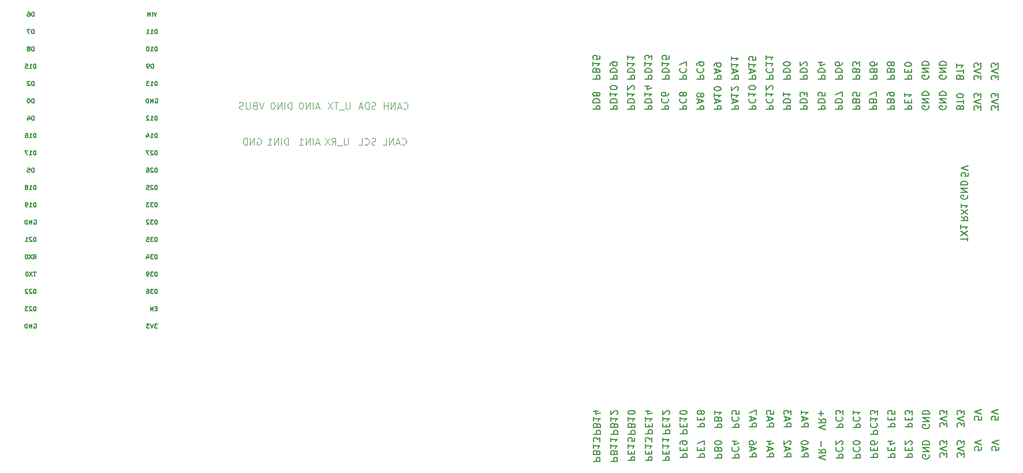
<source format=gbr>
%TF.GenerationSoftware,KiCad,Pcbnew,8.0.0-rc1*%
%TF.CreationDate,2024-05-26T19:18:52+09:00*%
%TF.ProjectId,KDL,4b444c2e-6b69-4636-9164-5f7063625858,rev?*%
%TF.SameCoordinates,PX2a88ac0PY77c8bf0*%
%TF.FileFunction,Legend,Bot*%
%TF.FilePolarity,Positive*%
%FSLAX46Y46*%
G04 Gerber Fmt 4.6, Leading zero omitted, Abs format (unit mm)*
G04 Created by KiCad (PCBNEW 8.0.0-rc1) date 2024-05-26 19:18:52*
%MOMM*%
%LPD*%
G01*
G04 APERTURE LIST*
%ADD10C,0.100000*%
%ADD11C,0.150000*%
G04 APERTURE END LIST*
D10*
X55596115Y63477581D02*
X55596115Y62668058D01*
X55596115Y62668058D02*
X55548496Y62572820D01*
X55548496Y62572820D02*
X55500877Y62525200D01*
X55500877Y62525200D02*
X55405639Y62477581D01*
X55405639Y62477581D02*
X55215163Y62477581D01*
X55215163Y62477581D02*
X55119925Y62525200D01*
X55119925Y62525200D02*
X55072306Y62572820D01*
X55072306Y62572820D02*
X55024687Y62668058D01*
X55024687Y62668058D02*
X55024687Y63477581D01*
X54786592Y62382343D02*
X54024687Y62382343D01*
X53929448Y63477581D02*
X53358020Y63477581D01*
X53643734Y62477581D02*
X53643734Y63477581D01*
X53119924Y63477581D02*
X52453258Y62477581D01*
X52453258Y63477581D02*
X53119924Y62477581D01*
X55346115Y58227581D02*
X55346115Y57418058D01*
X55346115Y57418058D02*
X55298496Y57322820D01*
X55298496Y57322820D02*
X55250877Y57275200D01*
X55250877Y57275200D02*
X55155639Y57227581D01*
X55155639Y57227581D02*
X54965163Y57227581D01*
X54965163Y57227581D02*
X54869925Y57275200D01*
X54869925Y57275200D02*
X54822306Y57322820D01*
X54822306Y57322820D02*
X54774687Y57418058D01*
X54774687Y57418058D02*
X54774687Y58227581D01*
X54536592Y57132343D02*
X53774687Y57132343D01*
X52965163Y57227581D02*
X53298496Y57703772D01*
X53536591Y57227581D02*
X53536591Y58227581D01*
X53536591Y58227581D02*
X53155639Y58227581D01*
X53155639Y58227581D02*
X53060401Y58179962D01*
X53060401Y58179962D02*
X53012782Y58132343D01*
X53012782Y58132343D02*
X52965163Y58037105D01*
X52965163Y58037105D02*
X52965163Y57894248D01*
X52965163Y57894248D02*
X53012782Y57799010D01*
X53012782Y57799010D02*
X53060401Y57751391D01*
X53060401Y57751391D02*
X53155639Y57703772D01*
X53155639Y57703772D02*
X53536591Y57703772D01*
X52631829Y58227581D02*
X51965163Y57227581D01*
X51965163Y58227581D02*
X52631829Y57227581D01*
X63524687Y62572820D02*
X63572306Y62525200D01*
X63572306Y62525200D02*
X63715163Y62477581D01*
X63715163Y62477581D02*
X63810401Y62477581D01*
X63810401Y62477581D02*
X63953258Y62525200D01*
X63953258Y62525200D02*
X64048496Y62620439D01*
X64048496Y62620439D02*
X64096115Y62715677D01*
X64096115Y62715677D02*
X64143734Y62906153D01*
X64143734Y62906153D02*
X64143734Y63049010D01*
X64143734Y63049010D02*
X64096115Y63239486D01*
X64096115Y63239486D02*
X64048496Y63334724D01*
X64048496Y63334724D02*
X63953258Y63429962D01*
X63953258Y63429962D02*
X63810401Y63477581D01*
X63810401Y63477581D02*
X63715163Y63477581D01*
X63715163Y63477581D02*
X63572306Y63429962D01*
X63572306Y63429962D02*
X63524687Y63382343D01*
X63143734Y62763296D02*
X62667544Y62763296D01*
X63238972Y62477581D02*
X62905639Y63477581D01*
X62905639Y63477581D02*
X62572306Y62477581D01*
X62238972Y62477581D02*
X62238972Y63477581D01*
X62238972Y63477581D02*
X61667544Y62477581D01*
X61667544Y62477581D02*
X61667544Y63477581D01*
X61191353Y62477581D02*
X61191353Y63477581D01*
X61191353Y63001391D02*
X60619925Y63001391D01*
X60619925Y62477581D02*
X60619925Y63477581D01*
X51143734Y62763296D02*
X50667544Y62763296D01*
X51238972Y62477581D02*
X50905639Y63477581D01*
X50905639Y63477581D02*
X50572306Y62477581D01*
X50238972Y62477581D02*
X50238972Y63477581D01*
X49762782Y62477581D02*
X49762782Y63477581D01*
X49762782Y63477581D02*
X49191354Y62477581D01*
X49191354Y62477581D02*
X49191354Y63477581D01*
X48524687Y63477581D02*
X48429449Y63477581D01*
X48429449Y63477581D02*
X48334211Y63429962D01*
X48334211Y63429962D02*
X48286592Y63382343D01*
X48286592Y63382343D02*
X48238973Y63287105D01*
X48238973Y63287105D02*
X48191354Y63096629D01*
X48191354Y63096629D02*
X48191354Y62858534D01*
X48191354Y62858534D02*
X48238973Y62668058D01*
X48238973Y62668058D02*
X48286592Y62572820D01*
X48286592Y62572820D02*
X48334211Y62525200D01*
X48334211Y62525200D02*
X48429449Y62477581D01*
X48429449Y62477581D02*
X48524687Y62477581D01*
X48524687Y62477581D02*
X48619925Y62525200D01*
X48619925Y62525200D02*
X48667544Y62572820D01*
X48667544Y62572820D02*
X48715163Y62668058D01*
X48715163Y62668058D02*
X48762782Y62858534D01*
X48762782Y62858534D02*
X48762782Y63096629D01*
X48762782Y63096629D02*
X48715163Y63287105D01*
X48715163Y63287105D02*
X48667544Y63382343D01*
X48667544Y63382343D02*
X48619925Y63429962D01*
X48619925Y63429962D02*
X48524687Y63477581D01*
X59393734Y57275200D02*
X59250877Y57227581D01*
X59250877Y57227581D02*
X59012782Y57227581D01*
X59012782Y57227581D02*
X58917544Y57275200D01*
X58917544Y57275200D02*
X58869925Y57322820D01*
X58869925Y57322820D02*
X58822306Y57418058D01*
X58822306Y57418058D02*
X58822306Y57513296D01*
X58822306Y57513296D02*
X58869925Y57608534D01*
X58869925Y57608534D02*
X58917544Y57656153D01*
X58917544Y57656153D02*
X59012782Y57703772D01*
X59012782Y57703772D02*
X59203258Y57751391D01*
X59203258Y57751391D02*
X59298496Y57799010D01*
X59298496Y57799010D02*
X59346115Y57846629D01*
X59346115Y57846629D02*
X59393734Y57941867D01*
X59393734Y57941867D02*
X59393734Y58037105D01*
X59393734Y58037105D02*
X59346115Y58132343D01*
X59346115Y58132343D02*
X59298496Y58179962D01*
X59298496Y58179962D02*
X59203258Y58227581D01*
X59203258Y58227581D02*
X58965163Y58227581D01*
X58965163Y58227581D02*
X58822306Y58179962D01*
X57822306Y57322820D02*
X57869925Y57275200D01*
X57869925Y57275200D02*
X58012782Y57227581D01*
X58012782Y57227581D02*
X58108020Y57227581D01*
X58108020Y57227581D02*
X58250877Y57275200D01*
X58250877Y57275200D02*
X58346115Y57370439D01*
X58346115Y57370439D02*
X58393734Y57465677D01*
X58393734Y57465677D02*
X58441353Y57656153D01*
X58441353Y57656153D02*
X58441353Y57799010D01*
X58441353Y57799010D02*
X58393734Y57989486D01*
X58393734Y57989486D02*
X58346115Y58084724D01*
X58346115Y58084724D02*
X58250877Y58179962D01*
X58250877Y58179962D02*
X58108020Y58227581D01*
X58108020Y58227581D02*
X58012782Y58227581D01*
X58012782Y58227581D02*
X57869925Y58179962D01*
X57869925Y58179962D02*
X57822306Y58132343D01*
X56917544Y57227581D02*
X57393734Y57227581D01*
X57393734Y57227581D02*
X57393734Y58227581D01*
X42988972Y63477581D02*
X42655639Y62477581D01*
X42655639Y62477581D02*
X42322306Y63477581D01*
X41655639Y63001391D02*
X41512782Y62953772D01*
X41512782Y62953772D02*
X41465163Y62906153D01*
X41465163Y62906153D02*
X41417544Y62810915D01*
X41417544Y62810915D02*
X41417544Y62668058D01*
X41417544Y62668058D02*
X41465163Y62572820D01*
X41465163Y62572820D02*
X41512782Y62525200D01*
X41512782Y62525200D02*
X41608020Y62477581D01*
X41608020Y62477581D02*
X41988972Y62477581D01*
X41988972Y62477581D02*
X41988972Y63477581D01*
X41988972Y63477581D02*
X41655639Y63477581D01*
X41655639Y63477581D02*
X41560401Y63429962D01*
X41560401Y63429962D02*
X41512782Y63382343D01*
X41512782Y63382343D02*
X41465163Y63287105D01*
X41465163Y63287105D02*
X41465163Y63191867D01*
X41465163Y63191867D02*
X41512782Y63096629D01*
X41512782Y63096629D02*
X41560401Y63049010D01*
X41560401Y63049010D02*
X41655639Y63001391D01*
X41655639Y63001391D02*
X41988972Y63001391D01*
X40988972Y63477581D02*
X40988972Y62668058D01*
X40988972Y62668058D02*
X40941353Y62572820D01*
X40941353Y62572820D02*
X40893734Y62525200D01*
X40893734Y62525200D02*
X40798496Y62477581D01*
X40798496Y62477581D02*
X40608020Y62477581D01*
X40608020Y62477581D02*
X40512782Y62525200D01*
X40512782Y62525200D02*
X40465163Y62572820D01*
X40465163Y62572820D02*
X40417544Y62668058D01*
X40417544Y62668058D02*
X40417544Y63477581D01*
X39988972Y62525200D02*
X39846115Y62477581D01*
X39846115Y62477581D02*
X39608020Y62477581D01*
X39608020Y62477581D02*
X39512782Y62525200D01*
X39512782Y62525200D02*
X39465163Y62572820D01*
X39465163Y62572820D02*
X39417544Y62668058D01*
X39417544Y62668058D02*
X39417544Y62763296D01*
X39417544Y62763296D02*
X39465163Y62858534D01*
X39465163Y62858534D02*
X39512782Y62906153D01*
X39512782Y62906153D02*
X39608020Y62953772D01*
X39608020Y62953772D02*
X39798496Y63001391D01*
X39798496Y63001391D02*
X39893734Y63049010D01*
X39893734Y63049010D02*
X39941353Y63096629D01*
X39941353Y63096629D02*
X39988972Y63191867D01*
X39988972Y63191867D02*
X39988972Y63287105D01*
X39988972Y63287105D02*
X39941353Y63382343D01*
X39941353Y63382343D02*
X39893734Y63429962D01*
X39893734Y63429962D02*
X39798496Y63477581D01*
X39798496Y63477581D02*
X39560401Y63477581D01*
X39560401Y63477581D02*
X39417544Y63429962D01*
X42072306Y58179962D02*
X42167544Y58227581D01*
X42167544Y58227581D02*
X42310401Y58227581D01*
X42310401Y58227581D02*
X42453258Y58179962D01*
X42453258Y58179962D02*
X42548496Y58084724D01*
X42548496Y58084724D02*
X42596115Y57989486D01*
X42596115Y57989486D02*
X42643734Y57799010D01*
X42643734Y57799010D02*
X42643734Y57656153D01*
X42643734Y57656153D02*
X42596115Y57465677D01*
X42596115Y57465677D02*
X42548496Y57370439D01*
X42548496Y57370439D02*
X42453258Y57275200D01*
X42453258Y57275200D02*
X42310401Y57227581D01*
X42310401Y57227581D02*
X42215163Y57227581D01*
X42215163Y57227581D02*
X42072306Y57275200D01*
X42072306Y57275200D02*
X42024687Y57322820D01*
X42024687Y57322820D02*
X42024687Y57656153D01*
X42024687Y57656153D02*
X42215163Y57656153D01*
X41596115Y57227581D02*
X41596115Y58227581D01*
X41596115Y58227581D02*
X41024687Y57227581D01*
X41024687Y57227581D02*
X41024687Y58227581D01*
X40548496Y57227581D02*
X40548496Y58227581D01*
X40548496Y58227581D02*
X40310401Y58227581D01*
X40310401Y58227581D02*
X40167544Y58179962D01*
X40167544Y58179962D02*
X40072306Y58084724D01*
X40072306Y58084724D02*
X40024687Y57989486D01*
X40024687Y57989486D02*
X39977068Y57799010D01*
X39977068Y57799010D02*
X39977068Y57656153D01*
X39977068Y57656153D02*
X40024687Y57465677D01*
X40024687Y57465677D02*
X40072306Y57370439D01*
X40072306Y57370439D02*
X40167544Y57275200D01*
X40167544Y57275200D02*
X40310401Y57227581D01*
X40310401Y57227581D02*
X40548496Y57227581D01*
X63274687Y57322820D02*
X63322306Y57275200D01*
X63322306Y57275200D02*
X63465163Y57227581D01*
X63465163Y57227581D02*
X63560401Y57227581D01*
X63560401Y57227581D02*
X63703258Y57275200D01*
X63703258Y57275200D02*
X63798496Y57370439D01*
X63798496Y57370439D02*
X63846115Y57465677D01*
X63846115Y57465677D02*
X63893734Y57656153D01*
X63893734Y57656153D02*
X63893734Y57799010D01*
X63893734Y57799010D02*
X63846115Y57989486D01*
X63846115Y57989486D02*
X63798496Y58084724D01*
X63798496Y58084724D02*
X63703258Y58179962D01*
X63703258Y58179962D02*
X63560401Y58227581D01*
X63560401Y58227581D02*
X63465163Y58227581D01*
X63465163Y58227581D02*
X63322306Y58179962D01*
X63322306Y58179962D02*
X63274687Y58132343D01*
X62893734Y57513296D02*
X62417544Y57513296D01*
X62988972Y57227581D02*
X62655639Y58227581D01*
X62655639Y58227581D02*
X62322306Y57227581D01*
X61988972Y57227581D02*
X61988972Y58227581D01*
X61988972Y58227581D02*
X61417544Y57227581D01*
X61417544Y57227581D02*
X61417544Y58227581D01*
X60465163Y57227581D02*
X60941353Y57227581D01*
X60941353Y57227581D02*
X60941353Y58227581D01*
X59393734Y62525200D02*
X59250877Y62477581D01*
X59250877Y62477581D02*
X59012782Y62477581D01*
X59012782Y62477581D02*
X58917544Y62525200D01*
X58917544Y62525200D02*
X58869925Y62572820D01*
X58869925Y62572820D02*
X58822306Y62668058D01*
X58822306Y62668058D02*
X58822306Y62763296D01*
X58822306Y62763296D02*
X58869925Y62858534D01*
X58869925Y62858534D02*
X58917544Y62906153D01*
X58917544Y62906153D02*
X59012782Y62953772D01*
X59012782Y62953772D02*
X59203258Y63001391D01*
X59203258Y63001391D02*
X59298496Y63049010D01*
X59298496Y63049010D02*
X59346115Y63096629D01*
X59346115Y63096629D02*
X59393734Y63191867D01*
X59393734Y63191867D02*
X59393734Y63287105D01*
X59393734Y63287105D02*
X59346115Y63382343D01*
X59346115Y63382343D02*
X59298496Y63429962D01*
X59298496Y63429962D02*
X59203258Y63477581D01*
X59203258Y63477581D02*
X58965163Y63477581D01*
X58965163Y63477581D02*
X58822306Y63429962D01*
X58393734Y62477581D02*
X58393734Y63477581D01*
X58393734Y63477581D02*
X58155639Y63477581D01*
X58155639Y63477581D02*
X58012782Y63429962D01*
X58012782Y63429962D02*
X57917544Y63334724D01*
X57917544Y63334724D02*
X57869925Y63239486D01*
X57869925Y63239486D02*
X57822306Y63049010D01*
X57822306Y63049010D02*
X57822306Y62906153D01*
X57822306Y62906153D02*
X57869925Y62715677D01*
X57869925Y62715677D02*
X57917544Y62620439D01*
X57917544Y62620439D02*
X58012782Y62525200D01*
X58012782Y62525200D02*
X58155639Y62477581D01*
X58155639Y62477581D02*
X58393734Y62477581D01*
X57441353Y62763296D02*
X56965163Y62763296D01*
X57536591Y62477581D02*
X57203258Y63477581D01*
X57203258Y63477581D02*
X56869925Y62477581D01*
X46596115Y57227581D02*
X46596115Y58227581D01*
X46596115Y58227581D02*
X46358020Y58227581D01*
X46358020Y58227581D02*
X46215163Y58179962D01*
X46215163Y58179962D02*
X46119925Y58084724D01*
X46119925Y58084724D02*
X46072306Y57989486D01*
X46072306Y57989486D02*
X46024687Y57799010D01*
X46024687Y57799010D02*
X46024687Y57656153D01*
X46024687Y57656153D02*
X46072306Y57465677D01*
X46072306Y57465677D02*
X46119925Y57370439D01*
X46119925Y57370439D02*
X46215163Y57275200D01*
X46215163Y57275200D02*
X46358020Y57227581D01*
X46358020Y57227581D02*
X46596115Y57227581D01*
X45596115Y57227581D02*
X45596115Y58227581D01*
X45119925Y57227581D02*
X45119925Y58227581D01*
X45119925Y58227581D02*
X44548497Y57227581D01*
X44548497Y57227581D02*
X44548497Y58227581D01*
X43548497Y57227581D02*
X44119925Y57227581D01*
X43834211Y57227581D02*
X43834211Y58227581D01*
X43834211Y58227581D02*
X43929449Y58084724D01*
X43929449Y58084724D02*
X44024687Y57989486D01*
X44024687Y57989486D02*
X44119925Y57941867D01*
X51143734Y57513296D02*
X50667544Y57513296D01*
X51238972Y57227581D02*
X50905639Y58227581D01*
X50905639Y58227581D02*
X50572306Y57227581D01*
X50238972Y57227581D02*
X50238972Y58227581D01*
X49762782Y57227581D02*
X49762782Y58227581D01*
X49762782Y58227581D02*
X49191354Y57227581D01*
X49191354Y57227581D02*
X49191354Y58227581D01*
X48191354Y57227581D02*
X48762782Y57227581D01*
X48477068Y57227581D02*
X48477068Y58227581D01*
X48477068Y58227581D02*
X48572306Y58084724D01*
X48572306Y58084724D02*
X48667544Y57989486D01*
X48667544Y57989486D02*
X48762782Y57941867D01*
X47096115Y62477581D02*
X47096115Y63477581D01*
X47096115Y63477581D02*
X46858020Y63477581D01*
X46858020Y63477581D02*
X46715163Y63429962D01*
X46715163Y63429962D02*
X46619925Y63334724D01*
X46619925Y63334724D02*
X46572306Y63239486D01*
X46572306Y63239486D02*
X46524687Y63049010D01*
X46524687Y63049010D02*
X46524687Y62906153D01*
X46524687Y62906153D02*
X46572306Y62715677D01*
X46572306Y62715677D02*
X46619925Y62620439D01*
X46619925Y62620439D02*
X46715163Y62525200D01*
X46715163Y62525200D02*
X46858020Y62477581D01*
X46858020Y62477581D02*
X47096115Y62477581D01*
X46096115Y62477581D02*
X46096115Y63477581D01*
X45619925Y62477581D02*
X45619925Y63477581D01*
X45619925Y63477581D02*
X45048497Y62477581D01*
X45048497Y62477581D02*
X45048497Y63477581D01*
X44381830Y63477581D02*
X44286592Y63477581D01*
X44286592Y63477581D02*
X44191354Y63429962D01*
X44191354Y63429962D02*
X44143735Y63382343D01*
X44143735Y63382343D02*
X44096116Y63287105D01*
X44096116Y63287105D02*
X44048497Y63096629D01*
X44048497Y63096629D02*
X44048497Y62858534D01*
X44048497Y62858534D02*
X44096116Y62668058D01*
X44096116Y62668058D02*
X44143735Y62572820D01*
X44143735Y62572820D02*
X44191354Y62525200D01*
X44191354Y62525200D02*
X44286592Y62477581D01*
X44286592Y62477581D02*
X44381830Y62477581D01*
X44381830Y62477581D02*
X44477068Y62525200D01*
X44477068Y62525200D02*
X44524687Y62572820D01*
X44524687Y62572820D02*
X44572306Y62668058D01*
X44572306Y62668058D02*
X44619925Y62858534D01*
X44619925Y62858534D02*
X44619925Y63096629D01*
X44619925Y63096629D02*
X44572306Y63287105D01*
X44572306Y63287105D02*
X44524687Y63382343D01*
X44524687Y63382343D02*
X44477068Y63429962D01*
X44477068Y63429962D02*
X44381830Y63477581D01*
D11*
X9607143Y55764524D02*
X9607143Y56404524D01*
X9607143Y56404524D02*
X9454762Y56404524D01*
X9454762Y56404524D02*
X9363333Y56374048D01*
X9363333Y56374048D02*
X9302381Y56313096D01*
X9302381Y56313096D02*
X9271904Y56252143D01*
X9271904Y56252143D02*
X9241428Y56130239D01*
X9241428Y56130239D02*
X9241428Y56038810D01*
X9241428Y56038810D02*
X9271904Y55916905D01*
X9271904Y55916905D02*
X9302381Y55855953D01*
X9302381Y55855953D02*
X9363333Y55795000D01*
X9363333Y55795000D02*
X9454762Y55764524D01*
X9454762Y55764524D02*
X9607143Y55764524D01*
X8631904Y55764524D02*
X8997619Y55764524D01*
X8814762Y55764524D02*
X8814762Y56404524D01*
X8814762Y56404524D02*
X8875714Y56313096D01*
X8875714Y56313096D02*
X8936666Y56252143D01*
X8936666Y56252143D02*
X8997619Y56221667D01*
X8418571Y56404524D02*
X7991904Y56404524D01*
X7991904Y56404524D02*
X8266190Y55764524D01*
X27387143Y53224524D02*
X27387143Y53864524D01*
X27387143Y53864524D02*
X27234762Y53864524D01*
X27234762Y53864524D02*
X27143333Y53834048D01*
X27143333Y53834048D02*
X27082381Y53773096D01*
X27082381Y53773096D02*
X27051904Y53712143D01*
X27051904Y53712143D02*
X27021428Y53590239D01*
X27021428Y53590239D02*
X27021428Y53498810D01*
X27021428Y53498810D02*
X27051904Y53376905D01*
X27051904Y53376905D02*
X27082381Y53315953D01*
X27082381Y53315953D02*
X27143333Y53255000D01*
X27143333Y53255000D02*
X27234762Y53224524D01*
X27234762Y53224524D02*
X27387143Y53224524D01*
X26777619Y53803572D02*
X26747143Y53834048D01*
X26747143Y53834048D02*
X26686190Y53864524D01*
X26686190Y53864524D02*
X26533809Y53864524D01*
X26533809Y53864524D02*
X26472857Y53834048D01*
X26472857Y53834048D02*
X26442381Y53803572D01*
X26442381Y53803572D02*
X26411904Y53742620D01*
X26411904Y53742620D02*
X26411904Y53681667D01*
X26411904Y53681667D02*
X26442381Y53590239D01*
X26442381Y53590239D02*
X26808095Y53224524D01*
X26808095Y53224524D02*
X26411904Y53224524D01*
X25863333Y53864524D02*
X25985238Y53864524D01*
X25985238Y53864524D02*
X26046190Y53834048D01*
X26046190Y53834048D02*
X26076666Y53803572D01*
X26076666Y53803572D02*
X26137619Y53712143D01*
X26137619Y53712143D02*
X26168095Y53590239D01*
X26168095Y53590239D02*
X26168095Y53346429D01*
X26168095Y53346429D02*
X26137619Y53285477D01*
X26137619Y53285477D02*
X26107142Y53255000D01*
X26107142Y53255000D02*
X26046190Y53224524D01*
X26046190Y53224524D02*
X25924285Y53224524D01*
X25924285Y53224524D02*
X25863333Y53255000D01*
X25863333Y53255000D02*
X25832857Y53285477D01*
X25832857Y53285477D02*
X25802380Y53346429D01*
X25802380Y53346429D02*
X25802380Y53498810D01*
X25802380Y53498810D02*
X25832857Y53559762D01*
X25832857Y53559762D02*
X25863333Y53590239D01*
X25863333Y53590239D02*
X25924285Y53620715D01*
X25924285Y53620715D02*
X26046190Y53620715D01*
X26046190Y53620715D02*
X26107142Y53590239D01*
X26107142Y53590239D02*
X26137619Y53559762D01*
X26137619Y53559762D02*
X26168095Y53498810D01*
X27387143Y45604524D02*
X27387143Y46244524D01*
X27387143Y46244524D02*
X27234762Y46244524D01*
X27234762Y46244524D02*
X27143333Y46214048D01*
X27143333Y46214048D02*
X27082381Y46153096D01*
X27082381Y46153096D02*
X27051904Y46092143D01*
X27051904Y46092143D02*
X27021428Y45970239D01*
X27021428Y45970239D02*
X27021428Y45878810D01*
X27021428Y45878810D02*
X27051904Y45756905D01*
X27051904Y45756905D02*
X27082381Y45695953D01*
X27082381Y45695953D02*
X27143333Y45635000D01*
X27143333Y45635000D02*
X27234762Y45604524D01*
X27234762Y45604524D02*
X27387143Y45604524D01*
X26808095Y46244524D02*
X26411904Y46244524D01*
X26411904Y46244524D02*
X26625238Y46000715D01*
X26625238Y46000715D02*
X26533809Y46000715D01*
X26533809Y46000715D02*
X26472857Y45970239D01*
X26472857Y45970239D02*
X26442381Y45939762D01*
X26442381Y45939762D02*
X26411904Y45878810D01*
X26411904Y45878810D02*
X26411904Y45726429D01*
X26411904Y45726429D02*
X26442381Y45665477D01*
X26442381Y45665477D02*
X26472857Y45635000D01*
X26472857Y45635000D02*
X26533809Y45604524D01*
X26533809Y45604524D02*
X26716666Y45604524D01*
X26716666Y45604524D02*
X26777619Y45635000D01*
X26777619Y45635000D02*
X26808095Y45665477D01*
X26168095Y46183572D02*
X26137619Y46214048D01*
X26137619Y46214048D02*
X26076666Y46244524D01*
X26076666Y46244524D02*
X25924285Y46244524D01*
X25924285Y46244524D02*
X25863333Y46214048D01*
X25863333Y46214048D02*
X25832857Y46183572D01*
X25832857Y46183572D02*
X25802380Y46122620D01*
X25802380Y46122620D02*
X25802380Y46061667D01*
X25802380Y46061667D02*
X25832857Y45970239D01*
X25832857Y45970239D02*
X26198571Y45604524D01*
X26198571Y45604524D02*
X25802380Y45604524D01*
X27336381Y33239762D02*
X27123047Y33239762D01*
X27031619Y32904524D02*
X27336381Y32904524D01*
X27336381Y32904524D02*
X27336381Y33544524D01*
X27336381Y33544524D02*
X27031619Y33544524D01*
X26757333Y32904524D02*
X26757333Y33544524D01*
X26757333Y33544524D02*
X26391618Y32904524D01*
X26391618Y32904524D02*
X26391618Y33544524D01*
X27387143Y73544524D02*
X27387143Y74184524D01*
X27387143Y74184524D02*
X27234762Y74184524D01*
X27234762Y74184524D02*
X27143333Y74154048D01*
X27143333Y74154048D02*
X27082381Y74093096D01*
X27082381Y74093096D02*
X27051904Y74032143D01*
X27051904Y74032143D02*
X27021428Y73910239D01*
X27021428Y73910239D02*
X27021428Y73818810D01*
X27021428Y73818810D02*
X27051904Y73696905D01*
X27051904Y73696905D02*
X27082381Y73635953D01*
X27082381Y73635953D02*
X27143333Y73575000D01*
X27143333Y73575000D02*
X27234762Y73544524D01*
X27234762Y73544524D02*
X27387143Y73544524D01*
X26411904Y73544524D02*
X26777619Y73544524D01*
X26594762Y73544524D02*
X26594762Y74184524D01*
X26594762Y74184524D02*
X26655714Y74093096D01*
X26655714Y74093096D02*
X26716666Y74032143D01*
X26716666Y74032143D02*
X26777619Y74001667D01*
X25802380Y73544524D02*
X26168095Y73544524D01*
X25985238Y73544524D02*
X25985238Y74184524D01*
X25985238Y74184524D02*
X26046190Y74093096D01*
X26046190Y74093096D02*
X26107142Y74032143D01*
X26107142Y74032143D02*
X26168095Y74001667D01*
X9607143Y43064524D02*
X9607143Y43704524D01*
X9607143Y43704524D02*
X9454762Y43704524D01*
X9454762Y43704524D02*
X9363333Y43674048D01*
X9363333Y43674048D02*
X9302381Y43613096D01*
X9302381Y43613096D02*
X9271904Y43552143D01*
X9271904Y43552143D02*
X9241428Y43430239D01*
X9241428Y43430239D02*
X9241428Y43338810D01*
X9241428Y43338810D02*
X9271904Y43216905D01*
X9271904Y43216905D02*
X9302381Y43155953D01*
X9302381Y43155953D02*
X9363333Y43095000D01*
X9363333Y43095000D02*
X9454762Y43064524D01*
X9454762Y43064524D02*
X9607143Y43064524D01*
X8997619Y43643572D02*
X8967143Y43674048D01*
X8967143Y43674048D02*
X8906190Y43704524D01*
X8906190Y43704524D02*
X8753809Y43704524D01*
X8753809Y43704524D02*
X8692857Y43674048D01*
X8692857Y43674048D02*
X8662381Y43643572D01*
X8662381Y43643572D02*
X8631904Y43582620D01*
X8631904Y43582620D02*
X8631904Y43521667D01*
X8631904Y43521667D02*
X8662381Y43430239D01*
X8662381Y43430239D02*
X9028095Y43064524D01*
X9028095Y43064524D02*
X8631904Y43064524D01*
X8022380Y43064524D02*
X8388095Y43064524D01*
X8205238Y43064524D02*
X8205238Y43704524D01*
X8205238Y43704524D02*
X8266190Y43613096D01*
X8266190Y43613096D02*
X8327142Y43552143D01*
X8327142Y43552143D02*
X8388095Y43521667D01*
X9622380Y38624524D02*
X9256666Y38624524D01*
X9439523Y37984524D02*
X9439523Y38624524D01*
X9104285Y38624524D02*
X8677618Y37984524D01*
X8677618Y38624524D02*
X9104285Y37984524D01*
X8311904Y38624524D02*
X8250951Y38624524D01*
X8250951Y38624524D02*
X8189999Y38594048D01*
X8189999Y38594048D02*
X8159523Y38563572D01*
X8159523Y38563572D02*
X8129047Y38502620D01*
X8129047Y38502620D02*
X8098570Y38380715D01*
X8098570Y38380715D02*
X8098570Y38228334D01*
X8098570Y38228334D02*
X8129047Y38106429D01*
X8129047Y38106429D02*
X8159523Y38045477D01*
X8159523Y38045477D02*
X8189999Y38015000D01*
X8189999Y38015000D02*
X8250951Y37984524D01*
X8250951Y37984524D02*
X8311904Y37984524D01*
X8311904Y37984524D02*
X8372856Y38015000D01*
X8372856Y38015000D02*
X8403332Y38045477D01*
X8403332Y38045477D02*
X8433809Y38106429D01*
X8433809Y38106429D02*
X8464285Y38228334D01*
X8464285Y38228334D02*
X8464285Y38380715D01*
X8464285Y38380715D02*
X8433809Y38502620D01*
X8433809Y38502620D02*
X8403332Y38563572D01*
X8403332Y38563572D02*
X8372856Y38594048D01*
X8372856Y38594048D02*
X8311904Y38624524D01*
X27097618Y63994048D02*
X27158571Y64024524D01*
X27158571Y64024524D02*
X27249999Y64024524D01*
X27249999Y64024524D02*
X27341428Y63994048D01*
X27341428Y63994048D02*
X27402380Y63933096D01*
X27402380Y63933096D02*
X27432857Y63872143D01*
X27432857Y63872143D02*
X27463333Y63750239D01*
X27463333Y63750239D02*
X27463333Y63658810D01*
X27463333Y63658810D02*
X27432857Y63536905D01*
X27432857Y63536905D02*
X27402380Y63475953D01*
X27402380Y63475953D02*
X27341428Y63415000D01*
X27341428Y63415000D02*
X27249999Y63384524D01*
X27249999Y63384524D02*
X27189047Y63384524D01*
X27189047Y63384524D02*
X27097618Y63415000D01*
X27097618Y63415000D02*
X27067142Y63445477D01*
X27067142Y63445477D02*
X27067142Y63658810D01*
X27067142Y63658810D02*
X27189047Y63658810D01*
X26792857Y63384524D02*
X26792857Y64024524D01*
X26792857Y64024524D02*
X26427142Y63384524D01*
X26427142Y63384524D02*
X26427142Y64024524D01*
X26122381Y63384524D02*
X26122381Y64024524D01*
X26122381Y64024524D02*
X25970000Y64024524D01*
X25970000Y64024524D02*
X25878571Y63994048D01*
X25878571Y63994048D02*
X25817619Y63933096D01*
X25817619Y63933096D02*
X25787142Y63872143D01*
X25787142Y63872143D02*
X25756666Y63750239D01*
X25756666Y63750239D02*
X25756666Y63658810D01*
X25756666Y63658810D02*
X25787142Y63536905D01*
X25787142Y63536905D02*
X25817619Y63475953D01*
X25817619Y63475953D02*
X25878571Y63415000D01*
X25878571Y63415000D02*
X25970000Y63384524D01*
X25970000Y63384524D02*
X26122381Y63384524D01*
X9317618Y46214048D02*
X9378571Y46244524D01*
X9378571Y46244524D02*
X9469999Y46244524D01*
X9469999Y46244524D02*
X9561428Y46214048D01*
X9561428Y46214048D02*
X9622380Y46153096D01*
X9622380Y46153096D02*
X9652857Y46092143D01*
X9652857Y46092143D02*
X9683333Y45970239D01*
X9683333Y45970239D02*
X9683333Y45878810D01*
X9683333Y45878810D02*
X9652857Y45756905D01*
X9652857Y45756905D02*
X9622380Y45695953D01*
X9622380Y45695953D02*
X9561428Y45635000D01*
X9561428Y45635000D02*
X9469999Y45604524D01*
X9469999Y45604524D02*
X9409047Y45604524D01*
X9409047Y45604524D02*
X9317618Y45635000D01*
X9317618Y45635000D02*
X9287142Y45665477D01*
X9287142Y45665477D02*
X9287142Y45878810D01*
X9287142Y45878810D02*
X9409047Y45878810D01*
X9012857Y45604524D02*
X9012857Y46244524D01*
X9012857Y46244524D02*
X8647142Y45604524D01*
X8647142Y45604524D02*
X8647142Y46244524D01*
X8342381Y45604524D02*
X8342381Y46244524D01*
X8342381Y46244524D02*
X8190000Y46244524D01*
X8190000Y46244524D02*
X8098571Y46214048D01*
X8098571Y46214048D02*
X8037619Y46153096D01*
X8037619Y46153096D02*
X8007142Y46092143D01*
X8007142Y46092143D02*
X7976666Y45970239D01*
X7976666Y45970239D02*
X7976666Y45878810D01*
X7976666Y45878810D02*
X8007142Y45756905D01*
X8007142Y45756905D02*
X8037619Y45695953D01*
X8037619Y45695953D02*
X8098571Y45635000D01*
X8098571Y45635000D02*
X8190000Y45604524D01*
X8190000Y45604524D02*
X8342381Y45604524D01*
X27310951Y76724524D02*
X27097618Y76084524D01*
X27097618Y76084524D02*
X26884284Y76724524D01*
X26670952Y76084524D02*
X26670952Y76724524D01*
X26366190Y76084524D02*
X26366190Y76724524D01*
X26366190Y76724524D02*
X26000475Y76084524D01*
X26000475Y76084524D02*
X26000475Y76724524D01*
X9607143Y32904524D02*
X9607143Y33544524D01*
X9607143Y33544524D02*
X9454762Y33544524D01*
X9454762Y33544524D02*
X9363333Y33514048D01*
X9363333Y33514048D02*
X9302381Y33453096D01*
X9302381Y33453096D02*
X9271904Y33392143D01*
X9271904Y33392143D02*
X9241428Y33270239D01*
X9241428Y33270239D02*
X9241428Y33178810D01*
X9241428Y33178810D02*
X9271904Y33056905D01*
X9271904Y33056905D02*
X9302381Y32995953D01*
X9302381Y32995953D02*
X9363333Y32935000D01*
X9363333Y32935000D02*
X9454762Y32904524D01*
X9454762Y32904524D02*
X9607143Y32904524D01*
X8997619Y33483572D02*
X8967143Y33514048D01*
X8967143Y33514048D02*
X8906190Y33544524D01*
X8906190Y33544524D02*
X8753809Y33544524D01*
X8753809Y33544524D02*
X8692857Y33514048D01*
X8692857Y33514048D02*
X8662381Y33483572D01*
X8662381Y33483572D02*
X8631904Y33422620D01*
X8631904Y33422620D02*
X8631904Y33361667D01*
X8631904Y33361667D02*
X8662381Y33270239D01*
X8662381Y33270239D02*
X9028095Y32904524D01*
X9028095Y32904524D02*
X8631904Y32904524D01*
X8418571Y33544524D02*
X8022380Y33544524D01*
X8022380Y33544524D02*
X8235714Y33300715D01*
X8235714Y33300715D02*
X8144285Y33300715D01*
X8144285Y33300715D02*
X8083333Y33270239D01*
X8083333Y33270239D02*
X8052857Y33239762D01*
X8052857Y33239762D02*
X8022380Y33178810D01*
X8022380Y33178810D02*
X8022380Y33026429D01*
X8022380Y33026429D02*
X8052857Y32965477D01*
X8052857Y32965477D02*
X8083333Y32935000D01*
X8083333Y32935000D02*
X8144285Y32904524D01*
X8144285Y32904524D02*
X8327142Y32904524D01*
X8327142Y32904524D02*
X8388095Y32935000D01*
X8388095Y32935000D02*
X8418571Y32965477D01*
X9302381Y65924524D02*
X9302381Y66564524D01*
X9302381Y66564524D02*
X9150000Y66564524D01*
X9150000Y66564524D02*
X9058571Y66534048D01*
X9058571Y66534048D02*
X8997619Y66473096D01*
X8997619Y66473096D02*
X8967142Y66412143D01*
X8967142Y66412143D02*
X8936666Y66290239D01*
X8936666Y66290239D02*
X8936666Y66198810D01*
X8936666Y66198810D02*
X8967142Y66076905D01*
X8967142Y66076905D02*
X8997619Y66015953D01*
X8997619Y66015953D02*
X9058571Y65955000D01*
X9058571Y65955000D02*
X9150000Y65924524D01*
X9150000Y65924524D02*
X9302381Y65924524D01*
X8692857Y66503572D02*
X8662381Y66534048D01*
X8662381Y66534048D02*
X8601428Y66564524D01*
X8601428Y66564524D02*
X8449047Y66564524D01*
X8449047Y66564524D02*
X8388095Y66534048D01*
X8388095Y66534048D02*
X8357619Y66503572D01*
X8357619Y66503572D02*
X8327142Y66442620D01*
X8327142Y66442620D02*
X8327142Y66381667D01*
X8327142Y66381667D02*
X8357619Y66290239D01*
X8357619Y66290239D02*
X8723333Y65924524D01*
X8723333Y65924524D02*
X8327142Y65924524D01*
X27387143Y37984524D02*
X27387143Y38624524D01*
X27387143Y38624524D02*
X27234762Y38624524D01*
X27234762Y38624524D02*
X27143333Y38594048D01*
X27143333Y38594048D02*
X27082381Y38533096D01*
X27082381Y38533096D02*
X27051904Y38472143D01*
X27051904Y38472143D02*
X27021428Y38350239D01*
X27021428Y38350239D02*
X27021428Y38258810D01*
X27021428Y38258810D02*
X27051904Y38136905D01*
X27051904Y38136905D02*
X27082381Y38075953D01*
X27082381Y38075953D02*
X27143333Y38015000D01*
X27143333Y38015000D02*
X27234762Y37984524D01*
X27234762Y37984524D02*
X27387143Y37984524D01*
X26808095Y38624524D02*
X26411904Y38624524D01*
X26411904Y38624524D02*
X26625238Y38380715D01*
X26625238Y38380715D02*
X26533809Y38380715D01*
X26533809Y38380715D02*
X26472857Y38350239D01*
X26472857Y38350239D02*
X26442381Y38319762D01*
X26442381Y38319762D02*
X26411904Y38258810D01*
X26411904Y38258810D02*
X26411904Y38106429D01*
X26411904Y38106429D02*
X26442381Y38045477D01*
X26442381Y38045477D02*
X26472857Y38015000D01*
X26472857Y38015000D02*
X26533809Y37984524D01*
X26533809Y37984524D02*
X26716666Y37984524D01*
X26716666Y37984524D02*
X26777619Y38015000D01*
X26777619Y38015000D02*
X26808095Y38045477D01*
X26107142Y37984524D02*
X25985238Y37984524D01*
X25985238Y37984524D02*
X25924285Y38015000D01*
X25924285Y38015000D02*
X25893809Y38045477D01*
X25893809Y38045477D02*
X25832857Y38136905D01*
X25832857Y38136905D02*
X25802380Y38258810D01*
X25802380Y38258810D02*
X25802380Y38502620D01*
X25802380Y38502620D02*
X25832857Y38563572D01*
X25832857Y38563572D02*
X25863333Y38594048D01*
X25863333Y38594048D02*
X25924285Y38624524D01*
X25924285Y38624524D02*
X26046190Y38624524D01*
X26046190Y38624524D02*
X26107142Y38594048D01*
X26107142Y38594048D02*
X26137619Y38563572D01*
X26137619Y38563572D02*
X26168095Y38502620D01*
X26168095Y38502620D02*
X26168095Y38350239D01*
X26168095Y38350239D02*
X26137619Y38289286D01*
X26137619Y38289286D02*
X26107142Y38258810D01*
X26107142Y38258810D02*
X26046190Y38228334D01*
X26046190Y38228334D02*
X25924285Y38228334D01*
X25924285Y38228334D02*
X25863333Y38258810D01*
X25863333Y38258810D02*
X25832857Y38289286D01*
X25832857Y38289286D02*
X25802380Y38350239D01*
X9302381Y73544524D02*
X9302381Y74184524D01*
X9302381Y74184524D02*
X9150000Y74184524D01*
X9150000Y74184524D02*
X9058571Y74154048D01*
X9058571Y74154048D02*
X8997619Y74093096D01*
X8997619Y74093096D02*
X8967142Y74032143D01*
X8967142Y74032143D02*
X8936666Y73910239D01*
X8936666Y73910239D02*
X8936666Y73818810D01*
X8936666Y73818810D02*
X8967142Y73696905D01*
X8967142Y73696905D02*
X8997619Y73635953D01*
X8997619Y73635953D02*
X9058571Y73575000D01*
X9058571Y73575000D02*
X9150000Y73544524D01*
X9150000Y73544524D02*
X9302381Y73544524D01*
X8723333Y74184524D02*
X8296666Y74184524D01*
X8296666Y74184524D02*
X8570952Y73544524D01*
X9302381Y53224524D02*
X9302381Y53864524D01*
X9302381Y53864524D02*
X9150000Y53864524D01*
X9150000Y53864524D02*
X9058571Y53834048D01*
X9058571Y53834048D02*
X8997619Y53773096D01*
X8997619Y53773096D02*
X8967142Y53712143D01*
X8967142Y53712143D02*
X8936666Y53590239D01*
X8936666Y53590239D02*
X8936666Y53498810D01*
X8936666Y53498810D02*
X8967142Y53376905D01*
X8967142Y53376905D02*
X8997619Y53315953D01*
X8997619Y53315953D02*
X9058571Y53255000D01*
X9058571Y53255000D02*
X9150000Y53224524D01*
X9150000Y53224524D02*
X9302381Y53224524D01*
X8357619Y53864524D02*
X8662381Y53864524D01*
X8662381Y53864524D02*
X8692857Y53559762D01*
X8692857Y53559762D02*
X8662381Y53590239D01*
X8662381Y53590239D02*
X8601428Y53620715D01*
X8601428Y53620715D02*
X8449047Y53620715D01*
X8449047Y53620715D02*
X8388095Y53590239D01*
X8388095Y53590239D02*
X8357619Y53559762D01*
X8357619Y53559762D02*
X8327142Y53498810D01*
X8327142Y53498810D02*
X8327142Y53346429D01*
X8327142Y53346429D02*
X8357619Y53285477D01*
X8357619Y53285477D02*
X8388095Y53255000D01*
X8388095Y53255000D02*
X8449047Y53224524D01*
X8449047Y53224524D02*
X8601428Y53224524D01*
X8601428Y53224524D02*
X8662381Y53255000D01*
X8662381Y53255000D02*
X8692857Y53285477D01*
X9607143Y68464524D02*
X9607143Y69104524D01*
X9607143Y69104524D02*
X9454762Y69104524D01*
X9454762Y69104524D02*
X9363333Y69074048D01*
X9363333Y69074048D02*
X9302381Y69013096D01*
X9302381Y69013096D02*
X9271904Y68952143D01*
X9271904Y68952143D02*
X9241428Y68830239D01*
X9241428Y68830239D02*
X9241428Y68738810D01*
X9241428Y68738810D02*
X9271904Y68616905D01*
X9271904Y68616905D02*
X9302381Y68555953D01*
X9302381Y68555953D02*
X9363333Y68495000D01*
X9363333Y68495000D02*
X9454762Y68464524D01*
X9454762Y68464524D02*
X9607143Y68464524D01*
X8631904Y68464524D02*
X8997619Y68464524D01*
X8814762Y68464524D02*
X8814762Y69104524D01*
X8814762Y69104524D02*
X8875714Y69013096D01*
X8875714Y69013096D02*
X8936666Y68952143D01*
X8936666Y68952143D02*
X8997619Y68921667D01*
X8052857Y69104524D02*
X8357619Y69104524D01*
X8357619Y69104524D02*
X8388095Y68799762D01*
X8388095Y68799762D02*
X8357619Y68830239D01*
X8357619Y68830239D02*
X8296666Y68860715D01*
X8296666Y68860715D02*
X8144285Y68860715D01*
X8144285Y68860715D02*
X8083333Y68830239D01*
X8083333Y68830239D02*
X8052857Y68799762D01*
X8052857Y68799762D02*
X8022380Y68738810D01*
X8022380Y68738810D02*
X8022380Y68586429D01*
X8022380Y68586429D02*
X8052857Y68525477D01*
X8052857Y68525477D02*
X8083333Y68495000D01*
X8083333Y68495000D02*
X8144285Y68464524D01*
X8144285Y68464524D02*
X8296666Y68464524D01*
X8296666Y68464524D02*
X8357619Y68495000D01*
X8357619Y68495000D02*
X8388095Y68525477D01*
X9302381Y71004524D02*
X9302381Y71644524D01*
X9302381Y71644524D02*
X9150000Y71644524D01*
X9150000Y71644524D02*
X9058571Y71614048D01*
X9058571Y71614048D02*
X8997619Y71553096D01*
X8997619Y71553096D02*
X8967142Y71492143D01*
X8967142Y71492143D02*
X8936666Y71370239D01*
X8936666Y71370239D02*
X8936666Y71278810D01*
X8936666Y71278810D02*
X8967142Y71156905D01*
X8967142Y71156905D02*
X8997619Y71095953D01*
X8997619Y71095953D02*
X9058571Y71035000D01*
X9058571Y71035000D02*
X9150000Y71004524D01*
X9150000Y71004524D02*
X9302381Y71004524D01*
X8570952Y71370239D02*
X8631904Y71400715D01*
X8631904Y71400715D02*
X8662381Y71431191D01*
X8662381Y71431191D02*
X8692857Y71492143D01*
X8692857Y71492143D02*
X8692857Y71522620D01*
X8692857Y71522620D02*
X8662381Y71583572D01*
X8662381Y71583572D02*
X8631904Y71614048D01*
X8631904Y71614048D02*
X8570952Y71644524D01*
X8570952Y71644524D02*
X8449047Y71644524D01*
X8449047Y71644524D02*
X8388095Y71614048D01*
X8388095Y71614048D02*
X8357619Y71583572D01*
X8357619Y71583572D02*
X8327142Y71522620D01*
X8327142Y71522620D02*
X8327142Y71492143D01*
X8327142Y71492143D02*
X8357619Y71431191D01*
X8357619Y71431191D02*
X8388095Y71400715D01*
X8388095Y71400715D02*
X8449047Y71370239D01*
X8449047Y71370239D02*
X8570952Y71370239D01*
X8570952Y71370239D02*
X8631904Y71339762D01*
X8631904Y71339762D02*
X8662381Y71309286D01*
X8662381Y71309286D02*
X8692857Y71248334D01*
X8692857Y71248334D02*
X8692857Y71126429D01*
X8692857Y71126429D02*
X8662381Y71065477D01*
X8662381Y71065477D02*
X8631904Y71035000D01*
X8631904Y71035000D02*
X8570952Y71004524D01*
X8570952Y71004524D02*
X8449047Y71004524D01*
X8449047Y71004524D02*
X8388095Y71035000D01*
X8388095Y71035000D02*
X8357619Y71065477D01*
X8357619Y71065477D02*
X8327142Y71126429D01*
X8327142Y71126429D02*
X8327142Y71248334D01*
X8327142Y71248334D02*
X8357619Y71309286D01*
X8357619Y71309286D02*
X8388095Y71339762D01*
X8388095Y71339762D02*
X8449047Y71370239D01*
X9302381Y63384524D02*
X9302381Y64024524D01*
X9302381Y64024524D02*
X9150000Y64024524D01*
X9150000Y64024524D02*
X9058571Y63994048D01*
X9058571Y63994048D02*
X8997619Y63933096D01*
X8997619Y63933096D02*
X8967142Y63872143D01*
X8967142Y63872143D02*
X8936666Y63750239D01*
X8936666Y63750239D02*
X8936666Y63658810D01*
X8936666Y63658810D02*
X8967142Y63536905D01*
X8967142Y63536905D02*
X8997619Y63475953D01*
X8997619Y63475953D02*
X9058571Y63415000D01*
X9058571Y63415000D02*
X9150000Y63384524D01*
X9150000Y63384524D02*
X9302381Y63384524D01*
X8540476Y64024524D02*
X8479523Y64024524D01*
X8479523Y64024524D02*
X8418571Y63994048D01*
X8418571Y63994048D02*
X8388095Y63963572D01*
X8388095Y63963572D02*
X8357619Y63902620D01*
X8357619Y63902620D02*
X8327142Y63780715D01*
X8327142Y63780715D02*
X8327142Y63628334D01*
X8327142Y63628334D02*
X8357619Y63506429D01*
X8357619Y63506429D02*
X8388095Y63445477D01*
X8388095Y63445477D02*
X8418571Y63415000D01*
X8418571Y63415000D02*
X8479523Y63384524D01*
X8479523Y63384524D02*
X8540476Y63384524D01*
X8540476Y63384524D02*
X8601428Y63415000D01*
X8601428Y63415000D02*
X8631904Y63445477D01*
X8631904Y63445477D02*
X8662381Y63506429D01*
X8662381Y63506429D02*
X8692857Y63628334D01*
X8692857Y63628334D02*
X8692857Y63780715D01*
X8692857Y63780715D02*
X8662381Y63902620D01*
X8662381Y63902620D02*
X8631904Y63963572D01*
X8631904Y63963572D02*
X8601428Y63994048D01*
X8601428Y63994048D02*
X8540476Y64024524D01*
X27387143Y58304524D02*
X27387143Y58944524D01*
X27387143Y58944524D02*
X27234762Y58944524D01*
X27234762Y58944524D02*
X27143333Y58914048D01*
X27143333Y58914048D02*
X27082381Y58853096D01*
X27082381Y58853096D02*
X27051904Y58792143D01*
X27051904Y58792143D02*
X27021428Y58670239D01*
X27021428Y58670239D02*
X27021428Y58578810D01*
X27021428Y58578810D02*
X27051904Y58456905D01*
X27051904Y58456905D02*
X27082381Y58395953D01*
X27082381Y58395953D02*
X27143333Y58335000D01*
X27143333Y58335000D02*
X27234762Y58304524D01*
X27234762Y58304524D02*
X27387143Y58304524D01*
X26411904Y58304524D02*
X26777619Y58304524D01*
X26594762Y58304524D02*
X26594762Y58944524D01*
X26594762Y58944524D02*
X26655714Y58853096D01*
X26655714Y58853096D02*
X26716666Y58792143D01*
X26716666Y58792143D02*
X26777619Y58761667D01*
X25863333Y58731191D02*
X25863333Y58304524D01*
X26015714Y58975000D02*
X26168095Y58517858D01*
X26168095Y58517858D02*
X25771904Y58517858D01*
X27402380Y31004524D02*
X27006189Y31004524D01*
X27006189Y31004524D02*
X27219523Y30760715D01*
X27219523Y30760715D02*
X27128094Y30760715D01*
X27128094Y30760715D02*
X27067142Y30730239D01*
X27067142Y30730239D02*
X27036666Y30699762D01*
X27036666Y30699762D02*
X27006189Y30638810D01*
X27006189Y30638810D02*
X27006189Y30486429D01*
X27006189Y30486429D02*
X27036666Y30425477D01*
X27036666Y30425477D02*
X27067142Y30395000D01*
X27067142Y30395000D02*
X27128094Y30364524D01*
X27128094Y30364524D02*
X27310951Y30364524D01*
X27310951Y30364524D02*
X27371904Y30395000D01*
X27371904Y30395000D02*
X27402380Y30425477D01*
X26823332Y31004524D02*
X26609999Y30364524D01*
X26609999Y30364524D02*
X26396665Y31004524D01*
X26244285Y31004524D02*
X25848094Y31004524D01*
X25848094Y31004524D02*
X26061428Y30760715D01*
X26061428Y30760715D02*
X25969999Y30760715D01*
X25969999Y30760715D02*
X25909047Y30730239D01*
X25909047Y30730239D02*
X25878571Y30699762D01*
X25878571Y30699762D02*
X25848094Y30638810D01*
X25848094Y30638810D02*
X25848094Y30486429D01*
X25848094Y30486429D02*
X25878571Y30425477D01*
X25878571Y30425477D02*
X25909047Y30395000D01*
X25909047Y30395000D02*
X25969999Y30364524D01*
X25969999Y30364524D02*
X26152856Y30364524D01*
X26152856Y30364524D02*
X26213809Y30395000D01*
X26213809Y30395000D02*
X26244285Y30425477D01*
X27387143Y35444524D02*
X27387143Y36084524D01*
X27387143Y36084524D02*
X27234762Y36084524D01*
X27234762Y36084524D02*
X27143333Y36054048D01*
X27143333Y36054048D02*
X27082381Y35993096D01*
X27082381Y35993096D02*
X27051904Y35932143D01*
X27051904Y35932143D02*
X27021428Y35810239D01*
X27021428Y35810239D02*
X27021428Y35718810D01*
X27021428Y35718810D02*
X27051904Y35596905D01*
X27051904Y35596905D02*
X27082381Y35535953D01*
X27082381Y35535953D02*
X27143333Y35475000D01*
X27143333Y35475000D02*
X27234762Y35444524D01*
X27234762Y35444524D02*
X27387143Y35444524D01*
X26808095Y36084524D02*
X26411904Y36084524D01*
X26411904Y36084524D02*
X26625238Y35840715D01*
X26625238Y35840715D02*
X26533809Y35840715D01*
X26533809Y35840715D02*
X26472857Y35810239D01*
X26472857Y35810239D02*
X26442381Y35779762D01*
X26442381Y35779762D02*
X26411904Y35718810D01*
X26411904Y35718810D02*
X26411904Y35566429D01*
X26411904Y35566429D02*
X26442381Y35505477D01*
X26442381Y35505477D02*
X26472857Y35475000D01*
X26472857Y35475000D02*
X26533809Y35444524D01*
X26533809Y35444524D02*
X26716666Y35444524D01*
X26716666Y35444524D02*
X26777619Y35475000D01*
X26777619Y35475000D02*
X26808095Y35505477D01*
X25863333Y36084524D02*
X25985238Y36084524D01*
X25985238Y36084524D02*
X26046190Y36054048D01*
X26046190Y36054048D02*
X26076666Y36023572D01*
X26076666Y36023572D02*
X26137619Y35932143D01*
X26137619Y35932143D02*
X26168095Y35810239D01*
X26168095Y35810239D02*
X26168095Y35566429D01*
X26168095Y35566429D02*
X26137619Y35505477D01*
X26137619Y35505477D02*
X26107142Y35475000D01*
X26107142Y35475000D02*
X26046190Y35444524D01*
X26046190Y35444524D02*
X25924285Y35444524D01*
X25924285Y35444524D02*
X25863333Y35475000D01*
X25863333Y35475000D02*
X25832857Y35505477D01*
X25832857Y35505477D02*
X25802380Y35566429D01*
X25802380Y35566429D02*
X25802380Y35718810D01*
X25802380Y35718810D02*
X25832857Y35779762D01*
X25832857Y35779762D02*
X25863333Y35810239D01*
X25863333Y35810239D02*
X25924285Y35840715D01*
X25924285Y35840715D02*
X26046190Y35840715D01*
X26046190Y35840715D02*
X26107142Y35810239D01*
X26107142Y35810239D02*
X26137619Y35779762D01*
X26137619Y35779762D02*
X26168095Y35718810D01*
X9241428Y40524524D02*
X9454762Y40829286D01*
X9607143Y40524524D02*
X9607143Y41164524D01*
X9607143Y41164524D02*
X9363333Y41164524D01*
X9363333Y41164524D02*
X9302381Y41134048D01*
X9302381Y41134048D02*
X9271904Y41103572D01*
X9271904Y41103572D02*
X9241428Y41042620D01*
X9241428Y41042620D02*
X9241428Y40951191D01*
X9241428Y40951191D02*
X9271904Y40890239D01*
X9271904Y40890239D02*
X9302381Y40859762D01*
X9302381Y40859762D02*
X9363333Y40829286D01*
X9363333Y40829286D02*
X9607143Y40829286D01*
X9028095Y41164524D02*
X8601428Y40524524D01*
X8601428Y41164524D02*
X9028095Y40524524D01*
X8235714Y41164524D02*
X8174761Y41164524D01*
X8174761Y41164524D02*
X8113809Y41134048D01*
X8113809Y41134048D02*
X8083333Y41103572D01*
X8083333Y41103572D02*
X8052857Y41042620D01*
X8052857Y41042620D02*
X8022380Y40920715D01*
X8022380Y40920715D02*
X8022380Y40768334D01*
X8022380Y40768334D02*
X8052857Y40646429D01*
X8052857Y40646429D02*
X8083333Y40585477D01*
X8083333Y40585477D02*
X8113809Y40555000D01*
X8113809Y40555000D02*
X8174761Y40524524D01*
X8174761Y40524524D02*
X8235714Y40524524D01*
X8235714Y40524524D02*
X8296666Y40555000D01*
X8296666Y40555000D02*
X8327142Y40585477D01*
X8327142Y40585477D02*
X8357619Y40646429D01*
X8357619Y40646429D02*
X8388095Y40768334D01*
X8388095Y40768334D02*
X8388095Y40920715D01*
X8388095Y40920715D02*
X8357619Y41042620D01*
X8357619Y41042620D02*
X8327142Y41103572D01*
X8327142Y41103572D02*
X8296666Y41134048D01*
X8296666Y41134048D02*
X8235714Y41164524D01*
X9607143Y35444524D02*
X9607143Y36084524D01*
X9607143Y36084524D02*
X9454762Y36084524D01*
X9454762Y36084524D02*
X9363333Y36054048D01*
X9363333Y36054048D02*
X9302381Y35993096D01*
X9302381Y35993096D02*
X9271904Y35932143D01*
X9271904Y35932143D02*
X9241428Y35810239D01*
X9241428Y35810239D02*
X9241428Y35718810D01*
X9241428Y35718810D02*
X9271904Y35596905D01*
X9271904Y35596905D02*
X9302381Y35535953D01*
X9302381Y35535953D02*
X9363333Y35475000D01*
X9363333Y35475000D02*
X9454762Y35444524D01*
X9454762Y35444524D02*
X9607143Y35444524D01*
X8997619Y36023572D02*
X8967143Y36054048D01*
X8967143Y36054048D02*
X8906190Y36084524D01*
X8906190Y36084524D02*
X8753809Y36084524D01*
X8753809Y36084524D02*
X8692857Y36054048D01*
X8692857Y36054048D02*
X8662381Y36023572D01*
X8662381Y36023572D02*
X8631904Y35962620D01*
X8631904Y35962620D02*
X8631904Y35901667D01*
X8631904Y35901667D02*
X8662381Y35810239D01*
X8662381Y35810239D02*
X9028095Y35444524D01*
X9028095Y35444524D02*
X8631904Y35444524D01*
X8388095Y36023572D02*
X8357619Y36054048D01*
X8357619Y36054048D02*
X8296666Y36084524D01*
X8296666Y36084524D02*
X8144285Y36084524D01*
X8144285Y36084524D02*
X8083333Y36054048D01*
X8083333Y36054048D02*
X8052857Y36023572D01*
X8052857Y36023572D02*
X8022380Y35962620D01*
X8022380Y35962620D02*
X8022380Y35901667D01*
X8022380Y35901667D02*
X8052857Y35810239D01*
X8052857Y35810239D02*
X8418571Y35444524D01*
X8418571Y35444524D02*
X8022380Y35444524D01*
X9607143Y50684524D02*
X9607143Y51324524D01*
X9607143Y51324524D02*
X9454762Y51324524D01*
X9454762Y51324524D02*
X9363333Y51294048D01*
X9363333Y51294048D02*
X9302381Y51233096D01*
X9302381Y51233096D02*
X9271904Y51172143D01*
X9271904Y51172143D02*
X9241428Y51050239D01*
X9241428Y51050239D02*
X9241428Y50958810D01*
X9241428Y50958810D02*
X9271904Y50836905D01*
X9271904Y50836905D02*
X9302381Y50775953D01*
X9302381Y50775953D02*
X9363333Y50715000D01*
X9363333Y50715000D02*
X9454762Y50684524D01*
X9454762Y50684524D02*
X9607143Y50684524D01*
X8631904Y50684524D02*
X8997619Y50684524D01*
X8814762Y50684524D02*
X8814762Y51324524D01*
X8814762Y51324524D02*
X8875714Y51233096D01*
X8875714Y51233096D02*
X8936666Y51172143D01*
X8936666Y51172143D02*
X8997619Y51141667D01*
X8266190Y51050239D02*
X8327142Y51080715D01*
X8327142Y51080715D02*
X8357619Y51111191D01*
X8357619Y51111191D02*
X8388095Y51172143D01*
X8388095Y51172143D02*
X8388095Y51202620D01*
X8388095Y51202620D02*
X8357619Y51263572D01*
X8357619Y51263572D02*
X8327142Y51294048D01*
X8327142Y51294048D02*
X8266190Y51324524D01*
X8266190Y51324524D02*
X8144285Y51324524D01*
X8144285Y51324524D02*
X8083333Y51294048D01*
X8083333Y51294048D02*
X8052857Y51263572D01*
X8052857Y51263572D02*
X8022380Y51202620D01*
X8022380Y51202620D02*
X8022380Y51172143D01*
X8022380Y51172143D02*
X8052857Y51111191D01*
X8052857Y51111191D02*
X8083333Y51080715D01*
X8083333Y51080715D02*
X8144285Y51050239D01*
X8144285Y51050239D02*
X8266190Y51050239D01*
X8266190Y51050239D02*
X8327142Y51019762D01*
X8327142Y51019762D02*
X8357619Y50989286D01*
X8357619Y50989286D02*
X8388095Y50928334D01*
X8388095Y50928334D02*
X8388095Y50806429D01*
X8388095Y50806429D02*
X8357619Y50745477D01*
X8357619Y50745477D02*
X8327142Y50715000D01*
X8327142Y50715000D02*
X8266190Y50684524D01*
X8266190Y50684524D02*
X8144285Y50684524D01*
X8144285Y50684524D02*
X8083333Y50715000D01*
X8083333Y50715000D02*
X8052857Y50745477D01*
X8052857Y50745477D02*
X8022380Y50806429D01*
X8022380Y50806429D02*
X8022380Y50928334D01*
X8022380Y50928334D02*
X8052857Y50989286D01*
X8052857Y50989286D02*
X8083333Y51019762D01*
X8083333Y51019762D02*
X8144285Y51050239D01*
X27387143Y55764524D02*
X27387143Y56404524D01*
X27387143Y56404524D02*
X27234762Y56404524D01*
X27234762Y56404524D02*
X27143333Y56374048D01*
X27143333Y56374048D02*
X27082381Y56313096D01*
X27082381Y56313096D02*
X27051904Y56252143D01*
X27051904Y56252143D02*
X27021428Y56130239D01*
X27021428Y56130239D02*
X27021428Y56038810D01*
X27021428Y56038810D02*
X27051904Y55916905D01*
X27051904Y55916905D02*
X27082381Y55855953D01*
X27082381Y55855953D02*
X27143333Y55795000D01*
X27143333Y55795000D02*
X27234762Y55764524D01*
X27234762Y55764524D02*
X27387143Y55764524D01*
X26777619Y56343572D02*
X26747143Y56374048D01*
X26747143Y56374048D02*
X26686190Y56404524D01*
X26686190Y56404524D02*
X26533809Y56404524D01*
X26533809Y56404524D02*
X26472857Y56374048D01*
X26472857Y56374048D02*
X26442381Y56343572D01*
X26442381Y56343572D02*
X26411904Y56282620D01*
X26411904Y56282620D02*
X26411904Y56221667D01*
X26411904Y56221667D02*
X26442381Y56130239D01*
X26442381Y56130239D02*
X26808095Y55764524D01*
X26808095Y55764524D02*
X26411904Y55764524D01*
X26198571Y56404524D02*
X25771904Y56404524D01*
X25771904Y56404524D02*
X26046190Y55764524D01*
X9607143Y58304524D02*
X9607143Y58944524D01*
X9607143Y58944524D02*
X9454762Y58944524D01*
X9454762Y58944524D02*
X9363333Y58914048D01*
X9363333Y58914048D02*
X9302381Y58853096D01*
X9302381Y58853096D02*
X9271904Y58792143D01*
X9271904Y58792143D02*
X9241428Y58670239D01*
X9241428Y58670239D02*
X9241428Y58578810D01*
X9241428Y58578810D02*
X9271904Y58456905D01*
X9271904Y58456905D02*
X9302381Y58395953D01*
X9302381Y58395953D02*
X9363333Y58335000D01*
X9363333Y58335000D02*
X9454762Y58304524D01*
X9454762Y58304524D02*
X9607143Y58304524D01*
X8631904Y58304524D02*
X8997619Y58304524D01*
X8814762Y58304524D02*
X8814762Y58944524D01*
X8814762Y58944524D02*
X8875714Y58853096D01*
X8875714Y58853096D02*
X8936666Y58792143D01*
X8936666Y58792143D02*
X8997619Y58761667D01*
X8083333Y58944524D02*
X8205238Y58944524D01*
X8205238Y58944524D02*
X8266190Y58914048D01*
X8266190Y58914048D02*
X8296666Y58883572D01*
X8296666Y58883572D02*
X8357619Y58792143D01*
X8357619Y58792143D02*
X8388095Y58670239D01*
X8388095Y58670239D02*
X8388095Y58426429D01*
X8388095Y58426429D02*
X8357619Y58365477D01*
X8357619Y58365477D02*
X8327142Y58335000D01*
X8327142Y58335000D02*
X8266190Y58304524D01*
X8266190Y58304524D02*
X8144285Y58304524D01*
X8144285Y58304524D02*
X8083333Y58335000D01*
X8083333Y58335000D02*
X8052857Y58365477D01*
X8052857Y58365477D02*
X8022380Y58426429D01*
X8022380Y58426429D02*
X8022380Y58578810D01*
X8022380Y58578810D02*
X8052857Y58639762D01*
X8052857Y58639762D02*
X8083333Y58670239D01*
X8083333Y58670239D02*
X8144285Y58700715D01*
X8144285Y58700715D02*
X8266190Y58700715D01*
X8266190Y58700715D02*
X8327142Y58670239D01*
X8327142Y58670239D02*
X8357619Y58639762D01*
X8357619Y58639762D02*
X8388095Y58578810D01*
X27387143Y60844524D02*
X27387143Y61484524D01*
X27387143Y61484524D02*
X27234762Y61484524D01*
X27234762Y61484524D02*
X27143333Y61454048D01*
X27143333Y61454048D02*
X27082381Y61393096D01*
X27082381Y61393096D02*
X27051904Y61332143D01*
X27051904Y61332143D02*
X27021428Y61210239D01*
X27021428Y61210239D02*
X27021428Y61118810D01*
X27021428Y61118810D02*
X27051904Y60996905D01*
X27051904Y60996905D02*
X27082381Y60935953D01*
X27082381Y60935953D02*
X27143333Y60875000D01*
X27143333Y60875000D02*
X27234762Y60844524D01*
X27234762Y60844524D02*
X27387143Y60844524D01*
X26411904Y60844524D02*
X26777619Y60844524D01*
X26594762Y60844524D02*
X26594762Y61484524D01*
X26594762Y61484524D02*
X26655714Y61393096D01*
X26655714Y61393096D02*
X26716666Y61332143D01*
X26716666Y61332143D02*
X26777619Y61301667D01*
X26168095Y61423572D02*
X26137619Y61454048D01*
X26137619Y61454048D02*
X26076666Y61484524D01*
X26076666Y61484524D02*
X25924285Y61484524D01*
X25924285Y61484524D02*
X25863333Y61454048D01*
X25863333Y61454048D02*
X25832857Y61423572D01*
X25832857Y61423572D02*
X25802380Y61362620D01*
X25802380Y61362620D02*
X25802380Y61301667D01*
X25802380Y61301667D02*
X25832857Y61210239D01*
X25832857Y61210239D02*
X26198571Y60844524D01*
X26198571Y60844524D02*
X25802380Y60844524D01*
X9302381Y60844524D02*
X9302381Y61484524D01*
X9302381Y61484524D02*
X9150000Y61484524D01*
X9150000Y61484524D02*
X9058571Y61454048D01*
X9058571Y61454048D02*
X8997619Y61393096D01*
X8997619Y61393096D02*
X8967142Y61332143D01*
X8967142Y61332143D02*
X8936666Y61210239D01*
X8936666Y61210239D02*
X8936666Y61118810D01*
X8936666Y61118810D02*
X8967142Y60996905D01*
X8967142Y60996905D02*
X8997619Y60935953D01*
X8997619Y60935953D02*
X9058571Y60875000D01*
X9058571Y60875000D02*
X9150000Y60844524D01*
X9150000Y60844524D02*
X9302381Y60844524D01*
X8388095Y61271191D02*
X8388095Y60844524D01*
X8540476Y61515000D02*
X8692857Y61057858D01*
X8692857Y61057858D02*
X8296666Y61057858D01*
X27387143Y71004524D02*
X27387143Y71644524D01*
X27387143Y71644524D02*
X27234762Y71644524D01*
X27234762Y71644524D02*
X27143333Y71614048D01*
X27143333Y71614048D02*
X27082381Y71553096D01*
X27082381Y71553096D02*
X27051904Y71492143D01*
X27051904Y71492143D02*
X27021428Y71370239D01*
X27021428Y71370239D02*
X27021428Y71278810D01*
X27021428Y71278810D02*
X27051904Y71156905D01*
X27051904Y71156905D02*
X27082381Y71095953D01*
X27082381Y71095953D02*
X27143333Y71035000D01*
X27143333Y71035000D02*
X27234762Y71004524D01*
X27234762Y71004524D02*
X27387143Y71004524D01*
X26411904Y71004524D02*
X26777619Y71004524D01*
X26594762Y71004524D02*
X26594762Y71644524D01*
X26594762Y71644524D02*
X26655714Y71553096D01*
X26655714Y71553096D02*
X26716666Y71492143D01*
X26716666Y71492143D02*
X26777619Y71461667D01*
X26015714Y71644524D02*
X25954761Y71644524D01*
X25954761Y71644524D02*
X25893809Y71614048D01*
X25893809Y71614048D02*
X25863333Y71583572D01*
X25863333Y71583572D02*
X25832857Y71522620D01*
X25832857Y71522620D02*
X25802380Y71400715D01*
X25802380Y71400715D02*
X25802380Y71248334D01*
X25802380Y71248334D02*
X25832857Y71126429D01*
X25832857Y71126429D02*
X25863333Y71065477D01*
X25863333Y71065477D02*
X25893809Y71035000D01*
X25893809Y71035000D02*
X25954761Y71004524D01*
X25954761Y71004524D02*
X26015714Y71004524D01*
X26015714Y71004524D02*
X26076666Y71035000D01*
X26076666Y71035000D02*
X26107142Y71065477D01*
X26107142Y71065477D02*
X26137619Y71126429D01*
X26137619Y71126429D02*
X26168095Y71248334D01*
X26168095Y71248334D02*
X26168095Y71400715D01*
X26168095Y71400715D02*
X26137619Y71522620D01*
X26137619Y71522620D02*
X26107142Y71583572D01*
X26107142Y71583572D02*
X26076666Y71614048D01*
X26076666Y71614048D02*
X26015714Y71644524D01*
X9302381Y76084524D02*
X9302381Y76724524D01*
X9302381Y76724524D02*
X9150000Y76724524D01*
X9150000Y76724524D02*
X9058571Y76694048D01*
X9058571Y76694048D02*
X8997619Y76633096D01*
X8997619Y76633096D02*
X8967142Y76572143D01*
X8967142Y76572143D02*
X8936666Y76450239D01*
X8936666Y76450239D02*
X8936666Y76358810D01*
X8936666Y76358810D02*
X8967142Y76236905D01*
X8967142Y76236905D02*
X8997619Y76175953D01*
X8997619Y76175953D02*
X9058571Y76115000D01*
X9058571Y76115000D02*
X9150000Y76084524D01*
X9150000Y76084524D02*
X9302381Y76084524D01*
X8388095Y76724524D02*
X8510000Y76724524D01*
X8510000Y76724524D02*
X8570952Y76694048D01*
X8570952Y76694048D02*
X8601428Y76663572D01*
X8601428Y76663572D02*
X8662381Y76572143D01*
X8662381Y76572143D02*
X8692857Y76450239D01*
X8692857Y76450239D02*
X8692857Y76206429D01*
X8692857Y76206429D02*
X8662381Y76145477D01*
X8662381Y76145477D02*
X8631904Y76115000D01*
X8631904Y76115000D02*
X8570952Y76084524D01*
X8570952Y76084524D02*
X8449047Y76084524D01*
X8449047Y76084524D02*
X8388095Y76115000D01*
X8388095Y76115000D02*
X8357619Y76145477D01*
X8357619Y76145477D02*
X8327142Y76206429D01*
X8327142Y76206429D02*
X8327142Y76358810D01*
X8327142Y76358810D02*
X8357619Y76419762D01*
X8357619Y76419762D02*
X8388095Y76450239D01*
X8388095Y76450239D02*
X8449047Y76480715D01*
X8449047Y76480715D02*
X8570952Y76480715D01*
X8570952Y76480715D02*
X8631904Y76450239D01*
X8631904Y76450239D02*
X8662381Y76419762D01*
X8662381Y76419762D02*
X8692857Y76358810D01*
X27387143Y65924524D02*
X27387143Y66564524D01*
X27387143Y66564524D02*
X27234762Y66564524D01*
X27234762Y66564524D02*
X27143333Y66534048D01*
X27143333Y66534048D02*
X27082381Y66473096D01*
X27082381Y66473096D02*
X27051904Y66412143D01*
X27051904Y66412143D02*
X27021428Y66290239D01*
X27021428Y66290239D02*
X27021428Y66198810D01*
X27021428Y66198810D02*
X27051904Y66076905D01*
X27051904Y66076905D02*
X27082381Y66015953D01*
X27082381Y66015953D02*
X27143333Y65955000D01*
X27143333Y65955000D02*
X27234762Y65924524D01*
X27234762Y65924524D02*
X27387143Y65924524D01*
X26411904Y65924524D02*
X26777619Y65924524D01*
X26594762Y65924524D02*
X26594762Y66564524D01*
X26594762Y66564524D02*
X26655714Y66473096D01*
X26655714Y66473096D02*
X26716666Y66412143D01*
X26716666Y66412143D02*
X26777619Y66381667D01*
X26198571Y66564524D02*
X25802380Y66564524D01*
X25802380Y66564524D02*
X26015714Y66320715D01*
X26015714Y66320715D02*
X25924285Y66320715D01*
X25924285Y66320715D02*
X25863333Y66290239D01*
X25863333Y66290239D02*
X25832857Y66259762D01*
X25832857Y66259762D02*
X25802380Y66198810D01*
X25802380Y66198810D02*
X25802380Y66046429D01*
X25802380Y66046429D02*
X25832857Y65985477D01*
X25832857Y65985477D02*
X25863333Y65955000D01*
X25863333Y65955000D02*
X25924285Y65924524D01*
X25924285Y65924524D02*
X26107142Y65924524D01*
X26107142Y65924524D02*
X26168095Y65955000D01*
X26168095Y65955000D02*
X26198571Y65985477D01*
X9317618Y30974048D02*
X9378571Y31004524D01*
X9378571Y31004524D02*
X9469999Y31004524D01*
X9469999Y31004524D02*
X9561428Y30974048D01*
X9561428Y30974048D02*
X9622380Y30913096D01*
X9622380Y30913096D02*
X9652857Y30852143D01*
X9652857Y30852143D02*
X9683333Y30730239D01*
X9683333Y30730239D02*
X9683333Y30638810D01*
X9683333Y30638810D02*
X9652857Y30516905D01*
X9652857Y30516905D02*
X9622380Y30455953D01*
X9622380Y30455953D02*
X9561428Y30395000D01*
X9561428Y30395000D02*
X9469999Y30364524D01*
X9469999Y30364524D02*
X9409047Y30364524D01*
X9409047Y30364524D02*
X9317618Y30395000D01*
X9317618Y30395000D02*
X9287142Y30425477D01*
X9287142Y30425477D02*
X9287142Y30638810D01*
X9287142Y30638810D02*
X9409047Y30638810D01*
X9012857Y30364524D02*
X9012857Y31004524D01*
X9012857Y31004524D02*
X8647142Y30364524D01*
X8647142Y30364524D02*
X8647142Y31004524D01*
X8342381Y30364524D02*
X8342381Y31004524D01*
X8342381Y31004524D02*
X8190000Y31004524D01*
X8190000Y31004524D02*
X8098571Y30974048D01*
X8098571Y30974048D02*
X8037619Y30913096D01*
X8037619Y30913096D02*
X8007142Y30852143D01*
X8007142Y30852143D02*
X7976666Y30730239D01*
X7976666Y30730239D02*
X7976666Y30638810D01*
X7976666Y30638810D02*
X8007142Y30516905D01*
X8007142Y30516905D02*
X8037619Y30455953D01*
X8037619Y30455953D02*
X8098571Y30395000D01*
X8098571Y30395000D02*
X8190000Y30364524D01*
X8190000Y30364524D02*
X8342381Y30364524D01*
X27387143Y40524524D02*
X27387143Y41164524D01*
X27387143Y41164524D02*
X27234762Y41164524D01*
X27234762Y41164524D02*
X27143333Y41134048D01*
X27143333Y41134048D02*
X27082381Y41073096D01*
X27082381Y41073096D02*
X27051904Y41012143D01*
X27051904Y41012143D02*
X27021428Y40890239D01*
X27021428Y40890239D02*
X27021428Y40798810D01*
X27021428Y40798810D02*
X27051904Y40676905D01*
X27051904Y40676905D02*
X27082381Y40615953D01*
X27082381Y40615953D02*
X27143333Y40555000D01*
X27143333Y40555000D02*
X27234762Y40524524D01*
X27234762Y40524524D02*
X27387143Y40524524D01*
X26808095Y41164524D02*
X26411904Y41164524D01*
X26411904Y41164524D02*
X26625238Y40920715D01*
X26625238Y40920715D02*
X26533809Y40920715D01*
X26533809Y40920715D02*
X26472857Y40890239D01*
X26472857Y40890239D02*
X26442381Y40859762D01*
X26442381Y40859762D02*
X26411904Y40798810D01*
X26411904Y40798810D02*
X26411904Y40646429D01*
X26411904Y40646429D02*
X26442381Y40585477D01*
X26442381Y40585477D02*
X26472857Y40555000D01*
X26472857Y40555000D02*
X26533809Y40524524D01*
X26533809Y40524524D02*
X26716666Y40524524D01*
X26716666Y40524524D02*
X26777619Y40555000D01*
X26777619Y40555000D02*
X26808095Y40585477D01*
X25863333Y40951191D02*
X25863333Y40524524D01*
X26015714Y41195000D02*
X26168095Y40737858D01*
X26168095Y40737858D02*
X25771904Y40737858D01*
X26828381Y68464524D02*
X26828381Y69104524D01*
X26828381Y69104524D02*
X26676000Y69104524D01*
X26676000Y69104524D02*
X26584571Y69074048D01*
X26584571Y69074048D02*
X26523619Y69013096D01*
X26523619Y69013096D02*
X26493142Y68952143D01*
X26493142Y68952143D02*
X26462666Y68830239D01*
X26462666Y68830239D02*
X26462666Y68738810D01*
X26462666Y68738810D02*
X26493142Y68616905D01*
X26493142Y68616905D02*
X26523619Y68555953D01*
X26523619Y68555953D02*
X26584571Y68495000D01*
X26584571Y68495000D02*
X26676000Y68464524D01*
X26676000Y68464524D02*
X26828381Y68464524D01*
X26157904Y68464524D02*
X26036000Y68464524D01*
X26036000Y68464524D02*
X25975047Y68495000D01*
X25975047Y68495000D02*
X25944571Y68525477D01*
X25944571Y68525477D02*
X25883619Y68616905D01*
X25883619Y68616905D02*
X25853142Y68738810D01*
X25853142Y68738810D02*
X25853142Y68982620D01*
X25853142Y68982620D02*
X25883619Y69043572D01*
X25883619Y69043572D02*
X25914095Y69074048D01*
X25914095Y69074048D02*
X25975047Y69104524D01*
X25975047Y69104524D02*
X26096952Y69104524D01*
X26096952Y69104524D02*
X26157904Y69074048D01*
X26157904Y69074048D02*
X26188381Y69043572D01*
X26188381Y69043572D02*
X26218857Y68982620D01*
X26218857Y68982620D02*
X26218857Y68830239D01*
X26218857Y68830239D02*
X26188381Y68769286D01*
X26188381Y68769286D02*
X26157904Y68738810D01*
X26157904Y68738810D02*
X26096952Y68708334D01*
X26096952Y68708334D02*
X25975047Y68708334D01*
X25975047Y68708334D02*
X25914095Y68738810D01*
X25914095Y68738810D02*
X25883619Y68769286D01*
X25883619Y68769286D02*
X25853142Y68830239D01*
X27387143Y43064524D02*
X27387143Y43704524D01*
X27387143Y43704524D02*
X27234762Y43704524D01*
X27234762Y43704524D02*
X27143333Y43674048D01*
X27143333Y43674048D02*
X27082381Y43613096D01*
X27082381Y43613096D02*
X27051904Y43552143D01*
X27051904Y43552143D02*
X27021428Y43430239D01*
X27021428Y43430239D02*
X27021428Y43338810D01*
X27021428Y43338810D02*
X27051904Y43216905D01*
X27051904Y43216905D02*
X27082381Y43155953D01*
X27082381Y43155953D02*
X27143333Y43095000D01*
X27143333Y43095000D02*
X27234762Y43064524D01*
X27234762Y43064524D02*
X27387143Y43064524D01*
X26808095Y43704524D02*
X26411904Y43704524D01*
X26411904Y43704524D02*
X26625238Y43460715D01*
X26625238Y43460715D02*
X26533809Y43460715D01*
X26533809Y43460715D02*
X26472857Y43430239D01*
X26472857Y43430239D02*
X26442381Y43399762D01*
X26442381Y43399762D02*
X26411904Y43338810D01*
X26411904Y43338810D02*
X26411904Y43186429D01*
X26411904Y43186429D02*
X26442381Y43125477D01*
X26442381Y43125477D02*
X26472857Y43095000D01*
X26472857Y43095000D02*
X26533809Y43064524D01*
X26533809Y43064524D02*
X26716666Y43064524D01*
X26716666Y43064524D02*
X26777619Y43095000D01*
X26777619Y43095000D02*
X26808095Y43125477D01*
X25832857Y43704524D02*
X26137619Y43704524D01*
X26137619Y43704524D02*
X26168095Y43399762D01*
X26168095Y43399762D02*
X26137619Y43430239D01*
X26137619Y43430239D02*
X26076666Y43460715D01*
X26076666Y43460715D02*
X25924285Y43460715D01*
X25924285Y43460715D02*
X25863333Y43430239D01*
X25863333Y43430239D02*
X25832857Y43399762D01*
X25832857Y43399762D02*
X25802380Y43338810D01*
X25802380Y43338810D02*
X25802380Y43186429D01*
X25802380Y43186429D02*
X25832857Y43125477D01*
X25832857Y43125477D02*
X25863333Y43095000D01*
X25863333Y43095000D02*
X25924285Y43064524D01*
X25924285Y43064524D02*
X26076666Y43064524D01*
X26076666Y43064524D02*
X26137619Y43095000D01*
X26137619Y43095000D02*
X26168095Y43125477D01*
X27387143Y48144524D02*
X27387143Y48784524D01*
X27387143Y48784524D02*
X27234762Y48784524D01*
X27234762Y48784524D02*
X27143333Y48754048D01*
X27143333Y48754048D02*
X27082381Y48693096D01*
X27082381Y48693096D02*
X27051904Y48632143D01*
X27051904Y48632143D02*
X27021428Y48510239D01*
X27021428Y48510239D02*
X27021428Y48418810D01*
X27021428Y48418810D02*
X27051904Y48296905D01*
X27051904Y48296905D02*
X27082381Y48235953D01*
X27082381Y48235953D02*
X27143333Y48175000D01*
X27143333Y48175000D02*
X27234762Y48144524D01*
X27234762Y48144524D02*
X27387143Y48144524D01*
X26808095Y48784524D02*
X26411904Y48784524D01*
X26411904Y48784524D02*
X26625238Y48540715D01*
X26625238Y48540715D02*
X26533809Y48540715D01*
X26533809Y48540715D02*
X26472857Y48510239D01*
X26472857Y48510239D02*
X26442381Y48479762D01*
X26442381Y48479762D02*
X26411904Y48418810D01*
X26411904Y48418810D02*
X26411904Y48266429D01*
X26411904Y48266429D02*
X26442381Y48205477D01*
X26442381Y48205477D02*
X26472857Y48175000D01*
X26472857Y48175000D02*
X26533809Y48144524D01*
X26533809Y48144524D02*
X26716666Y48144524D01*
X26716666Y48144524D02*
X26777619Y48175000D01*
X26777619Y48175000D02*
X26808095Y48205477D01*
X26198571Y48784524D02*
X25802380Y48784524D01*
X25802380Y48784524D02*
X26015714Y48540715D01*
X26015714Y48540715D02*
X25924285Y48540715D01*
X25924285Y48540715D02*
X25863333Y48510239D01*
X25863333Y48510239D02*
X25832857Y48479762D01*
X25832857Y48479762D02*
X25802380Y48418810D01*
X25802380Y48418810D02*
X25802380Y48266429D01*
X25802380Y48266429D02*
X25832857Y48205477D01*
X25832857Y48205477D02*
X25863333Y48175000D01*
X25863333Y48175000D02*
X25924285Y48144524D01*
X25924285Y48144524D02*
X26107142Y48144524D01*
X26107142Y48144524D02*
X26168095Y48175000D01*
X26168095Y48175000D02*
X26198571Y48205477D01*
X9607143Y48144524D02*
X9607143Y48784524D01*
X9607143Y48784524D02*
X9454762Y48784524D01*
X9454762Y48784524D02*
X9363333Y48754048D01*
X9363333Y48754048D02*
X9302381Y48693096D01*
X9302381Y48693096D02*
X9271904Y48632143D01*
X9271904Y48632143D02*
X9241428Y48510239D01*
X9241428Y48510239D02*
X9241428Y48418810D01*
X9241428Y48418810D02*
X9271904Y48296905D01*
X9271904Y48296905D02*
X9302381Y48235953D01*
X9302381Y48235953D02*
X9363333Y48175000D01*
X9363333Y48175000D02*
X9454762Y48144524D01*
X9454762Y48144524D02*
X9607143Y48144524D01*
X8631904Y48144524D02*
X8997619Y48144524D01*
X8814762Y48144524D02*
X8814762Y48784524D01*
X8814762Y48784524D02*
X8875714Y48693096D01*
X8875714Y48693096D02*
X8936666Y48632143D01*
X8936666Y48632143D02*
X8997619Y48601667D01*
X8327142Y48144524D02*
X8205238Y48144524D01*
X8205238Y48144524D02*
X8144285Y48175000D01*
X8144285Y48175000D02*
X8113809Y48205477D01*
X8113809Y48205477D02*
X8052857Y48296905D01*
X8052857Y48296905D02*
X8022380Y48418810D01*
X8022380Y48418810D02*
X8022380Y48662620D01*
X8022380Y48662620D02*
X8052857Y48723572D01*
X8052857Y48723572D02*
X8083333Y48754048D01*
X8083333Y48754048D02*
X8144285Y48784524D01*
X8144285Y48784524D02*
X8266190Y48784524D01*
X8266190Y48784524D02*
X8327142Y48754048D01*
X8327142Y48754048D02*
X8357619Y48723572D01*
X8357619Y48723572D02*
X8388095Y48662620D01*
X8388095Y48662620D02*
X8388095Y48510239D01*
X8388095Y48510239D02*
X8357619Y48449286D01*
X8357619Y48449286D02*
X8327142Y48418810D01*
X8327142Y48418810D02*
X8266190Y48388334D01*
X8266190Y48388334D02*
X8144285Y48388334D01*
X8144285Y48388334D02*
X8083333Y48418810D01*
X8083333Y48418810D02*
X8052857Y48449286D01*
X8052857Y48449286D02*
X8022380Y48510239D01*
X27387143Y50684524D02*
X27387143Y51324524D01*
X27387143Y51324524D02*
X27234762Y51324524D01*
X27234762Y51324524D02*
X27143333Y51294048D01*
X27143333Y51294048D02*
X27082381Y51233096D01*
X27082381Y51233096D02*
X27051904Y51172143D01*
X27051904Y51172143D02*
X27021428Y51050239D01*
X27021428Y51050239D02*
X27021428Y50958810D01*
X27021428Y50958810D02*
X27051904Y50836905D01*
X27051904Y50836905D02*
X27082381Y50775953D01*
X27082381Y50775953D02*
X27143333Y50715000D01*
X27143333Y50715000D02*
X27234762Y50684524D01*
X27234762Y50684524D02*
X27387143Y50684524D01*
X26777619Y51263572D02*
X26747143Y51294048D01*
X26747143Y51294048D02*
X26686190Y51324524D01*
X26686190Y51324524D02*
X26533809Y51324524D01*
X26533809Y51324524D02*
X26472857Y51294048D01*
X26472857Y51294048D02*
X26442381Y51263572D01*
X26442381Y51263572D02*
X26411904Y51202620D01*
X26411904Y51202620D02*
X26411904Y51141667D01*
X26411904Y51141667D02*
X26442381Y51050239D01*
X26442381Y51050239D02*
X26808095Y50684524D01*
X26808095Y50684524D02*
X26411904Y50684524D01*
X25832857Y51324524D02*
X26137619Y51324524D01*
X26137619Y51324524D02*
X26168095Y51019762D01*
X26168095Y51019762D02*
X26137619Y51050239D01*
X26137619Y51050239D02*
X26076666Y51080715D01*
X26076666Y51080715D02*
X25924285Y51080715D01*
X25924285Y51080715D02*
X25863333Y51050239D01*
X25863333Y51050239D02*
X25832857Y51019762D01*
X25832857Y51019762D02*
X25802380Y50958810D01*
X25802380Y50958810D02*
X25802380Y50806429D01*
X25802380Y50806429D02*
X25832857Y50745477D01*
X25832857Y50745477D02*
X25863333Y50715000D01*
X25863333Y50715000D02*
X25924285Y50684524D01*
X25924285Y50684524D02*
X26076666Y50684524D01*
X26076666Y50684524D02*
X26137619Y50715000D01*
X26137619Y50715000D02*
X26168095Y50745477D01*
X134455180Y62436780D02*
X135455180Y62436780D01*
X135455180Y62436780D02*
X135455180Y62817732D01*
X135455180Y62817732D02*
X135407561Y62912970D01*
X135407561Y62912970D02*
X135359942Y62960589D01*
X135359942Y62960589D02*
X135264704Y63008208D01*
X135264704Y63008208D02*
X135121847Y63008208D01*
X135121847Y63008208D02*
X135026609Y62960589D01*
X135026609Y62960589D02*
X134978990Y62912970D01*
X134978990Y62912970D02*
X134931371Y62817732D01*
X134931371Y62817732D02*
X134931371Y62436780D01*
X134978990Y63770113D02*
X134931371Y63912970D01*
X134931371Y63912970D02*
X134883752Y63960589D01*
X134883752Y63960589D02*
X134788514Y64008208D01*
X134788514Y64008208D02*
X134645657Y64008208D01*
X134645657Y64008208D02*
X134550419Y63960589D01*
X134550419Y63960589D02*
X134502800Y63912970D01*
X134502800Y63912970D02*
X134455180Y63817732D01*
X134455180Y63817732D02*
X134455180Y63436780D01*
X134455180Y63436780D02*
X135455180Y63436780D01*
X135455180Y63436780D02*
X135455180Y63770113D01*
X135455180Y63770113D02*
X135407561Y63865351D01*
X135407561Y63865351D02*
X135359942Y63912970D01*
X135359942Y63912970D02*
X135264704Y63960589D01*
X135264704Y63960589D02*
X135169466Y63960589D01*
X135169466Y63960589D02*
X135074228Y63912970D01*
X135074228Y63912970D02*
X135026609Y63865351D01*
X135026609Y63865351D02*
X134978990Y63770113D01*
X134978990Y63770113D02*
X134978990Y63436780D01*
X134455180Y64484399D02*
X134455180Y64674875D01*
X134455180Y64674875D02*
X134502800Y64770113D01*
X134502800Y64770113D02*
X134550419Y64817732D01*
X134550419Y64817732D02*
X134693276Y64912970D01*
X134693276Y64912970D02*
X134883752Y64960589D01*
X134883752Y64960589D02*
X135264704Y64960589D01*
X135264704Y64960589D02*
X135359942Y64912970D01*
X135359942Y64912970D02*
X135407561Y64865351D01*
X135407561Y64865351D02*
X135455180Y64770113D01*
X135455180Y64770113D02*
X135455180Y64579637D01*
X135455180Y64579637D02*
X135407561Y64484399D01*
X135407561Y64484399D02*
X135359942Y64436780D01*
X135359942Y64436780D02*
X135264704Y64389161D01*
X135264704Y64389161D02*
X135026609Y64389161D01*
X135026609Y64389161D02*
X134931371Y64436780D01*
X134931371Y64436780D02*
X134883752Y64484399D01*
X134883752Y64484399D02*
X134836133Y64579637D01*
X134836133Y64579637D02*
X134836133Y64770113D01*
X134836133Y64770113D02*
X134883752Y64865351D01*
X134883752Y64865351D02*
X134931371Y64912970D01*
X134931371Y64912970D02*
X135026609Y64960589D01*
X148225180Y17406078D02*
X148225180Y16929888D01*
X148225180Y16929888D02*
X147748990Y16882269D01*
X147748990Y16882269D02*
X147796609Y16929888D01*
X147796609Y16929888D02*
X147844228Y17025126D01*
X147844228Y17025126D02*
X147844228Y17263221D01*
X147844228Y17263221D02*
X147796609Y17358459D01*
X147796609Y17358459D02*
X147748990Y17406078D01*
X147748990Y17406078D02*
X147653752Y17453697D01*
X147653752Y17453697D02*
X147415657Y17453697D01*
X147415657Y17453697D02*
X147320419Y17406078D01*
X147320419Y17406078D02*
X147272800Y17358459D01*
X147272800Y17358459D02*
X147225180Y17263221D01*
X147225180Y17263221D02*
X147225180Y17025126D01*
X147225180Y17025126D02*
X147272800Y16929888D01*
X147272800Y16929888D02*
X147320419Y16882269D01*
X148225180Y17739412D02*
X147225180Y18072745D01*
X147225180Y18072745D02*
X148225180Y18406078D01*
X134525180Y15882269D02*
X135525180Y15882269D01*
X135525180Y15882269D02*
X135525180Y16263221D01*
X135525180Y16263221D02*
X135477561Y16358459D01*
X135477561Y16358459D02*
X135429942Y16406078D01*
X135429942Y16406078D02*
X135334704Y16453697D01*
X135334704Y16453697D02*
X135191847Y16453697D01*
X135191847Y16453697D02*
X135096609Y16406078D01*
X135096609Y16406078D02*
X135048990Y16358459D01*
X135048990Y16358459D02*
X135001371Y16263221D01*
X135001371Y16263221D02*
X135001371Y15882269D01*
X135048990Y16882269D02*
X135048990Y17215602D01*
X134525180Y17358459D02*
X134525180Y16882269D01*
X134525180Y16882269D02*
X135525180Y16882269D01*
X135525180Y16882269D02*
X135525180Y17358459D01*
X135525180Y18263221D02*
X135525180Y17787031D01*
X135525180Y17787031D02*
X135048990Y17739412D01*
X135048990Y17739412D02*
X135096609Y17787031D01*
X135096609Y17787031D02*
X135144228Y17882269D01*
X135144228Y17882269D02*
X135144228Y18120364D01*
X135144228Y18120364D02*
X135096609Y18215602D01*
X135096609Y18215602D02*
X135048990Y18263221D01*
X135048990Y18263221D02*
X134953752Y18310840D01*
X134953752Y18310840D02*
X134715657Y18310840D01*
X134715657Y18310840D02*
X134620419Y18263221D01*
X134620419Y18263221D02*
X134572800Y18215602D01*
X134572800Y18215602D02*
X134525180Y18120364D01*
X134525180Y18120364D02*
X134525180Y17882269D01*
X134525180Y17882269D02*
X134572800Y17787031D01*
X134572800Y17787031D02*
X134620419Y17739412D01*
X140487561Y67405589D02*
X140535180Y67310351D01*
X140535180Y67310351D02*
X140535180Y67167494D01*
X140535180Y67167494D02*
X140487561Y67024637D01*
X140487561Y67024637D02*
X140392323Y66929399D01*
X140392323Y66929399D02*
X140297085Y66881780D01*
X140297085Y66881780D02*
X140106609Y66834161D01*
X140106609Y66834161D02*
X139963752Y66834161D01*
X139963752Y66834161D02*
X139773276Y66881780D01*
X139773276Y66881780D02*
X139678038Y66929399D01*
X139678038Y66929399D02*
X139582800Y67024637D01*
X139582800Y67024637D02*
X139535180Y67167494D01*
X139535180Y67167494D02*
X139535180Y67262732D01*
X139535180Y67262732D02*
X139582800Y67405589D01*
X139582800Y67405589D02*
X139630419Y67453208D01*
X139630419Y67453208D02*
X139963752Y67453208D01*
X139963752Y67453208D02*
X139963752Y67262732D01*
X139535180Y67881780D02*
X140535180Y67881780D01*
X140535180Y67881780D02*
X139535180Y68453208D01*
X139535180Y68453208D02*
X140535180Y68453208D01*
X139535180Y68929399D02*
X140535180Y68929399D01*
X140535180Y68929399D02*
X140535180Y69167494D01*
X140535180Y69167494D02*
X140487561Y69310351D01*
X140487561Y69310351D02*
X140392323Y69405589D01*
X140392323Y69405589D02*
X140297085Y69453208D01*
X140297085Y69453208D02*
X140106609Y69500827D01*
X140106609Y69500827D02*
X139963752Y69500827D01*
X139963752Y69500827D02*
X139773276Y69453208D01*
X139773276Y69453208D02*
X139678038Y69405589D01*
X139678038Y69405589D02*
X139582800Y69310351D01*
X139582800Y69310351D02*
X139535180Y69167494D01*
X139535180Y69167494D02*
X139535180Y68929399D01*
X131955180Y66881780D02*
X132955180Y66881780D01*
X132955180Y66881780D02*
X132955180Y67262732D01*
X132955180Y67262732D02*
X132907561Y67357970D01*
X132907561Y67357970D02*
X132859942Y67405589D01*
X132859942Y67405589D02*
X132764704Y67453208D01*
X132764704Y67453208D02*
X132621847Y67453208D01*
X132621847Y67453208D02*
X132526609Y67405589D01*
X132526609Y67405589D02*
X132478990Y67357970D01*
X132478990Y67357970D02*
X132431371Y67262732D01*
X132431371Y67262732D02*
X132431371Y66881780D01*
X132478990Y68215113D02*
X132431371Y68357970D01*
X132431371Y68357970D02*
X132383752Y68405589D01*
X132383752Y68405589D02*
X132288514Y68453208D01*
X132288514Y68453208D02*
X132145657Y68453208D01*
X132145657Y68453208D02*
X132050419Y68405589D01*
X132050419Y68405589D02*
X132002800Y68357970D01*
X132002800Y68357970D02*
X131955180Y68262732D01*
X131955180Y68262732D02*
X131955180Y67881780D01*
X131955180Y67881780D02*
X132955180Y67881780D01*
X132955180Y67881780D02*
X132955180Y68215113D01*
X132955180Y68215113D02*
X132907561Y68310351D01*
X132907561Y68310351D02*
X132859942Y68357970D01*
X132859942Y68357970D02*
X132764704Y68405589D01*
X132764704Y68405589D02*
X132669466Y68405589D01*
X132669466Y68405589D02*
X132574228Y68357970D01*
X132574228Y68357970D02*
X132526609Y68310351D01*
X132526609Y68310351D02*
X132478990Y68215113D01*
X132478990Y68215113D02*
X132478990Y67881780D01*
X132955180Y69310351D02*
X132955180Y69119875D01*
X132955180Y69119875D02*
X132907561Y69024637D01*
X132907561Y69024637D02*
X132859942Y68977018D01*
X132859942Y68977018D02*
X132717085Y68881780D01*
X132717085Y68881780D02*
X132526609Y68834161D01*
X132526609Y68834161D02*
X132145657Y68834161D01*
X132145657Y68834161D02*
X132050419Y68881780D01*
X132050419Y68881780D02*
X132002800Y68929399D01*
X132002800Y68929399D02*
X131955180Y69024637D01*
X131955180Y69024637D02*
X131955180Y69215113D01*
X131955180Y69215113D02*
X132002800Y69310351D01*
X132002800Y69310351D02*
X132050419Y69357970D01*
X132050419Y69357970D02*
X132145657Y69405589D01*
X132145657Y69405589D02*
X132383752Y69405589D01*
X132383752Y69405589D02*
X132478990Y69357970D01*
X132478990Y69357970D02*
X132526609Y69310351D01*
X132526609Y69310351D02*
X132574228Y69215113D01*
X132574228Y69215113D02*
X132574228Y69024637D01*
X132574228Y69024637D02*
X132526609Y68929399D01*
X132526609Y68929399D02*
X132478990Y68881780D01*
X132478990Y68881780D02*
X132383752Y68834161D01*
X101345180Y62436780D02*
X102345180Y62436780D01*
X102345180Y62436780D02*
X102345180Y62817732D01*
X102345180Y62817732D02*
X102297561Y62912970D01*
X102297561Y62912970D02*
X102249942Y62960589D01*
X102249942Y62960589D02*
X102154704Y63008208D01*
X102154704Y63008208D02*
X102011847Y63008208D01*
X102011847Y63008208D02*
X101916609Y62960589D01*
X101916609Y62960589D02*
X101868990Y62912970D01*
X101868990Y62912970D02*
X101821371Y62817732D01*
X101821371Y62817732D02*
X101821371Y62436780D01*
X101440419Y64008208D02*
X101392800Y63960589D01*
X101392800Y63960589D02*
X101345180Y63817732D01*
X101345180Y63817732D02*
X101345180Y63722494D01*
X101345180Y63722494D02*
X101392800Y63579637D01*
X101392800Y63579637D02*
X101488038Y63484399D01*
X101488038Y63484399D02*
X101583276Y63436780D01*
X101583276Y63436780D02*
X101773752Y63389161D01*
X101773752Y63389161D02*
X101916609Y63389161D01*
X101916609Y63389161D02*
X102107085Y63436780D01*
X102107085Y63436780D02*
X102202323Y63484399D01*
X102202323Y63484399D02*
X102297561Y63579637D01*
X102297561Y63579637D02*
X102345180Y63722494D01*
X102345180Y63722494D02*
X102345180Y63817732D01*
X102345180Y63817732D02*
X102297561Y63960589D01*
X102297561Y63960589D02*
X102249942Y64008208D01*
X102345180Y64865351D02*
X102345180Y64674875D01*
X102345180Y64674875D02*
X102297561Y64579637D01*
X102297561Y64579637D02*
X102249942Y64532018D01*
X102249942Y64532018D02*
X102107085Y64436780D01*
X102107085Y64436780D02*
X101916609Y64389161D01*
X101916609Y64389161D02*
X101535657Y64389161D01*
X101535657Y64389161D02*
X101440419Y64436780D01*
X101440419Y64436780D02*
X101392800Y64484399D01*
X101392800Y64484399D02*
X101345180Y64579637D01*
X101345180Y64579637D02*
X101345180Y64770113D01*
X101345180Y64770113D02*
X101392800Y64865351D01*
X101392800Y64865351D02*
X101440419Y64912970D01*
X101440419Y64912970D02*
X101535657Y64960589D01*
X101535657Y64960589D02*
X101773752Y64960589D01*
X101773752Y64960589D02*
X101868990Y64912970D01*
X101868990Y64912970D02*
X101916609Y64865351D01*
X101916609Y64865351D02*
X101964228Y64770113D01*
X101964228Y64770113D02*
X101964228Y64579637D01*
X101964228Y64579637D02*
X101916609Y64484399D01*
X101916609Y64484399D02*
X101868990Y64436780D01*
X101868990Y64436780D02*
X101773752Y64389161D01*
X114135180Y62436780D02*
X115135180Y62436780D01*
X115135180Y62436780D02*
X115135180Y62817732D01*
X115135180Y62817732D02*
X115087561Y62912970D01*
X115087561Y62912970D02*
X115039942Y62960589D01*
X115039942Y62960589D02*
X114944704Y63008208D01*
X114944704Y63008208D02*
X114801847Y63008208D01*
X114801847Y63008208D02*
X114706609Y62960589D01*
X114706609Y62960589D02*
X114658990Y62912970D01*
X114658990Y62912970D02*
X114611371Y62817732D01*
X114611371Y62817732D02*
X114611371Y62436780D01*
X114230419Y64008208D02*
X114182800Y63960589D01*
X114182800Y63960589D02*
X114135180Y63817732D01*
X114135180Y63817732D02*
X114135180Y63722494D01*
X114135180Y63722494D02*
X114182800Y63579637D01*
X114182800Y63579637D02*
X114278038Y63484399D01*
X114278038Y63484399D02*
X114373276Y63436780D01*
X114373276Y63436780D02*
X114563752Y63389161D01*
X114563752Y63389161D02*
X114706609Y63389161D01*
X114706609Y63389161D02*
X114897085Y63436780D01*
X114897085Y63436780D02*
X114992323Y63484399D01*
X114992323Y63484399D02*
X115087561Y63579637D01*
X115087561Y63579637D02*
X115135180Y63722494D01*
X115135180Y63722494D02*
X115135180Y63817732D01*
X115135180Y63817732D02*
X115087561Y63960589D01*
X115087561Y63960589D02*
X115039942Y64008208D01*
X114135180Y64960589D02*
X114135180Y64389161D01*
X114135180Y64674875D02*
X115135180Y64674875D01*
X115135180Y64674875D02*
X114992323Y64579637D01*
X114992323Y64579637D02*
X114897085Y64484399D01*
X114897085Y64484399D02*
X114849466Y64389161D01*
X115135180Y65579637D02*
X115135180Y65674875D01*
X115135180Y65674875D02*
X115087561Y65770113D01*
X115087561Y65770113D02*
X115039942Y65817732D01*
X115039942Y65817732D02*
X114944704Y65865351D01*
X114944704Y65865351D02*
X114754228Y65912970D01*
X114754228Y65912970D02*
X114516133Y65912970D01*
X114516133Y65912970D02*
X114325657Y65865351D01*
X114325657Y65865351D02*
X114230419Y65817732D01*
X114230419Y65817732D02*
X114182800Y65770113D01*
X114182800Y65770113D02*
X114135180Y65674875D01*
X114135180Y65674875D02*
X114135180Y65579637D01*
X114135180Y65579637D02*
X114182800Y65484399D01*
X114182800Y65484399D02*
X114230419Y65436780D01*
X114230419Y65436780D02*
X114325657Y65389161D01*
X114325657Y65389161D02*
X114516133Y65341542D01*
X114516133Y65341542D02*
X114754228Y65341542D01*
X114754228Y65341542D02*
X114944704Y65389161D01*
X114944704Y65389161D02*
X115039942Y65436780D01*
X115039942Y65436780D02*
X115087561Y65484399D01*
X115087561Y65484399D02*
X115135180Y65579637D01*
X119215180Y66881780D02*
X120215180Y66881780D01*
X120215180Y66881780D02*
X120215180Y67262732D01*
X120215180Y67262732D02*
X120167561Y67357970D01*
X120167561Y67357970D02*
X120119942Y67405589D01*
X120119942Y67405589D02*
X120024704Y67453208D01*
X120024704Y67453208D02*
X119881847Y67453208D01*
X119881847Y67453208D02*
X119786609Y67405589D01*
X119786609Y67405589D02*
X119738990Y67357970D01*
X119738990Y67357970D02*
X119691371Y67262732D01*
X119691371Y67262732D02*
X119691371Y66881780D01*
X119215180Y67881780D02*
X120215180Y67881780D01*
X120215180Y67881780D02*
X120215180Y68119875D01*
X120215180Y68119875D02*
X120167561Y68262732D01*
X120167561Y68262732D02*
X120072323Y68357970D01*
X120072323Y68357970D02*
X119977085Y68405589D01*
X119977085Y68405589D02*
X119786609Y68453208D01*
X119786609Y68453208D02*
X119643752Y68453208D01*
X119643752Y68453208D02*
X119453276Y68405589D01*
X119453276Y68405589D02*
X119358038Y68357970D01*
X119358038Y68357970D02*
X119262800Y68262732D01*
X119262800Y68262732D02*
X119215180Y68119875D01*
X119215180Y68119875D02*
X119215180Y67881780D01*
X120215180Y69072256D02*
X120215180Y69167494D01*
X120215180Y69167494D02*
X120167561Y69262732D01*
X120167561Y69262732D02*
X120119942Y69310351D01*
X120119942Y69310351D02*
X120024704Y69357970D01*
X120024704Y69357970D02*
X119834228Y69405589D01*
X119834228Y69405589D02*
X119596133Y69405589D01*
X119596133Y69405589D02*
X119405657Y69357970D01*
X119405657Y69357970D02*
X119310419Y69310351D01*
X119310419Y69310351D02*
X119262800Y69262732D01*
X119262800Y69262732D02*
X119215180Y69167494D01*
X119215180Y69167494D02*
X119215180Y69072256D01*
X119215180Y69072256D02*
X119262800Y68977018D01*
X119262800Y68977018D02*
X119310419Y68929399D01*
X119310419Y68929399D02*
X119405657Y68881780D01*
X119405657Y68881780D02*
X119596133Y68834161D01*
X119596133Y68834161D02*
X119834228Y68834161D01*
X119834228Y68834161D02*
X120024704Y68881780D01*
X120024704Y68881780D02*
X120119942Y68929399D01*
X120119942Y68929399D02*
X120167561Y68977018D01*
X120167561Y68977018D02*
X120215180Y69072256D01*
X116745180Y15929888D02*
X117745180Y15929888D01*
X117745180Y15929888D02*
X117745180Y16310840D01*
X117745180Y16310840D02*
X117697561Y16406078D01*
X117697561Y16406078D02*
X117649942Y16453697D01*
X117649942Y16453697D02*
X117554704Y16501316D01*
X117554704Y16501316D02*
X117411847Y16501316D01*
X117411847Y16501316D02*
X117316609Y16453697D01*
X117316609Y16453697D02*
X117268990Y16406078D01*
X117268990Y16406078D02*
X117221371Y16310840D01*
X117221371Y16310840D02*
X117221371Y15929888D01*
X117030895Y16882269D02*
X117030895Y17358459D01*
X116745180Y16787031D02*
X117745180Y17120364D01*
X117745180Y17120364D02*
X116745180Y17453697D01*
X117745180Y18263221D02*
X117745180Y17787031D01*
X117745180Y17787031D02*
X117268990Y17739412D01*
X117268990Y17739412D02*
X117316609Y17787031D01*
X117316609Y17787031D02*
X117364228Y17882269D01*
X117364228Y17882269D02*
X117364228Y18120364D01*
X117364228Y18120364D02*
X117316609Y18215602D01*
X117316609Y18215602D02*
X117268990Y18263221D01*
X117268990Y18263221D02*
X117173752Y18310840D01*
X117173752Y18310840D02*
X116935657Y18310840D01*
X116935657Y18310840D02*
X116840419Y18263221D01*
X116840419Y18263221D02*
X116792800Y18215602D01*
X116792800Y18215602D02*
X116745180Y18120364D01*
X116745180Y18120364D02*
X116745180Y17882269D01*
X116745180Y17882269D02*
X116792800Y17787031D01*
X116792800Y17787031D02*
X116840419Y17739412D01*
X104045180Y14929888D02*
X105045180Y14929888D01*
X105045180Y14929888D02*
X105045180Y15310840D01*
X105045180Y15310840D02*
X104997561Y15406078D01*
X104997561Y15406078D02*
X104949942Y15453697D01*
X104949942Y15453697D02*
X104854704Y15501316D01*
X104854704Y15501316D02*
X104711847Y15501316D01*
X104711847Y15501316D02*
X104616609Y15453697D01*
X104616609Y15453697D02*
X104568990Y15406078D01*
X104568990Y15406078D02*
X104521371Y15310840D01*
X104521371Y15310840D02*
X104521371Y14929888D01*
X104568990Y15929888D02*
X104568990Y16263221D01*
X104045180Y16406078D02*
X104045180Y15929888D01*
X104045180Y15929888D02*
X105045180Y15929888D01*
X105045180Y15929888D02*
X105045180Y16406078D01*
X104045180Y17358459D02*
X104045180Y16787031D01*
X104045180Y17072745D02*
X105045180Y17072745D01*
X105045180Y17072745D02*
X104902323Y16977507D01*
X104902323Y16977507D02*
X104807085Y16882269D01*
X104807085Y16882269D02*
X104759466Y16787031D01*
X105045180Y17977507D02*
X105045180Y18072745D01*
X105045180Y18072745D02*
X104997561Y18167983D01*
X104997561Y18167983D02*
X104949942Y18215602D01*
X104949942Y18215602D02*
X104854704Y18263221D01*
X104854704Y18263221D02*
X104664228Y18310840D01*
X104664228Y18310840D02*
X104426133Y18310840D01*
X104426133Y18310840D02*
X104235657Y18263221D01*
X104235657Y18263221D02*
X104140419Y18215602D01*
X104140419Y18215602D02*
X104092800Y18167983D01*
X104092800Y18167983D02*
X104045180Y18072745D01*
X104045180Y18072745D02*
X104045180Y17977507D01*
X104045180Y17977507D02*
X104092800Y17882269D01*
X104092800Y17882269D02*
X104140419Y17834650D01*
X104140419Y17834650D02*
X104235657Y17787031D01*
X104235657Y17787031D02*
X104426133Y17739412D01*
X104426133Y17739412D02*
X104664228Y17739412D01*
X104664228Y17739412D02*
X104854704Y17787031D01*
X104854704Y17787031D02*
X104949942Y17834650D01*
X104949942Y17834650D02*
X104997561Y17882269D01*
X104997561Y17882269D02*
X105045180Y17977507D01*
X101494180Y10952688D02*
X102494180Y10952688D01*
X102494180Y10952688D02*
X102494180Y11333640D01*
X102494180Y11333640D02*
X102446561Y11428878D01*
X102446561Y11428878D02*
X102398942Y11476497D01*
X102398942Y11476497D02*
X102303704Y11524116D01*
X102303704Y11524116D02*
X102160847Y11524116D01*
X102160847Y11524116D02*
X102065609Y11476497D01*
X102065609Y11476497D02*
X102017990Y11428878D01*
X102017990Y11428878D02*
X101970371Y11333640D01*
X101970371Y11333640D02*
X101970371Y10952688D01*
X102017990Y11952688D02*
X102017990Y12286021D01*
X101494180Y12428878D02*
X101494180Y11952688D01*
X101494180Y11952688D02*
X102494180Y11952688D01*
X102494180Y11952688D02*
X102494180Y12428878D01*
X101494180Y13381259D02*
X101494180Y12809831D01*
X101494180Y13095545D02*
X102494180Y13095545D01*
X102494180Y13095545D02*
X102351323Y13000307D01*
X102351323Y13000307D02*
X102256085Y12905069D01*
X102256085Y12905069D02*
X102208466Y12809831D01*
X101494180Y14333640D02*
X101494180Y13762212D01*
X101494180Y14047926D02*
X102494180Y14047926D01*
X102494180Y14047926D02*
X102351323Y13952688D01*
X102351323Y13952688D02*
X102256085Y13857450D01*
X102256085Y13857450D02*
X102208466Y13762212D01*
X124295180Y66881780D02*
X125295180Y66881780D01*
X125295180Y66881780D02*
X125295180Y67262732D01*
X125295180Y67262732D02*
X125247561Y67357970D01*
X125247561Y67357970D02*
X125199942Y67405589D01*
X125199942Y67405589D02*
X125104704Y67453208D01*
X125104704Y67453208D02*
X124961847Y67453208D01*
X124961847Y67453208D02*
X124866609Y67405589D01*
X124866609Y67405589D02*
X124818990Y67357970D01*
X124818990Y67357970D02*
X124771371Y67262732D01*
X124771371Y67262732D02*
X124771371Y66881780D01*
X124295180Y67881780D02*
X125295180Y67881780D01*
X125295180Y67881780D02*
X125295180Y68119875D01*
X125295180Y68119875D02*
X125247561Y68262732D01*
X125247561Y68262732D02*
X125152323Y68357970D01*
X125152323Y68357970D02*
X125057085Y68405589D01*
X125057085Y68405589D02*
X124866609Y68453208D01*
X124866609Y68453208D02*
X124723752Y68453208D01*
X124723752Y68453208D02*
X124533276Y68405589D01*
X124533276Y68405589D02*
X124438038Y68357970D01*
X124438038Y68357970D02*
X124342800Y68262732D01*
X124342800Y68262732D02*
X124295180Y68119875D01*
X124295180Y68119875D02*
X124295180Y67881780D01*
X124961847Y69310351D02*
X124295180Y69310351D01*
X125342800Y69072256D02*
X124628514Y68834161D01*
X124628514Y68834161D02*
X124628514Y69453208D01*
X111665180Y11342031D02*
X112665180Y11342031D01*
X112665180Y11342031D02*
X112665180Y11722983D01*
X112665180Y11722983D02*
X112617561Y11818221D01*
X112617561Y11818221D02*
X112569942Y11865840D01*
X112569942Y11865840D02*
X112474704Y11913459D01*
X112474704Y11913459D02*
X112331847Y11913459D01*
X112331847Y11913459D02*
X112236609Y11865840D01*
X112236609Y11865840D02*
X112188990Y11818221D01*
X112188990Y11818221D02*
X112141371Y11722983D01*
X112141371Y11722983D02*
X112141371Y11342031D01*
X111760419Y12913459D02*
X111712800Y12865840D01*
X111712800Y12865840D02*
X111665180Y12722983D01*
X111665180Y12722983D02*
X111665180Y12627745D01*
X111665180Y12627745D02*
X111712800Y12484888D01*
X111712800Y12484888D02*
X111808038Y12389650D01*
X111808038Y12389650D02*
X111903276Y12342031D01*
X111903276Y12342031D02*
X112093752Y12294412D01*
X112093752Y12294412D02*
X112236609Y12294412D01*
X112236609Y12294412D02*
X112427085Y12342031D01*
X112427085Y12342031D02*
X112522323Y12389650D01*
X112522323Y12389650D02*
X112617561Y12484888D01*
X112617561Y12484888D02*
X112665180Y12627745D01*
X112665180Y12627745D02*
X112665180Y12722983D01*
X112665180Y12722983D02*
X112617561Y12865840D01*
X112617561Y12865840D02*
X112569942Y12913459D01*
X112331847Y13770602D02*
X111665180Y13770602D01*
X112712800Y13532507D02*
X111998514Y13294412D01*
X111998514Y13294412D02*
X111998514Y13913459D01*
X137065180Y15882269D02*
X138065180Y15882269D01*
X138065180Y15882269D02*
X138065180Y16263221D01*
X138065180Y16263221D02*
X138017561Y16358459D01*
X138017561Y16358459D02*
X137969942Y16406078D01*
X137969942Y16406078D02*
X137874704Y16453697D01*
X137874704Y16453697D02*
X137731847Y16453697D01*
X137731847Y16453697D02*
X137636609Y16406078D01*
X137636609Y16406078D02*
X137588990Y16358459D01*
X137588990Y16358459D02*
X137541371Y16263221D01*
X137541371Y16263221D02*
X137541371Y15882269D01*
X137588990Y16882269D02*
X137588990Y17215602D01*
X137065180Y17358459D02*
X137065180Y16882269D01*
X137065180Y16882269D02*
X138065180Y16882269D01*
X138065180Y16882269D02*
X138065180Y17358459D01*
X138065180Y17691793D02*
X138065180Y18310840D01*
X138065180Y18310840D02*
X137684228Y17977507D01*
X137684228Y17977507D02*
X137684228Y18120364D01*
X137684228Y18120364D02*
X137636609Y18215602D01*
X137636609Y18215602D02*
X137588990Y18263221D01*
X137588990Y18263221D02*
X137493752Y18310840D01*
X137493752Y18310840D02*
X137255657Y18310840D01*
X137255657Y18310840D02*
X137160419Y18263221D01*
X137160419Y18263221D02*
X137112800Y18215602D01*
X137112800Y18215602D02*
X137065180Y18120364D01*
X137065180Y18120364D02*
X137065180Y17834650D01*
X137065180Y17834650D02*
X137112800Y17739412D01*
X137112800Y17739412D02*
X137160419Y17691793D01*
X116715180Y66881780D02*
X117715180Y66881780D01*
X117715180Y66881780D02*
X117715180Y67262732D01*
X117715180Y67262732D02*
X117667561Y67357970D01*
X117667561Y67357970D02*
X117619942Y67405589D01*
X117619942Y67405589D02*
X117524704Y67453208D01*
X117524704Y67453208D02*
X117381847Y67453208D01*
X117381847Y67453208D02*
X117286609Y67405589D01*
X117286609Y67405589D02*
X117238990Y67357970D01*
X117238990Y67357970D02*
X117191371Y67262732D01*
X117191371Y67262732D02*
X117191371Y66881780D01*
X116810419Y68453208D02*
X116762800Y68405589D01*
X116762800Y68405589D02*
X116715180Y68262732D01*
X116715180Y68262732D02*
X116715180Y68167494D01*
X116715180Y68167494D02*
X116762800Y68024637D01*
X116762800Y68024637D02*
X116858038Y67929399D01*
X116858038Y67929399D02*
X116953276Y67881780D01*
X116953276Y67881780D02*
X117143752Y67834161D01*
X117143752Y67834161D02*
X117286609Y67834161D01*
X117286609Y67834161D02*
X117477085Y67881780D01*
X117477085Y67881780D02*
X117572323Y67929399D01*
X117572323Y67929399D02*
X117667561Y68024637D01*
X117667561Y68024637D02*
X117715180Y68167494D01*
X117715180Y68167494D02*
X117715180Y68262732D01*
X117715180Y68262732D02*
X117667561Y68405589D01*
X117667561Y68405589D02*
X117619942Y68453208D01*
X116715180Y69405589D02*
X116715180Y68834161D01*
X116715180Y69119875D02*
X117715180Y69119875D01*
X117715180Y69119875D02*
X117572323Y69024637D01*
X117572323Y69024637D02*
X117477085Y68929399D01*
X117477085Y68929399D02*
X117429466Y68834161D01*
X116715180Y70357970D02*
X116715180Y69786542D01*
X116715180Y70072256D02*
X117715180Y70072256D01*
X117715180Y70072256D02*
X117572323Y69977018D01*
X117572323Y69977018D02*
X117477085Y69881780D01*
X117477085Y69881780D02*
X117429466Y69786542D01*
X143145180Y15882269D02*
X143145180Y16501316D01*
X143145180Y16501316D02*
X142764228Y16167983D01*
X142764228Y16167983D02*
X142764228Y16310840D01*
X142764228Y16310840D02*
X142716609Y16406078D01*
X142716609Y16406078D02*
X142668990Y16453697D01*
X142668990Y16453697D02*
X142573752Y16501316D01*
X142573752Y16501316D02*
X142335657Y16501316D01*
X142335657Y16501316D02*
X142240419Y16453697D01*
X142240419Y16453697D02*
X142192800Y16406078D01*
X142192800Y16406078D02*
X142145180Y16310840D01*
X142145180Y16310840D02*
X142145180Y16025126D01*
X142145180Y16025126D02*
X142192800Y15929888D01*
X142192800Y15929888D02*
X142240419Y15882269D01*
X143145180Y16787031D02*
X142145180Y17120364D01*
X142145180Y17120364D02*
X143145180Y17453697D01*
X143145180Y17691793D02*
X143145180Y18310840D01*
X143145180Y18310840D02*
X142764228Y17977507D01*
X142764228Y17977507D02*
X142764228Y18120364D01*
X142764228Y18120364D02*
X142716609Y18215602D01*
X142716609Y18215602D02*
X142668990Y18263221D01*
X142668990Y18263221D02*
X142573752Y18310840D01*
X142573752Y18310840D02*
X142335657Y18310840D01*
X142335657Y18310840D02*
X142240419Y18263221D01*
X142240419Y18263221D02*
X142192800Y18215602D01*
X142192800Y18215602D02*
X142145180Y18120364D01*
X142145180Y18120364D02*
X142145180Y17834650D01*
X142145180Y17834650D02*
X142192800Y17739412D01*
X142192800Y17739412D02*
X142240419Y17691793D01*
X143027561Y62960589D02*
X143075180Y62865351D01*
X143075180Y62865351D02*
X143075180Y62722494D01*
X143075180Y62722494D02*
X143027561Y62579637D01*
X143027561Y62579637D02*
X142932323Y62484399D01*
X142932323Y62484399D02*
X142837085Y62436780D01*
X142837085Y62436780D02*
X142646609Y62389161D01*
X142646609Y62389161D02*
X142503752Y62389161D01*
X142503752Y62389161D02*
X142313276Y62436780D01*
X142313276Y62436780D02*
X142218038Y62484399D01*
X142218038Y62484399D02*
X142122800Y62579637D01*
X142122800Y62579637D02*
X142075180Y62722494D01*
X142075180Y62722494D02*
X142075180Y62817732D01*
X142075180Y62817732D02*
X142122800Y62960589D01*
X142122800Y62960589D02*
X142170419Y63008208D01*
X142170419Y63008208D02*
X142503752Y63008208D01*
X142503752Y63008208D02*
X142503752Y62817732D01*
X142075180Y63436780D02*
X143075180Y63436780D01*
X143075180Y63436780D02*
X142075180Y64008208D01*
X142075180Y64008208D02*
X143075180Y64008208D01*
X142075180Y64484399D02*
X143075180Y64484399D01*
X143075180Y64484399D02*
X143075180Y64722494D01*
X143075180Y64722494D02*
X143027561Y64865351D01*
X143027561Y64865351D02*
X142932323Y64960589D01*
X142932323Y64960589D02*
X142837085Y65008208D01*
X142837085Y65008208D02*
X142646609Y65055827D01*
X142646609Y65055827D02*
X142503752Y65055827D01*
X142503752Y65055827D02*
X142313276Y65008208D01*
X142313276Y65008208D02*
X142218038Y64960589D01*
X142218038Y64960589D02*
X142122800Y64865351D01*
X142122800Y64865351D02*
X142075180Y64722494D01*
X142075180Y64722494D02*
X142075180Y64484399D01*
X91275180Y66881780D02*
X92275180Y66881780D01*
X92275180Y66881780D02*
X92275180Y67262732D01*
X92275180Y67262732D02*
X92227561Y67357970D01*
X92227561Y67357970D02*
X92179942Y67405589D01*
X92179942Y67405589D02*
X92084704Y67453208D01*
X92084704Y67453208D02*
X91941847Y67453208D01*
X91941847Y67453208D02*
X91846609Y67405589D01*
X91846609Y67405589D02*
X91798990Y67357970D01*
X91798990Y67357970D02*
X91751371Y67262732D01*
X91751371Y67262732D02*
X91751371Y66881780D01*
X91798990Y68215113D02*
X91751371Y68357970D01*
X91751371Y68357970D02*
X91703752Y68405589D01*
X91703752Y68405589D02*
X91608514Y68453208D01*
X91608514Y68453208D02*
X91465657Y68453208D01*
X91465657Y68453208D02*
X91370419Y68405589D01*
X91370419Y68405589D02*
X91322800Y68357970D01*
X91322800Y68357970D02*
X91275180Y68262732D01*
X91275180Y68262732D02*
X91275180Y67881780D01*
X91275180Y67881780D02*
X92275180Y67881780D01*
X92275180Y67881780D02*
X92275180Y68215113D01*
X92275180Y68215113D02*
X92227561Y68310351D01*
X92227561Y68310351D02*
X92179942Y68357970D01*
X92179942Y68357970D02*
X92084704Y68405589D01*
X92084704Y68405589D02*
X91989466Y68405589D01*
X91989466Y68405589D02*
X91894228Y68357970D01*
X91894228Y68357970D02*
X91846609Y68310351D01*
X91846609Y68310351D02*
X91798990Y68215113D01*
X91798990Y68215113D02*
X91798990Y67881780D01*
X91275180Y69405589D02*
X91275180Y68834161D01*
X91275180Y69119875D02*
X92275180Y69119875D01*
X92275180Y69119875D02*
X92132323Y69024637D01*
X92132323Y69024637D02*
X92037085Y68929399D01*
X92037085Y68929399D02*
X91989466Y68834161D01*
X92275180Y70310351D02*
X92275180Y69834161D01*
X92275180Y69834161D02*
X91798990Y69786542D01*
X91798990Y69786542D02*
X91846609Y69834161D01*
X91846609Y69834161D02*
X91894228Y69929399D01*
X91894228Y69929399D02*
X91894228Y70167494D01*
X91894228Y70167494D02*
X91846609Y70262732D01*
X91846609Y70262732D02*
X91798990Y70310351D01*
X91798990Y70310351D02*
X91703752Y70357970D01*
X91703752Y70357970D02*
X91465657Y70357970D01*
X91465657Y70357970D02*
X91370419Y70310351D01*
X91370419Y70310351D02*
X91322800Y70262732D01*
X91322800Y70262732D02*
X91275180Y70167494D01*
X91275180Y70167494D02*
X91275180Y69929399D01*
X91275180Y69929399D02*
X91322800Y69834161D01*
X91322800Y69834161D02*
X91370419Y69786542D01*
X98895180Y62436780D02*
X99895180Y62436780D01*
X99895180Y62436780D02*
X99895180Y62817732D01*
X99895180Y62817732D02*
X99847561Y62912970D01*
X99847561Y62912970D02*
X99799942Y62960589D01*
X99799942Y62960589D02*
X99704704Y63008208D01*
X99704704Y63008208D02*
X99561847Y63008208D01*
X99561847Y63008208D02*
X99466609Y62960589D01*
X99466609Y62960589D02*
X99418990Y62912970D01*
X99418990Y62912970D02*
X99371371Y62817732D01*
X99371371Y62817732D02*
X99371371Y62436780D01*
X98895180Y63436780D02*
X99895180Y63436780D01*
X99895180Y63436780D02*
X99895180Y63674875D01*
X99895180Y63674875D02*
X99847561Y63817732D01*
X99847561Y63817732D02*
X99752323Y63912970D01*
X99752323Y63912970D02*
X99657085Y63960589D01*
X99657085Y63960589D02*
X99466609Y64008208D01*
X99466609Y64008208D02*
X99323752Y64008208D01*
X99323752Y64008208D02*
X99133276Y63960589D01*
X99133276Y63960589D02*
X99038038Y63912970D01*
X99038038Y63912970D02*
X98942800Y63817732D01*
X98942800Y63817732D02*
X98895180Y63674875D01*
X98895180Y63674875D02*
X98895180Y63436780D01*
X98895180Y64960589D02*
X98895180Y64389161D01*
X98895180Y64674875D02*
X99895180Y64674875D01*
X99895180Y64674875D02*
X99752323Y64579637D01*
X99752323Y64579637D02*
X99657085Y64484399D01*
X99657085Y64484399D02*
X99609466Y64389161D01*
X99561847Y65817732D02*
X98895180Y65817732D01*
X99942800Y65579637D02*
X99228514Y65341542D01*
X99228514Y65341542D02*
X99228514Y65960589D01*
X116745180Y11484888D02*
X117745180Y11484888D01*
X117745180Y11484888D02*
X117745180Y11865840D01*
X117745180Y11865840D02*
X117697561Y11961078D01*
X117697561Y11961078D02*
X117649942Y12008697D01*
X117649942Y12008697D02*
X117554704Y12056316D01*
X117554704Y12056316D02*
X117411847Y12056316D01*
X117411847Y12056316D02*
X117316609Y12008697D01*
X117316609Y12008697D02*
X117268990Y11961078D01*
X117268990Y11961078D02*
X117221371Y11865840D01*
X117221371Y11865840D02*
X117221371Y11484888D01*
X117030895Y12437269D02*
X117030895Y12913459D01*
X116745180Y12342031D02*
X117745180Y12675364D01*
X117745180Y12675364D02*
X116745180Y13008697D01*
X117411847Y13770602D02*
X116745180Y13770602D01*
X117792800Y13532507D02*
X117078514Y13294412D01*
X117078514Y13294412D02*
X117078514Y13913459D01*
X96355180Y66881780D02*
X97355180Y66881780D01*
X97355180Y66881780D02*
X97355180Y67262732D01*
X97355180Y67262732D02*
X97307561Y67357970D01*
X97307561Y67357970D02*
X97259942Y67405589D01*
X97259942Y67405589D02*
X97164704Y67453208D01*
X97164704Y67453208D02*
X97021847Y67453208D01*
X97021847Y67453208D02*
X96926609Y67405589D01*
X96926609Y67405589D02*
X96878990Y67357970D01*
X96878990Y67357970D02*
X96831371Y67262732D01*
X96831371Y67262732D02*
X96831371Y66881780D01*
X96355180Y67881780D02*
X97355180Y67881780D01*
X97355180Y67881780D02*
X97355180Y68119875D01*
X97355180Y68119875D02*
X97307561Y68262732D01*
X97307561Y68262732D02*
X97212323Y68357970D01*
X97212323Y68357970D02*
X97117085Y68405589D01*
X97117085Y68405589D02*
X96926609Y68453208D01*
X96926609Y68453208D02*
X96783752Y68453208D01*
X96783752Y68453208D02*
X96593276Y68405589D01*
X96593276Y68405589D02*
X96498038Y68357970D01*
X96498038Y68357970D02*
X96402800Y68262732D01*
X96402800Y68262732D02*
X96355180Y68119875D01*
X96355180Y68119875D02*
X96355180Y67881780D01*
X96355180Y69405589D02*
X96355180Y68834161D01*
X96355180Y69119875D02*
X97355180Y69119875D01*
X97355180Y69119875D02*
X97212323Y69024637D01*
X97212323Y69024637D02*
X97117085Y68929399D01*
X97117085Y68929399D02*
X97069466Y68834161D01*
X96355180Y70357970D02*
X96355180Y69786542D01*
X96355180Y70072256D02*
X97355180Y70072256D01*
X97355180Y70072256D02*
X97212323Y69977018D01*
X97212323Y69977018D02*
X97117085Y69881780D01*
X97117085Y69881780D02*
X97069466Y69786542D01*
X121715180Y66881780D02*
X122715180Y66881780D01*
X122715180Y66881780D02*
X122715180Y67262732D01*
X122715180Y67262732D02*
X122667561Y67357970D01*
X122667561Y67357970D02*
X122619942Y67405589D01*
X122619942Y67405589D02*
X122524704Y67453208D01*
X122524704Y67453208D02*
X122381847Y67453208D01*
X122381847Y67453208D02*
X122286609Y67405589D01*
X122286609Y67405589D02*
X122238990Y67357970D01*
X122238990Y67357970D02*
X122191371Y67262732D01*
X122191371Y67262732D02*
X122191371Y66881780D01*
X121715180Y67881780D02*
X122715180Y67881780D01*
X122715180Y67881780D02*
X122715180Y68119875D01*
X122715180Y68119875D02*
X122667561Y68262732D01*
X122667561Y68262732D02*
X122572323Y68357970D01*
X122572323Y68357970D02*
X122477085Y68405589D01*
X122477085Y68405589D02*
X122286609Y68453208D01*
X122286609Y68453208D02*
X122143752Y68453208D01*
X122143752Y68453208D02*
X121953276Y68405589D01*
X121953276Y68405589D02*
X121858038Y68357970D01*
X121858038Y68357970D02*
X121762800Y68262732D01*
X121762800Y68262732D02*
X121715180Y68119875D01*
X121715180Y68119875D02*
X121715180Y67881780D01*
X122619942Y68834161D02*
X122667561Y68881780D01*
X122667561Y68881780D02*
X122715180Y68977018D01*
X122715180Y68977018D02*
X122715180Y69215113D01*
X122715180Y69215113D02*
X122667561Y69310351D01*
X122667561Y69310351D02*
X122619942Y69357970D01*
X122619942Y69357970D02*
X122524704Y69405589D01*
X122524704Y69405589D02*
X122429466Y69405589D01*
X122429466Y69405589D02*
X122286609Y69357970D01*
X122286609Y69357970D02*
X121715180Y68786542D01*
X121715180Y68786542D02*
X121715180Y69405589D01*
X111595180Y66881780D02*
X112595180Y66881780D01*
X112595180Y66881780D02*
X112595180Y67262732D01*
X112595180Y67262732D02*
X112547561Y67357970D01*
X112547561Y67357970D02*
X112499942Y67405589D01*
X112499942Y67405589D02*
X112404704Y67453208D01*
X112404704Y67453208D02*
X112261847Y67453208D01*
X112261847Y67453208D02*
X112166609Y67405589D01*
X112166609Y67405589D02*
X112118990Y67357970D01*
X112118990Y67357970D02*
X112071371Y67262732D01*
X112071371Y67262732D02*
X112071371Y66881780D01*
X111880895Y67834161D02*
X111880895Y68310351D01*
X111595180Y67738923D02*
X112595180Y68072256D01*
X112595180Y68072256D02*
X111595180Y68405589D01*
X111595180Y69262732D02*
X111595180Y68691304D01*
X111595180Y68977018D02*
X112595180Y68977018D01*
X112595180Y68977018D02*
X112452323Y68881780D01*
X112452323Y68881780D02*
X112357085Y68786542D01*
X112357085Y68786542D02*
X112309466Y68691304D01*
X111595180Y70215113D02*
X111595180Y69643685D01*
X111595180Y69929399D02*
X112595180Y69929399D01*
X112595180Y69929399D02*
X112452323Y69834161D01*
X112452323Y69834161D02*
X112357085Y69738923D01*
X112357085Y69738923D02*
X112309466Y69643685D01*
X106585180Y11437269D02*
X107585180Y11437269D01*
X107585180Y11437269D02*
X107585180Y11818221D01*
X107585180Y11818221D02*
X107537561Y11913459D01*
X107537561Y11913459D02*
X107489942Y11961078D01*
X107489942Y11961078D02*
X107394704Y12008697D01*
X107394704Y12008697D02*
X107251847Y12008697D01*
X107251847Y12008697D02*
X107156609Y11961078D01*
X107156609Y11961078D02*
X107108990Y11913459D01*
X107108990Y11913459D02*
X107061371Y11818221D01*
X107061371Y11818221D02*
X107061371Y11437269D01*
X107108990Y12437269D02*
X107108990Y12770602D01*
X106585180Y12913459D02*
X106585180Y12437269D01*
X106585180Y12437269D02*
X107585180Y12437269D01*
X107585180Y12437269D02*
X107585180Y12913459D01*
X107585180Y13246793D02*
X107585180Y13913459D01*
X107585180Y13913459D02*
X106585180Y13484888D01*
X150695180Y62341542D02*
X150695180Y62960589D01*
X150695180Y62960589D02*
X150314228Y62627256D01*
X150314228Y62627256D02*
X150314228Y62770113D01*
X150314228Y62770113D02*
X150266609Y62865351D01*
X150266609Y62865351D02*
X150218990Y62912970D01*
X150218990Y62912970D02*
X150123752Y62960589D01*
X150123752Y62960589D02*
X149885657Y62960589D01*
X149885657Y62960589D02*
X149790419Y62912970D01*
X149790419Y62912970D02*
X149742800Y62865351D01*
X149742800Y62865351D02*
X149695180Y62770113D01*
X149695180Y62770113D02*
X149695180Y62484399D01*
X149695180Y62484399D02*
X149742800Y62389161D01*
X149742800Y62389161D02*
X149790419Y62341542D01*
X150695180Y63246304D02*
X149695180Y63579637D01*
X149695180Y63579637D02*
X150695180Y63912970D01*
X150695180Y64151066D02*
X150695180Y64770113D01*
X150695180Y64770113D02*
X150314228Y64436780D01*
X150314228Y64436780D02*
X150314228Y64579637D01*
X150314228Y64579637D02*
X150266609Y64674875D01*
X150266609Y64674875D02*
X150218990Y64722494D01*
X150218990Y64722494D02*
X150123752Y64770113D01*
X150123752Y64770113D02*
X149885657Y64770113D01*
X149885657Y64770113D02*
X149790419Y64722494D01*
X149790419Y64722494D02*
X149742800Y64674875D01*
X149742800Y64674875D02*
X149695180Y64579637D01*
X149695180Y64579637D02*
X149695180Y64293923D01*
X149695180Y64293923D02*
X149742800Y64198685D01*
X149742800Y64198685D02*
X149790419Y64151066D01*
X91334180Y10857450D02*
X92334180Y10857450D01*
X92334180Y10857450D02*
X92334180Y11238402D01*
X92334180Y11238402D02*
X92286561Y11333640D01*
X92286561Y11333640D02*
X92238942Y11381259D01*
X92238942Y11381259D02*
X92143704Y11428878D01*
X92143704Y11428878D02*
X92000847Y11428878D01*
X92000847Y11428878D02*
X91905609Y11381259D01*
X91905609Y11381259D02*
X91857990Y11333640D01*
X91857990Y11333640D02*
X91810371Y11238402D01*
X91810371Y11238402D02*
X91810371Y10857450D01*
X91857990Y12190783D02*
X91810371Y12333640D01*
X91810371Y12333640D02*
X91762752Y12381259D01*
X91762752Y12381259D02*
X91667514Y12428878D01*
X91667514Y12428878D02*
X91524657Y12428878D01*
X91524657Y12428878D02*
X91429419Y12381259D01*
X91429419Y12381259D02*
X91381800Y12333640D01*
X91381800Y12333640D02*
X91334180Y12238402D01*
X91334180Y12238402D02*
X91334180Y11857450D01*
X91334180Y11857450D02*
X92334180Y11857450D01*
X92334180Y11857450D02*
X92334180Y12190783D01*
X92334180Y12190783D02*
X92286561Y12286021D01*
X92286561Y12286021D02*
X92238942Y12333640D01*
X92238942Y12333640D02*
X92143704Y12381259D01*
X92143704Y12381259D02*
X92048466Y12381259D01*
X92048466Y12381259D02*
X91953228Y12333640D01*
X91953228Y12333640D02*
X91905609Y12286021D01*
X91905609Y12286021D02*
X91857990Y12190783D01*
X91857990Y12190783D02*
X91857990Y11857450D01*
X91334180Y13381259D02*
X91334180Y12809831D01*
X91334180Y13095545D02*
X92334180Y13095545D01*
X92334180Y13095545D02*
X92191323Y13000307D01*
X92191323Y13000307D02*
X92096085Y12905069D01*
X92096085Y12905069D02*
X92048466Y12809831D01*
X92334180Y13714593D02*
X92334180Y14333640D01*
X92334180Y14333640D02*
X91953228Y14000307D01*
X91953228Y14000307D02*
X91953228Y14143164D01*
X91953228Y14143164D02*
X91905609Y14238402D01*
X91905609Y14238402D02*
X91857990Y14286021D01*
X91857990Y14286021D02*
X91762752Y14333640D01*
X91762752Y14333640D02*
X91524657Y14333640D01*
X91524657Y14333640D02*
X91429419Y14286021D01*
X91429419Y14286021D02*
X91381800Y14238402D01*
X91381800Y14238402D02*
X91334180Y14143164D01*
X91334180Y14143164D02*
X91334180Y13857450D01*
X91334180Y13857450D02*
X91381800Y13762212D01*
X91381800Y13762212D02*
X91429419Y13714593D01*
X131985180Y14834650D02*
X132985180Y14834650D01*
X132985180Y14834650D02*
X132985180Y15215602D01*
X132985180Y15215602D02*
X132937561Y15310840D01*
X132937561Y15310840D02*
X132889942Y15358459D01*
X132889942Y15358459D02*
X132794704Y15406078D01*
X132794704Y15406078D02*
X132651847Y15406078D01*
X132651847Y15406078D02*
X132556609Y15358459D01*
X132556609Y15358459D02*
X132508990Y15310840D01*
X132508990Y15310840D02*
X132461371Y15215602D01*
X132461371Y15215602D02*
X132461371Y14834650D01*
X132080419Y16406078D02*
X132032800Y16358459D01*
X132032800Y16358459D02*
X131985180Y16215602D01*
X131985180Y16215602D02*
X131985180Y16120364D01*
X131985180Y16120364D02*
X132032800Y15977507D01*
X132032800Y15977507D02*
X132128038Y15882269D01*
X132128038Y15882269D02*
X132223276Y15834650D01*
X132223276Y15834650D02*
X132413752Y15787031D01*
X132413752Y15787031D02*
X132556609Y15787031D01*
X132556609Y15787031D02*
X132747085Y15834650D01*
X132747085Y15834650D02*
X132842323Y15882269D01*
X132842323Y15882269D02*
X132937561Y15977507D01*
X132937561Y15977507D02*
X132985180Y16120364D01*
X132985180Y16120364D02*
X132985180Y16215602D01*
X132985180Y16215602D02*
X132937561Y16358459D01*
X132937561Y16358459D02*
X132889942Y16406078D01*
X131985180Y17358459D02*
X131985180Y16787031D01*
X131985180Y17072745D02*
X132985180Y17072745D01*
X132985180Y17072745D02*
X132842323Y16977507D01*
X132842323Y16977507D02*
X132747085Y16882269D01*
X132747085Y16882269D02*
X132699466Y16787031D01*
X132985180Y17691793D02*
X132985180Y18310840D01*
X132985180Y18310840D02*
X132604228Y17977507D01*
X132604228Y17977507D02*
X132604228Y18120364D01*
X132604228Y18120364D02*
X132556609Y18215602D01*
X132556609Y18215602D02*
X132508990Y18263221D01*
X132508990Y18263221D02*
X132413752Y18310840D01*
X132413752Y18310840D02*
X132175657Y18310840D01*
X132175657Y18310840D02*
X132080419Y18263221D01*
X132080419Y18263221D02*
X132032800Y18215602D01*
X132032800Y18215602D02*
X131985180Y18120364D01*
X131985180Y18120364D02*
X131985180Y17834650D01*
X131985180Y17834650D02*
X132032800Y17739412D01*
X132032800Y17739412D02*
X132080419Y17691793D01*
X148225180Y12961078D02*
X148225180Y12484888D01*
X148225180Y12484888D02*
X147748990Y12437269D01*
X147748990Y12437269D02*
X147796609Y12484888D01*
X147796609Y12484888D02*
X147844228Y12580126D01*
X147844228Y12580126D02*
X147844228Y12818221D01*
X147844228Y12818221D02*
X147796609Y12913459D01*
X147796609Y12913459D02*
X147748990Y12961078D01*
X147748990Y12961078D02*
X147653752Y13008697D01*
X147653752Y13008697D02*
X147415657Y13008697D01*
X147415657Y13008697D02*
X147320419Y12961078D01*
X147320419Y12961078D02*
X147272800Y12913459D01*
X147272800Y12913459D02*
X147225180Y12818221D01*
X147225180Y12818221D02*
X147225180Y12580126D01*
X147225180Y12580126D02*
X147272800Y12484888D01*
X147272800Y12484888D02*
X147320419Y12437269D01*
X148225180Y13294412D02*
X147225180Y13627745D01*
X147225180Y13627745D02*
X148225180Y13961078D01*
X114205180Y11484888D02*
X115205180Y11484888D01*
X115205180Y11484888D02*
X115205180Y11865840D01*
X115205180Y11865840D02*
X115157561Y11961078D01*
X115157561Y11961078D02*
X115109942Y12008697D01*
X115109942Y12008697D02*
X115014704Y12056316D01*
X115014704Y12056316D02*
X114871847Y12056316D01*
X114871847Y12056316D02*
X114776609Y12008697D01*
X114776609Y12008697D02*
X114728990Y11961078D01*
X114728990Y11961078D02*
X114681371Y11865840D01*
X114681371Y11865840D02*
X114681371Y11484888D01*
X114490895Y12437269D02*
X114490895Y12913459D01*
X114205180Y12342031D02*
X115205180Y12675364D01*
X115205180Y12675364D02*
X114205180Y13008697D01*
X115205180Y13770602D02*
X115205180Y13580126D01*
X115205180Y13580126D02*
X115157561Y13484888D01*
X115157561Y13484888D02*
X115109942Y13437269D01*
X115109942Y13437269D02*
X114967085Y13342031D01*
X114967085Y13342031D02*
X114776609Y13294412D01*
X114776609Y13294412D02*
X114395657Y13294412D01*
X114395657Y13294412D02*
X114300419Y13342031D01*
X114300419Y13342031D02*
X114252800Y13389650D01*
X114252800Y13389650D02*
X114205180Y13484888D01*
X114205180Y13484888D02*
X114205180Y13675364D01*
X114205180Y13675364D02*
X114252800Y13770602D01*
X114252800Y13770602D02*
X114300419Y13818221D01*
X114300419Y13818221D02*
X114395657Y13865840D01*
X114395657Y13865840D02*
X114633752Y13865840D01*
X114633752Y13865840D02*
X114728990Y13818221D01*
X114728990Y13818221D02*
X114776609Y13770602D01*
X114776609Y13770602D02*
X114824228Y13675364D01*
X114824228Y13675364D02*
X114824228Y13484888D01*
X114824228Y13484888D02*
X114776609Y13389650D01*
X114776609Y13389650D02*
X114728990Y13342031D01*
X114728990Y13342031D02*
X114633752Y13294412D01*
X134455180Y66881780D02*
X135455180Y66881780D01*
X135455180Y66881780D02*
X135455180Y67262732D01*
X135455180Y67262732D02*
X135407561Y67357970D01*
X135407561Y67357970D02*
X135359942Y67405589D01*
X135359942Y67405589D02*
X135264704Y67453208D01*
X135264704Y67453208D02*
X135121847Y67453208D01*
X135121847Y67453208D02*
X135026609Y67405589D01*
X135026609Y67405589D02*
X134978990Y67357970D01*
X134978990Y67357970D02*
X134931371Y67262732D01*
X134931371Y67262732D02*
X134931371Y66881780D01*
X134978990Y68215113D02*
X134931371Y68357970D01*
X134931371Y68357970D02*
X134883752Y68405589D01*
X134883752Y68405589D02*
X134788514Y68453208D01*
X134788514Y68453208D02*
X134645657Y68453208D01*
X134645657Y68453208D02*
X134550419Y68405589D01*
X134550419Y68405589D02*
X134502800Y68357970D01*
X134502800Y68357970D02*
X134455180Y68262732D01*
X134455180Y68262732D02*
X134455180Y67881780D01*
X134455180Y67881780D02*
X135455180Y67881780D01*
X135455180Y67881780D02*
X135455180Y68215113D01*
X135455180Y68215113D02*
X135407561Y68310351D01*
X135407561Y68310351D02*
X135359942Y68357970D01*
X135359942Y68357970D02*
X135264704Y68405589D01*
X135264704Y68405589D02*
X135169466Y68405589D01*
X135169466Y68405589D02*
X135074228Y68357970D01*
X135074228Y68357970D02*
X135026609Y68310351D01*
X135026609Y68310351D02*
X134978990Y68215113D01*
X134978990Y68215113D02*
X134978990Y67881780D01*
X135026609Y69024637D02*
X135074228Y68929399D01*
X135074228Y68929399D02*
X135121847Y68881780D01*
X135121847Y68881780D02*
X135217085Y68834161D01*
X135217085Y68834161D02*
X135264704Y68834161D01*
X135264704Y68834161D02*
X135359942Y68881780D01*
X135359942Y68881780D02*
X135407561Y68929399D01*
X135407561Y68929399D02*
X135455180Y69024637D01*
X135455180Y69024637D02*
X135455180Y69215113D01*
X135455180Y69215113D02*
X135407561Y69310351D01*
X135407561Y69310351D02*
X135359942Y69357970D01*
X135359942Y69357970D02*
X135264704Y69405589D01*
X135264704Y69405589D02*
X135217085Y69405589D01*
X135217085Y69405589D02*
X135121847Y69357970D01*
X135121847Y69357970D02*
X135074228Y69310351D01*
X135074228Y69310351D02*
X135026609Y69215113D01*
X135026609Y69215113D02*
X135026609Y69024637D01*
X135026609Y69024637D02*
X134978990Y68929399D01*
X134978990Y68929399D02*
X134931371Y68881780D01*
X134931371Y68881780D02*
X134836133Y68834161D01*
X134836133Y68834161D02*
X134645657Y68834161D01*
X134645657Y68834161D02*
X134550419Y68881780D01*
X134550419Y68881780D02*
X134502800Y68929399D01*
X134502800Y68929399D02*
X134455180Y69024637D01*
X134455180Y69024637D02*
X134455180Y69215113D01*
X134455180Y69215113D02*
X134502800Y69310351D01*
X134502800Y69310351D02*
X134550419Y69357970D01*
X134550419Y69357970D02*
X134645657Y69405589D01*
X134645657Y69405589D02*
X134836133Y69405589D01*
X134836133Y69405589D02*
X134931371Y69357970D01*
X134931371Y69357970D02*
X134978990Y69310351D01*
X134978990Y69310351D02*
X135026609Y69215113D01*
X140557561Y11770602D02*
X140605180Y11675364D01*
X140605180Y11675364D02*
X140605180Y11532507D01*
X140605180Y11532507D02*
X140557561Y11389650D01*
X140557561Y11389650D02*
X140462323Y11294412D01*
X140462323Y11294412D02*
X140367085Y11246793D01*
X140367085Y11246793D02*
X140176609Y11199174D01*
X140176609Y11199174D02*
X140033752Y11199174D01*
X140033752Y11199174D02*
X139843276Y11246793D01*
X139843276Y11246793D02*
X139748038Y11294412D01*
X139748038Y11294412D02*
X139652800Y11389650D01*
X139652800Y11389650D02*
X139605180Y11532507D01*
X139605180Y11532507D02*
X139605180Y11627745D01*
X139605180Y11627745D02*
X139652800Y11770602D01*
X139652800Y11770602D02*
X139700419Y11818221D01*
X139700419Y11818221D02*
X140033752Y11818221D01*
X140033752Y11818221D02*
X140033752Y11627745D01*
X139605180Y12246793D02*
X140605180Y12246793D01*
X140605180Y12246793D02*
X139605180Y12818221D01*
X139605180Y12818221D02*
X140605180Y12818221D01*
X139605180Y13294412D02*
X140605180Y13294412D01*
X140605180Y13294412D02*
X140605180Y13532507D01*
X140605180Y13532507D02*
X140557561Y13675364D01*
X140557561Y13675364D02*
X140462323Y13770602D01*
X140462323Y13770602D02*
X140367085Y13818221D01*
X140367085Y13818221D02*
X140176609Y13865840D01*
X140176609Y13865840D02*
X140033752Y13865840D01*
X140033752Y13865840D02*
X139843276Y13818221D01*
X139843276Y13818221D02*
X139748038Y13770602D01*
X139748038Y13770602D02*
X139652800Y13675364D01*
X139652800Y13675364D02*
X139605180Y13532507D01*
X139605180Y13532507D02*
X139605180Y13294412D01*
X111595180Y62436780D02*
X112595180Y62436780D01*
X112595180Y62436780D02*
X112595180Y62817732D01*
X112595180Y62817732D02*
X112547561Y62912970D01*
X112547561Y62912970D02*
X112499942Y62960589D01*
X112499942Y62960589D02*
X112404704Y63008208D01*
X112404704Y63008208D02*
X112261847Y63008208D01*
X112261847Y63008208D02*
X112166609Y62960589D01*
X112166609Y62960589D02*
X112118990Y62912970D01*
X112118990Y62912970D02*
X112071371Y62817732D01*
X112071371Y62817732D02*
X112071371Y62436780D01*
X111880895Y63389161D02*
X111880895Y63865351D01*
X111595180Y63293923D02*
X112595180Y63627256D01*
X112595180Y63627256D02*
X111595180Y63960589D01*
X111595180Y64817732D02*
X111595180Y64246304D01*
X111595180Y64532018D02*
X112595180Y64532018D01*
X112595180Y64532018D02*
X112452323Y64436780D01*
X112452323Y64436780D02*
X112357085Y64341542D01*
X112357085Y64341542D02*
X112309466Y64246304D01*
X112499942Y65198685D02*
X112547561Y65246304D01*
X112547561Y65246304D02*
X112595180Y65341542D01*
X112595180Y65341542D02*
X112595180Y65579637D01*
X112595180Y65579637D02*
X112547561Y65674875D01*
X112547561Y65674875D02*
X112499942Y65722494D01*
X112499942Y65722494D02*
X112404704Y65770113D01*
X112404704Y65770113D02*
X112309466Y65770113D01*
X112309466Y65770113D02*
X112166609Y65722494D01*
X112166609Y65722494D02*
X111595180Y65151066D01*
X111595180Y65151066D02*
X111595180Y65770113D01*
X145261680Y46719943D02*
X145737871Y46386610D01*
X145261680Y46148515D02*
X146261680Y46148515D01*
X146261680Y46148515D02*
X146261680Y46529467D01*
X146261680Y46529467D02*
X146214061Y46624705D01*
X146214061Y46624705D02*
X146166442Y46672324D01*
X146166442Y46672324D02*
X146071204Y46719943D01*
X146071204Y46719943D02*
X145928347Y46719943D01*
X145928347Y46719943D02*
X145833109Y46672324D01*
X145833109Y46672324D02*
X145785490Y46624705D01*
X145785490Y46624705D02*
X145737871Y46529467D01*
X145737871Y46529467D02*
X145737871Y46148515D01*
X146261680Y47053277D02*
X145261680Y47719943D01*
X146261680Y47719943D02*
X145261680Y47053277D01*
X145261680Y48624705D02*
X145261680Y48053277D01*
X145261680Y48338991D02*
X146261680Y48338991D01*
X146261680Y48338991D02*
X146118823Y48243753D01*
X146118823Y48243753D02*
X146023585Y48148515D01*
X146023585Y48148515D02*
X145975966Y48053277D01*
X109055180Y62436780D02*
X110055180Y62436780D01*
X110055180Y62436780D02*
X110055180Y62817732D01*
X110055180Y62817732D02*
X110007561Y62912970D01*
X110007561Y62912970D02*
X109959942Y62960589D01*
X109959942Y62960589D02*
X109864704Y63008208D01*
X109864704Y63008208D02*
X109721847Y63008208D01*
X109721847Y63008208D02*
X109626609Y62960589D01*
X109626609Y62960589D02*
X109578990Y62912970D01*
X109578990Y62912970D02*
X109531371Y62817732D01*
X109531371Y62817732D02*
X109531371Y62436780D01*
X109340895Y63389161D02*
X109340895Y63865351D01*
X109055180Y63293923D02*
X110055180Y63627256D01*
X110055180Y63627256D02*
X109055180Y63960589D01*
X109055180Y64817732D02*
X109055180Y64246304D01*
X109055180Y64532018D02*
X110055180Y64532018D01*
X110055180Y64532018D02*
X109912323Y64436780D01*
X109912323Y64436780D02*
X109817085Y64341542D01*
X109817085Y64341542D02*
X109769466Y64246304D01*
X110055180Y65436780D02*
X110055180Y65532018D01*
X110055180Y65532018D02*
X110007561Y65627256D01*
X110007561Y65627256D02*
X109959942Y65674875D01*
X109959942Y65674875D02*
X109864704Y65722494D01*
X109864704Y65722494D02*
X109674228Y65770113D01*
X109674228Y65770113D02*
X109436133Y65770113D01*
X109436133Y65770113D02*
X109245657Y65722494D01*
X109245657Y65722494D02*
X109150419Y65674875D01*
X109150419Y65674875D02*
X109102800Y65627256D01*
X109102800Y65627256D02*
X109055180Y65532018D01*
X109055180Y65532018D02*
X109055180Y65436780D01*
X109055180Y65436780D02*
X109102800Y65341542D01*
X109102800Y65341542D02*
X109150419Y65293923D01*
X109150419Y65293923D02*
X109245657Y65246304D01*
X109245657Y65246304D02*
X109436133Y65198685D01*
X109436133Y65198685D02*
X109674228Y65198685D01*
X109674228Y65198685D02*
X109864704Y65246304D01*
X109864704Y65246304D02*
X109959942Y65293923D01*
X109959942Y65293923D02*
X110007561Y65341542D01*
X110007561Y65341542D02*
X110055180Y65436780D01*
X119245180Y62436780D02*
X120245180Y62436780D01*
X120245180Y62436780D02*
X120245180Y62817732D01*
X120245180Y62817732D02*
X120197561Y62912970D01*
X120197561Y62912970D02*
X120149942Y62960589D01*
X120149942Y62960589D02*
X120054704Y63008208D01*
X120054704Y63008208D02*
X119911847Y63008208D01*
X119911847Y63008208D02*
X119816609Y62960589D01*
X119816609Y62960589D02*
X119768990Y62912970D01*
X119768990Y62912970D02*
X119721371Y62817732D01*
X119721371Y62817732D02*
X119721371Y62436780D01*
X119245180Y63436780D02*
X120245180Y63436780D01*
X120245180Y63436780D02*
X120245180Y63674875D01*
X120245180Y63674875D02*
X120197561Y63817732D01*
X120197561Y63817732D02*
X120102323Y63912970D01*
X120102323Y63912970D02*
X120007085Y63960589D01*
X120007085Y63960589D02*
X119816609Y64008208D01*
X119816609Y64008208D02*
X119673752Y64008208D01*
X119673752Y64008208D02*
X119483276Y63960589D01*
X119483276Y63960589D02*
X119388038Y63912970D01*
X119388038Y63912970D02*
X119292800Y63817732D01*
X119292800Y63817732D02*
X119245180Y63674875D01*
X119245180Y63674875D02*
X119245180Y63436780D01*
X119245180Y64960589D02*
X119245180Y64389161D01*
X119245180Y64674875D02*
X120245180Y64674875D01*
X120245180Y64674875D02*
X120102323Y64579637D01*
X120102323Y64579637D02*
X120007085Y64484399D01*
X120007085Y64484399D02*
X119959466Y64389161D01*
X98965180Y14929888D02*
X99965180Y14929888D01*
X99965180Y14929888D02*
X99965180Y15310840D01*
X99965180Y15310840D02*
X99917561Y15406078D01*
X99917561Y15406078D02*
X99869942Y15453697D01*
X99869942Y15453697D02*
X99774704Y15501316D01*
X99774704Y15501316D02*
X99631847Y15501316D01*
X99631847Y15501316D02*
X99536609Y15453697D01*
X99536609Y15453697D02*
X99488990Y15406078D01*
X99488990Y15406078D02*
X99441371Y15310840D01*
X99441371Y15310840D02*
X99441371Y14929888D01*
X99488990Y15929888D02*
X99488990Y16263221D01*
X98965180Y16406078D02*
X98965180Y15929888D01*
X98965180Y15929888D02*
X99965180Y15929888D01*
X99965180Y15929888D02*
X99965180Y16406078D01*
X98965180Y17358459D02*
X98965180Y16787031D01*
X98965180Y17072745D02*
X99965180Y17072745D01*
X99965180Y17072745D02*
X99822323Y16977507D01*
X99822323Y16977507D02*
X99727085Y16882269D01*
X99727085Y16882269D02*
X99679466Y16787031D01*
X99631847Y18215602D02*
X98965180Y18215602D01*
X100012800Y17977507D02*
X99298514Y17739412D01*
X99298514Y17739412D02*
X99298514Y18358459D01*
X148155180Y66786542D02*
X148155180Y67405589D01*
X148155180Y67405589D02*
X147774228Y67072256D01*
X147774228Y67072256D02*
X147774228Y67215113D01*
X147774228Y67215113D02*
X147726609Y67310351D01*
X147726609Y67310351D02*
X147678990Y67357970D01*
X147678990Y67357970D02*
X147583752Y67405589D01*
X147583752Y67405589D02*
X147345657Y67405589D01*
X147345657Y67405589D02*
X147250419Y67357970D01*
X147250419Y67357970D02*
X147202800Y67310351D01*
X147202800Y67310351D02*
X147155180Y67215113D01*
X147155180Y67215113D02*
X147155180Y66929399D01*
X147155180Y66929399D02*
X147202800Y66834161D01*
X147202800Y66834161D02*
X147250419Y66786542D01*
X148155180Y67691304D02*
X147155180Y68024637D01*
X147155180Y68024637D02*
X148155180Y68357970D01*
X148155180Y68596066D02*
X148155180Y69215113D01*
X148155180Y69215113D02*
X147774228Y68881780D01*
X147774228Y68881780D02*
X147774228Y69024637D01*
X147774228Y69024637D02*
X147726609Y69119875D01*
X147726609Y69119875D02*
X147678990Y69167494D01*
X147678990Y69167494D02*
X147583752Y69215113D01*
X147583752Y69215113D02*
X147345657Y69215113D01*
X147345657Y69215113D02*
X147250419Y69167494D01*
X147250419Y69167494D02*
X147202800Y69119875D01*
X147202800Y69119875D02*
X147155180Y69024637D01*
X147155180Y69024637D02*
X147155180Y68738923D01*
X147155180Y68738923D02*
X147202800Y68643685D01*
X147202800Y68643685D02*
X147250419Y68596066D01*
X109125180Y11342031D02*
X110125180Y11342031D01*
X110125180Y11342031D02*
X110125180Y11722983D01*
X110125180Y11722983D02*
X110077561Y11818221D01*
X110077561Y11818221D02*
X110029942Y11865840D01*
X110029942Y11865840D02*
X109934704Y11913459D01*
X109934704Y11913459D02*
X109791847Y11913459D01*
X109791847Y11913459D02*
X109696609Y11865840D01*
X109696609Y11865840D02*
X109648990Y11818221D01*
X109648990Y11818221D02*
X109601371Y11722983D01*
X109601371Y11722983D02*
X109601371Y11342031D01*
X109648990Y12675364D02*
X109601371Y12818221D01*
X109601371Y12818221D02*
X109553752Y12865840D01*
X109553752Y12865840D02*
X109458514Y12913459D01*
X109458514Y12913459D02*
X109315657Y12913459D01*
X109315657Y12913459D02*
X109220419Y12865840D01*
X109220419Y12865840D02*
X109172800Y12818221D01*
X109172800Y12818221D02*
X109125180Y12722983D01*
X109125180Y12722983D02*
X109125180Y12342031D01*
X109125180Y12342031D02*
X110125180Y12342031D01*
X110125180Y12342031D02*
X110125180Y12675364D01*
X110125180Y12675364D02*
X110077561Y12770602D01*
X110077561Y12770602D02*
X110029942Y12818221D01*
X110029942Y12818221D02*
X109934704Y12865840D01*
X109934704Y12865840D02*
X109839466Y12865840D01*
X109839466Y12865840D02*
X109744228Y12818221D01*
X109744228Y12818221D02*
X109696609Y12770602D01*
X109696609Y12770602D02*
X109648990Y12675364D01*
X109648990Y12675364D02*
X109648990Y12342031D01*
X110125180Y13532507D02*
X110125180Y13627745D01*
X110125180Y13627745D02*
X110077561Y13722983D01*
X110077561Y13722983D02*
X110029942Y13770602D01*
X110029942Y13770602D02*
X109934704Y13818221D01*
X109934704Y13818221D02*
X109744228Y13865840D01*
X109744228Y13865840D02*
X109506133Y13865840D01*
X109506133Y13865840D02*
X109315657Y13818221D01*
X109315657Y13818221D02*
X109220419Y13770602D01*
X109220419Y13770602D02*
X109172800Y13722983D01*
X109172800Y13722983D02*
X109125180Y13627745D01*
X109125180Y13627745D02*
X109125180Y13532507D01*
X109125180Y13532507D02*
X109172800Y13437269D01*
X109172800Y13437269D02*
X109220419Y13389650D01*
X109220419Y13389650D02*
X109315657Y13342031D01*
X109315657Y13342031D02*
X109506133Y13294412D01*
X109506133Y13294412D02*
X109744228Y13294412D01*
X109744228Y13294412D02*
X109934704Y13342031D01*
X109934704Y13342031D02*
X110029942Y13389650D01*
X110029942Y13389650D02*
X110077561Y13437269D01*
X110077561Y13437269D02*
X110125180Y13532507D01*
X114135180Y66881780D02*
X115135180Y66881780D01*
X115135180Y66881780D02*
X115135180Y67262732D01*
X115135180Y67262732D02*
X115087561Y67357970D01*
X115087561Y67357970D02*
X115039942Y67405589D01*
X115039942Y67405589D02*
X114944704Y67453208D01*
X114944704Y67453208D02*
X114801847Y67453208D01*
X114801847Y67453208D02*
X114706609Y67405589D01*
X114706609Y67405589D02*
X114658990Y67357970D01*
X114658990Y67357970D02*
X114611371Y67262732D01*
X114611371Y67262732D02*
X114611371Y66881780D01*
X114420895Y67834161D02*
X114420895Y68310351D01*
X114135180Y67738923D02*
X115135180Y68072256D01*
X115135180Y68072256D02*
X114135180Y68405589D01*
X114135180Y69262732D02*
X114135180Y68691304D01*
X114135180Y68977018D02*
X115135180Y68977018D01*
X115135180Y68977018D02*
X114992323Y68881780D01*
X114992323Y68881780D02*
X114897085Y68786542D01*
X114897085Y68786542D02*
X114849466Y68691304D01*
X115135180Y70167494D02*
X115135180Y69691304D01*
X115135180Y69691304D02*
X114658990Y69643685D01*
X114658990Y69643685D02*
X114706609Y69691304D01*
X114706609Y69691304D02*
X114754228Y69786542D01*
X114754228Y69786542D02*
X114754228Y70024637D01*
X114754228Y70024637D02*
X114706609Y70119875D01*
X114706609Y70119875D02*
X114658990Y70167494D01*
X114658990Y70167494D02*
X114563752Y70215113D01*
X114563752Y70215113D02*
X114325657Y70215113D01*
X114325657Y70215113D02*
X114230419Y70167494D01*
X114230419Y70167494D02*
X114182800Y70119875D01*
X114182800Y70119875D02*
X114135180Y70024637D01*
X114135180Y70024637D02*
X114135180Y69786542D01*
X114135180Y69786542D02*
X114182800Y69691304D01*
X114182800Y69691304D02*
X114230419Y69643685D01*
X140557561Y16215602D02*
X140605180Y16120364D01*
X140605180Y16120364D02*
X140605180Y15977507D01*
X140605180Y15977507D02*
X140557561Y15834650D01*
X140557561Y15834650D02*
X140462323Y15739412D01*
X140462323Y15739412D02*
X140367085Y15691793D01*
X140367085Y15691793D02*
X140176609Y15644174D01*
X140176609Y15644174D02*
X140033752Y15644174D01*
X140033752Y15644174D02*
X139843276Y15691793D01*
X139843276Y15691793D02*
X139748038Y15739412D01*
X139748038Y15739412D02*
X139652800Y15834650D01*
X139652800Y15834650D02*
X139605180Y15977507D01*
X139605180Y15977507D02*
X139605180Y16072745D01*
X139605180Y16072745D02*
X139652800Y16215602D01*
X139652800Y16215602D02*
X139700419Y16263221D01*
X139700419Y16263221D02*
X140033752Y16263221D01*
X140033752Y16263221D02*
X140033752Y16072745D01*
X139605180Y16691793D02*
X140605180Y16691793D01*
X140605180Y16691793D02*
X139605180Y17263221D01*
X139605180Y17263221D02*
X140605180Y17263221D01*
X139605180Y17739412D02*
X140605180Y17739412D01*
X140605180Y17739412D02*
X140605180Y17977507D01*
X140605180Y17977507D02*
X140557561Y18120364D01*
X140557561Y18120364D02*
X140462323Y18215602D01*
X140462323Y18215602D02*
X140367085Y18263221D01*
X140367085Y18263221D02*
X140176609Y18310840D01*
X140176609Y18310840D02*
X140033752Y18310840D01*
X140033752Y18310840D02*
X139843276Y18263221D01*
X139843276Y18263221D02*
X139748038Y18215602D01*
X139748038Y18215602D02*
X139652800Y18120364D01*
X139652800Y18120364D02*
X139605180Y17977507D01*
X139605180Y17977507D02*
X139605180Y17739412D01*
X145685180Y11437269D02*
X145685180Y12056316D01*
X145685180Y12056316D02*
X145304228Y11722983D01*
X145304228Y11722983D02*
X145304228Y11865840D01*
X145304228Y11865840D02*
X145256609Y11961078D01*
X145256609Y11961078D02*
X145208990Y12008697D01*
X145208990Y12008697D02*
X145113752Y12056316D01*
X145113752Y12056316D02*
X144875657Y12056316D01*
X144875657Y12056316D02*
X144780419Y12008697D01*
X144780419Y12008697D02*
X144732800Y11961078D01*
X144732800Y11961078D02*
X144685180Y11865840D01*
X144685180Y11865840D02*
X144685180Y11580126D01*
X144685180Y11580126D02*
X144732800Y11484888D01*
X144732800Y11484888D02*
X144780419Y11437269D01*
X145685180Y12342031D02*
X144685180Y12675364D01*
X144685180Y12675364D02*
X145685180Y13008697D01*
X145685180Y13246793D02*
X145685180Y13865840D01*
X145685180Y13865840D02*
X145304228Y13532507D01*
X145304228Y13532507D02*
X145304228Y13675364D01*
X145304228Y13675364D02*
X145256609Y13770602D01*
X145256609Y13770602D02*
X145208990Y13818221D01*
X145208990Y13818221D02*
X145113752Y13865840D01*
X145113752Y13865840D02*
X144875657Y13865840D01*
X144875657Y13865840D02*
X144780419Y13818221D01*
X144780419Y13818221D02*
X144732800Y13770602D01*
X144732800Y13770602D02*
X144685180Y13675364D01*
X144685180Y13675364D02*
X144685180Y13389650D01*
X144685180Y13389650D02*
X144732800Y13294412D01*
X144732800Y13294412D02*
X144780419Y13246793D01*
X145138990Y67215113D02*
X145091371Y67357970D01*
X145091371Y67357970D02*
X145043752Y67405589D01*
X145043752Y67405589D02*
X144948514Y67453208D01*
X144948514Y67453208D02*
X144805657Y67453208D01*
X144805657Y67453208D02*
X144710419Y67405589D01*
X144710419Y67405589D02*
X144662800Y67357970D01*
X144662800Y67357970D02*
X144615180Y67262732D01*
X144615180Y67262732D02*
X144615180Y66881780D01*
X144615180Y66881780D02*
X145615180Y66881780D01*
X145615180Y66881780D02*
X145615180Y67215113D01*
X145615180Y67215113D02*
X145567561Y67310351D01*
X145567561Y67310351D02*
X145519942Y67357970D01*
X145519942Y67357970D02*
X145424704Y67405589D01*
X145424704Y67405589D02*
X145329466Y67405589D01*
X145329466Y67405589D02*
X145234228Y67357970D01*
X145234228Y67357970D02*
X145186609Y67310351D01*
X145186609Y67310351D02*
X145138990Y67215113D01*
X145138990Y67215113D02*
X145138990Y66881780D01*
X145615180Y67738923D02*
X145615180Y68310351D01*
X144615180Y68024637D02*
X145615180Y68024637D01*
X144615180Y69167494D02*
X144615180Y68596066D01*
X144615180Y68881780D02*
X145615180Y68881780D01*
X145615180Y68881780D02*
X145472323Y68786542D01*
X145472323Y68786542D02*
X145377085Y68691304D01*
X145377085Y68691304D02*
X145329466Y68596066D01*
X126835180Y62436780D02*
X127835180Y62436780D01*
X127835180Y62436780D02*
X127835180Y62817732D01*
X127835180Y62817732D02*
X127787561Y62912970D01*
X127787561Y62912970D02*
X127739942Y62960589D01*
X127739942Y62960589D02*
X127644704Y63008208D01*
X127644704Y63008208D02*
X127501847Y63008208D01*
X127501847Y63008208D02*
X127406609Y62960589D01*
X127406609Y62960589D02*
X127358990Y62912970D01*
X127358990Y62912970D02*
X127311371Y62817732D01*
X127311371Y62817732D02*
X127311371Y62436780D01*
X126835180Y63436780D02*
X127835180Y63436780D01*
X127835180Y63436780D02*
X127835180Y63674875D01*
X127835180Y63674875D02*
X127787561Y63817732D01*
X127787561Y63817732D02*
X127692323Y63912970D01*
X127692323Y63912970D02*
X127597085Y63960589D01*
X127597085Y63960589D02*
X127406609Y64008208D01*
X127406609Y64008208D02*
X127263752Y64008208D01*
X127263752Y64008208D02*
X127073276Y63960589D01*
X127073276Y63960589D02*
X126978038Y63912970D01*
X126978038Y63912970D02*
X126882800Y63817732D01*
X126882800Y63817732D02*
X126835180Y63674875D01*
X126835180Y63674875D02*
X126835180Y63436780D01*
X127835180Y64341542D02*
X127835180Y65008208D01*
X127835180Y65008208D02*
X126835180Y64579637D01*
X109055180Y66881780D02*
X110055180Y66881780D01*
X110055180Y66881780D02*
X110055180Y67262732D01*
X110055180Y67262732D02*
X110007561Y67357970D01*
X110007561Y67357970D02*
X109959942Y67405589D01*
X109959942Y67405589D02*
X109864704Y67453208D01*
X109864704Y67453208D02*
X109721847Y67453208D01*
X109721847Y67453208D02*
X109626609Y67405589D01*
X109626609Y67405589D02*
X109578990Y67357970D01*
X109578990Y67357970D02*
X109531371Y67262732D01*
X109531371Y67262732D02*
X109531371Y66881780D01*
X109340895Y67834161D02*
X109340895Y68310351D01*
X109055180Y67738923D02*
X110055180Y68072256D01*
X110055180Y68072256D02*
X109055180Y68405589D01*
X109055180Y68786542D02*
X109055180Y68977018D01*
X109055180Y68977018D02*
X109102800Y69072256D01*
X109102800Y69072256D02*
X109150419Y69119875D01*
X109150419Y69119875D02*
X109293276Y69215113D01*
X109293276Y69215113D02*
X109483752Y69262732D01*
X109483752Y69262732D02*
X109864704Y69262732D01*
X109864704Y69262732D02*
X109959942Y69215113D01*
X109959942Y69215113D02*
X110007561Y69167494D01*
X110007561Y69167494D02*
X110055180Y69072256D01*
X110055180Y69072256D02*
X110055180Y68881780D01*
X110055180Y68881780D02*
X110007561Y68786542D01*
X110007561Y68786542D02*
X109959942Y68738923D01*
X109959942Y68738923D02*
X109864704Y68691304D01*
X109864704Y68691304D02*
X109626609Y68691304D01*
X109626609Y68691304D02*
X109531371Y68738923D01*
X109531371Y68738923D02*
X109483752Y68786542D01*
X109483752Y68786542D02*
X109436133Y68881780D01*
X109436133Y68881780D02*
X109436133Y69072256D01*
X109436133Y69072256D02*
X109483752Y69167494D01*
X109483752Y69167494D02*
X109531371Y69215113D01*
X109531371Y69215113D02*
X109626609Y69262732D01*
X126905180Y11342031D02*
X127905180Y11342031D01*
X127905180Y11342031D02*
X127905180Y11722983D01*
X127905180Y11722983D02*
X127857561Y11818221D01*
X127857561Y11818221D02*
X127809942Y11865840D01*
X127809942Y11865840D02*
X127714704Y11913459D01*
X127714704Y11913459D02*
X127571847Y11913459D01*
X127571847Y11913459D02*
X127476609Y11865840D01*
X127476609Y11865840D02*
X127428990Y11818221D01*
X127428990Y11818221D02*
X127381371Y11722983D01*
X127381371Y11722983D02*
X127381371Y11342031D01*
X127000419Y12913459D02*
X126952800Y12865840D01*
X126952800Y12865840D02*
X126905180Y12722983D01*
X126905180Y12722983D02*
X126905180Y12627745D01*
X126905180Y12627745D02*
X126952800Y12484888D01*
X126952800Y12484888D02*
X127048038Y12389650D01*
X127048038Y12389650D02*
X127143276Y12342031D01*
X127143276Y12342031D02*
X127333752Y12294412D01*
X127333752Y12294412D02*
X127476609Y12294412D01*
X127476609Y12294412D02*
X127667085Y12342031D01*
X127667085Y12342031D02*
X127762323Y12389650D01*
X127762323Y12389650D02*
X127857561Y12484888D01*
X127857561Y12484888D02*
X127905180Y12627745D01*
X127905180Y12627745D02*
X127905180Y12722983D01*
X127905180Y12722983D02*
X127857561Y12865840D01*
X127857561Y12865840D02*
X127809942Y12913459D01*
X127809942Y13294412D02*
X127857561Y13342031D01*
X127857561Y13342031D02*
X127905180Y13437269D01*
X127905180Y13437269D02*
X127905180Y13675364D01*
X127905180Y13675364D02*
X127857561Y13770602D01*
X127857561Y13770602D02*
X127809942Y13818221D01*
X127809942Y13818221D02*
X127714704Y13865840D01*
X127714704Y13865840D02*
X127619466Y13865840D01*
X127619466Y13865840D02*
X127476609Y13818221D01*
X127476609Y13818221D02*
X126905180Y13246793D01*
X126905180Y13246793D02*
X126905180Y13865840D01*
X98954180Y10952688D02*
X99954180Y10952688D01*
X99954180Y10952688D02*
X99954180Y11333640D01*
X99954180Y11333640D02*
X99906561Y11428878D01*
X99906561Y11428878D02*
X99858942Y11476497D01*
X99858942Y11476497D02*
X99763704Y11524116D01*
X99763704Y11524116D02*
X99620847Y11524116D01*
X99620847Y11524116D02*
X99525609Y11476497D01*
X99525609Y11476497D02*
X99477990Y11428878D01*
X99477990Y11428878D02*
X99430371Y11333640D01*
X99430371Y11333640D02*
X99430371Y10952688D01*
X99477990Y11952688D02*
X99477990Y12286021D01*
X98954180Y12428878D02*
X98954180Y11952688D01*
X98954180Y11952688D02*
X99954180Y11952688D01*
X99954180Y11952688D02*
X99954180Y12428878D01*
X98954180Y13381259D02*
X98954180Y12809831D01*
X98954180Y13095545D02*
X99954180Y13095545D01*
X99954180Y13095545D02*
X99811323Y13000307D01*
X99811323Y13000307D02*
X99716085Y12905069D01*
X99716085Y12905069D02*
X99668466Y12809831D01*
X99954180Y13714593D02*
X99954180Y14333640D01*
X99954180Y14333640D02*
X99573228Y14000307D01*
X99573228Y14000307D02*
X99573228Y14143164D01*
X99573228Y14143164D02*
X99525609Y14238402D01*
X99525609Y14238402D02*
X99477990Y14286021D01*
X99477990Y14286021D02*
X99382752Y14333640D01*
X99382752Y14333640D02*
X99144657Y14333640D01*
X99144657Y14333640D02*
X99049419Y14286021D01*
X99049419Y14286021D02*
X99001800Y14238402D01*
X99001800Y14238402D02*
X98954180Y14143164D01*
X98954180Y14143164D02*
X98954180Y13857450D01*
X98954180Y13857450D02*
X99001800Y13762212D01*
X99001800Y13762212D02*
X99049419Y13714593D01*
X131985180Y11437269D02*
X132985180Y11437269D01*
X132985180Y11437269D02*
X132985180Y11818221D01*
X132985180Y11818221D02*
X132937561Y11913459D01*
X132937561Y11913459D02*
X132889942Y11961078D01*
X132889942Y11961078D02*
X132794704Y12008697D01*
X132794704Y12008697D02*
X132651847Y12008697D01*
X132651847Y12008697D02*
X132556609Y11961078D01*
X132556609Y11961078D02*
X132508990Y11913459D01*
X132508990Y11913459D02*
X132461371Y11818221D01*
X132461371Y11818221D02*
X132461371Y11437269D01*
X132508990Y12437269D02*
X132508990Y12770602D01*
X131985180Y12913459D02*
X131985180Y12437269D01*
X131985180Y12437269D02*
X132985180Y12437269D01*
X132985180Y12437269D02*
X132985180Y12913459D01*
X132985180Y13770602D02*
X132985180Y13580126D01*
X132985180Y13580126D02*
X132937561Y13484888D01*
X132937561Y13484888D02*
X132889942Y13437269D01*
X132889942Y13437269D02*
X132747085Y13342031D01*
X132747085Y13342031D02*
X132556609Y13294412D01*
X132556609Y13294412D02*
X132175657Y13294412D01*
X132175657Y13294412D02*
X132080419Y13342031D01*
X132080419Y13342031D02*
X132032800Y13389650D01*
X132032800Y13389650D02*
X131985180Y13484888D01*
X131985180Y13484888D02*
X131985180Y13675364D01*
X131985180Y13675364D02*
X132032800Y13770602D01*
X132032800Y13770602D02*
X132080419Y13818221D01*
X132080419Y13818221D02*
X132175657Y13865840D01*
X132175657Y13865840D02*
X132413752Y13865840D01*
X132413752Y13865840D02*
X132508990Y13818221D01*
X132508990Y13818221D02*
X132556609Y13770602D01*
X132556609Y13770602D02*
X132604228Y13675364D01*
X132604228Y13675364D02*
X132604228Y13484888D01*
X132604228Y13484888D02*
X132556609Y13389650D01*
X132556609Y13389650D02*
X132508990Y13342031D01*
X132508990Y13342031D02*
X132413752Y13294412D01*
X104045180Y11437269D02*
X105045180Y11437269D01*
X105045180Y11437269D02*
X105045180Y11818221D01*
X105045180Y11818221D02*
X104997561Y11913459D01*
X104997561Y11913459D02*
X104949942Y11961078D01*
X104949942Y11961078D02*
X104854704Y12008697D01*
X104854704Y12008697D02*
X104711847Y12008697D01*
X104711847Y12008697D02*
X104616609Y11961078D01*
X104616609Y11961078D02*
X104568990Y11913459D01*
X104568990Y11913459D02*
X104521371Y11818221D01*
X104521371Y11818221D02*
X104521371Y11437269D01*
X104568990Y12437269D02*
X104568990Y12770602D01*
X104045180Y12913459D02*
X104045180Y12437269D01*
X104045180Y12437269D02*
X105045180Y12437269D01*
X105045180Y12437269D02*
X105045180Y12913459D01*
X104045180Y13389650D02*
X104045180Y13580126D01*
X104045180Y13580126D02*
X104092800Y13675364D01*
X104092800Y13675364D02*
X104140419Y13722983D01*
X104140419Y13722983D02*
X104283276Y13818221D01*
X104283276Y13818221D02*
X104473752Y13865840D01*
X104473752Y13865840D02*
X104854704Y13865840D01*
X104854704Y13865840D02*
X104949942Y13818221D01*
X104949942Y13818221D02*
X104997561Y13770602D01*
X104997561Y13770602D02*
X105045180Y13675364D01*
X105045180Y13675364D02*
X105045180Y13484888D01*
X105045180Y13484888D02*
X104997561Y13389650D01*
X104997561Y13389650D02*
X104949942Y13342031D01*
X104949942Y13342031D02*
X104854704Y13294412D01*
X104854704Y13294412D02*
X104616609Y13294412D01*
X104616609Y13294412D02*
X104521371Y13342031D01*
X104521371Y13342031D02*
X104473752Y13389650D01*
X104473752Y13389650D02*
X104426133Y13484888D01*
X104426133Y13484888D02*
X104426133Y13675364D01*
X104426133Y13675364D02*
X104473752Y13770602D01*
X104473752Y13770602D02*
X104521371Y13818221D01*
X104521371Y13818221D02*
X104616609Y13865840D01*
X116675180Y62436780D02*
X117675180Y62436780D01*
X117675180Y62436780D02*
X117675180Y62817732D01*
X117675180Y62817732D02*
X117627561Y62912970D01*
X117627561Y62912970D02*
X117579942Y62960589D01*
X117579942Y62960589D02*
X117484704Y63008208D01*
X117484704Y63008208D02*
X117341847Y63008208D01*
X117341847Y63008208D02*
X117246609Y62960589D01*
X117246609Y62960589D02*
X117198990Y62912970D01*
X117198990Y62912970D02*
X117151371Y62817732D01*
X117151371Y62817732D02*
X117151371Y62436780D01*
X116770419Y64008208D02*
X116722800Y63960589D01*
X116722800Y63960589D02*
X116675180Y63817732D01*
X116675180Y63817732D02*
X116675180Y63722494D01*
X116675180Y63722494D02*
X116722800Y63579637D01*
X116722800Y63579637D02*
X116818038Y63484399D01*
X116818038Y63484399D02*
X116913276Y63436780D01*
X116913276Y63436780D02*
X117103752Y63389161D01*
X117103752Y63389161D02*
X117246609Y63389161D01*
X117246609Y63389161D02*
X117437085Y63436780D01*
X117437085Y63436780D02*
X117532323Y63484399D01*
X117532323Y63484399D02*
X117627561Y63579637D01*
X117627561Y63579637D02*
X117675180Y63722494D01*
X117675180Y63722494D02*
X117675180Y63817732D01*
X117675180Y63817732D02*
X117627561Y63960589D01*
X117627561Y63960589D02*
X117579942Y64008208D01*
X116675180Y64960589D02*
X116675180Y64389161D01*
X116675180Y64674875D02*
X117675180Y64674875D01*
X117675180Y64674875D02*
X117532323Y64579637D01*
X117532323Y64579637D02*
X117437085Y64484399D01*
X117437085Y64484399D02*
X117389466Y64389161D01*
X117579942Y65341542D02*
X117627561Y65389161D01*
X117627561Y65389161D02*
X117675180Y65484399D01*
X117675180Y65484399D02*
X117675180Y65722494D01*
X117675180Y65722494D02*
X117627561Y65817732D01*
X117627561Y65817732D02*
X117579942Y65865351D01*
X117579942Y65865351D02*
X117484704Y65912970D01*
X117484704Y65912970D02*
X117389466Y65912970D01*
X117389466Y65912970D02*
X117246609Y65865351D01*
X117246609Y65865351D02*
X116675180Y65293923D01*
X116675180Y65293923D02*
X116675180Y65912970D01*
X114205180Y15929888D02*
X115205180Y15929888D01*
X115205180Y15929888D02*
X115205180Y16310840D01*
X115205180Y16310840D02*
X115157561Y16406078D01*
X115157561Y16406078D02*
X115109942Y16453697D01*
X115109942Y16453697D02*
X115014704Y16501316D01*
X115014704Y16501316D02*
X114871847Y16501316D01*
X114871847Y16501316D02*
X114776609Y16453697D01*
X114776609Y16453697D02*
X114728990Y16406078D01*
X114728990Y16406078D02*
X114681371Y16310840D01*
X114681371Y16310840D02*
X114681371Y15929888D01*
X114490895Y16882269D02*
X114490895Y17358459D01*
X114205180Y16787031D02*
X115205180Y17120364D01*
X115205180Y17120364D02*
X114205180Y17453697D01*
X115205180Y17691793D02*
X115205180Y18358459D01*
X115205180Y18358459D02*
X114205180Y17929888D01*
X96425180Y14834650D02*
X97425180Y14834650D01*
X97425180Y14834650D02*
X97425180Y15215602D01*
X97425180Y15215602D02*
X97377561Y15310840D01*
X97377561Y15310840D02*
X97329942Y15358459D01*
X97329942Y15358459D02*
X97234704Y15406078D01*
X97234704Y15406078D02*
X97091847Y15406078D01*
X97091847Y15406078D02*
X96996609Y15358459D01*
X96996609Y15358459D02*
X96948990Y15310840D01*
X96948990Y15310840D02*
X96901371Y15215602D01*
X96901371Y15215602D02*
X96901371Y14834650D01*
X96948990Y16167983D02*
X96901371Y16310840D01*
X96901371Y16310840D02*
X96853752Y16358459D01*
X96853752Y16358459D02*
X96758514Y16406078D01*
X96758514Y16406078D02*
X96615657Y16406078D01*
X96615657Y16406078D02*
X96520419Y16358459D01*
X96520419Y16358459D02*
X96472800Y16310840D01*
X96472800Y16310840D02*
X96425180Y16215602D01*
X96425180Y16215602D02*
X96425180Y15834650D01*
X96425180Y15834650D02*
X97425180Y15834650D01*
X97425180Y15834650D02*
X97425180Y16167983D01*
X97425180Y16167983D02*
X97377561Y16263221D01*
X97377561Y16263221D02*
X97329942Y16310840D01*
X97329942Y16310840D02*
X97234704Y16358459D01*
X97234704Y16358459D02*
X97139466Y16358459D01*
X97139466Y16358459D02*
X97044228Y16310840D01*
X97044228Y16310840D02*
X96996609Y16263221D01*
X96996609Y16263221D02*
X96948990Y16167983D01*
X96948990Y16167983D02*
X96948990Y15834650D01*
X96425180Y17358459D02*
X96425180Y16787031D01*
X96425180Y17072745D02*
X97425180Y17072745D01*
X97425180Y17072745D02*
X97282323Y16977507D01*
X97282323Y16977507D02*
X97187085Y16882269D01*
X97187085Y16882269D02*
X97139466Y16787031D01*
X97425180Y17977507D02*
X97425180Y18072745D01*
X97425180Y18072745D02*
X97377561Y18167983D01*
X97377561Y18167983D02*
X97329942Y18215602D01*
X97329942Y18215602D02*
X97234704Y18263221D01*
X97234704Y18263221D02*
X97044228Y18310840D01*
X97044228Y18310840D02*
X96806133Y18310840D01*
X96806133Y18310840D02*
X96615657Y18263221D01*
X96615657Y18263221D02*
X96520419Y18215602D01*
X96520419Y18215602D02*
X96472800Y18167983D01*
X96472800Y18167983D02*
X96425180Y18072745D01*
X96425180Y18072745D02*
X96425180Y17977507D01*
X96425180Y17977507D02*
X96472800Y17882269D01*
X96472800Y17882269D02*
X96520419Y17834650D01*
X96520419Y17834650D02*
X96615657Y17787031D01*
X96615657Y17787031D02*
X96806133Y17739412D01*
X96806133Y17739412D02*
X97044228Y17739412D01*
X97044228Y17739412D02*
X97234704Y17787031D01*
X97234704Y17787031D02*
X97329942Y17834650D01*
X97329942Y17834650D02*
X97377561Y17882269D01*
X97377561Y17882269D02*
X97425180Y17977507D01*
X126835180Y66881780D02*
X127835180Y66881780D01*
X127835180Y66881780D02*
X127835180Y67262732D01*
X127835180Y67262732D02*
X127787561Y67357970D01*
X127787561Y67357970D02*
X127739942Y67405589D01*
X127739942Y67405589D02*
X127644704Y67453208D01*
X127644704Y67453208D02*
X127501847Y67453208D01*
X127501847Y67453208D02*
X127406609Y67405589D01*
X127406609Y67405589D02*
X127358990Y67357970D01*
X127358990Y67357970D02*
X127311371Y67262732D01*
X127311371Y67262732D02*
X127311371Y66881780D01*
X126835180Y67881780D02*
X127835180Y67881780D01*
X127835180Y67881780D02*
X127835180Y68119875D01*
X127835180Y68119875D02*
X127787561Y68262732D01*
X127787561Y68262732D02*
X127692323Y68357970D01*
X127692323Y68357970D02*
X127597085Y68405589D01*
X127597085Y68405589D02*
X127406609Y68453208D01*
X127406609Y68453208D02*
X127263752Y68453208D01*
X127263752Y68453208D02*
X127073276Y68405589D01*
X127073276Y68405589D02*
X126978038Y68357970D01*
X126978038Y68357970D02*
X126882800Y68262732D01*
X126882800Y68262732D02*
X126835180Y68119875D01*
X126835180Y68119875D02*
X126835180Y67881780D01*
X127835180Y69310351D02*
X127835180Y69119875D01*
X127835180Y69119875D02*
X127787561Y69024637D01*
X127787561Y69024637D02*
X127739942Y68977018D01*
X127739942Y68977018D02*
X127597085Y68881780D01*
X127597085Y68881780D02*
X127406609Y68834161D01*
X127406609Y68834161D02*
X127025657Y68834161D01*
X127025657Y68834161D02*
X126930419Y68881780D01*
X126930419Y68881780D02*
X126882800Y68929399D01*
X126882800Y68929399D02*
X126835180Y69024637D01*
X126835180Y69024637D02*
X126835180Y69215113D01*
X126835180Y69215113D02*
X126882800Y69310351D01*
X126882800Y69310351D02*
X126930419Y69357970D01*
X126930419Y69357970D02*
X127025657Y69405589D01*
X127025657Y69405589D02*
X127263752Y69405589D01*
X127263752Y69405589D02*
X127358990Y69357970D01*
X127358990Y69357970D02*
X127406609Y69310351D01*
X127406609Y69310351D02*
X127454228Y69215113D01*
X127454228Y69215113D02*
X127454228Y69024637D01*
X127454228Y69024637D02*
X127406609Y68929399D01*
X127406609Y68929399D02*
X127358990Y68881780D01*
X127358990Y68881780D02*
X127263752Y68834161D01*
X134525180Y11437269D02*
X135525180Y11437269D01*
X135525180Y11437269D02*
X135525180Y11818221D01*
X135525180Y11818221D02*
X135477561Y11913459D01*
X135477561Y11913459D02*
X135429942Y11961078D01*
X135429942Y11961078D02*
X135334704Y12008697D01*
X135334704Y12008697D02*
X135191847Y12008697D01*
X135191847Y12008697D02*
X135096609Y11961078D01*
X135096609Y11961078D02*
X135048990Y11913459D01*
X135048990Y11913459D02*
X135001371Y11818221D01*
X135001371Y11818221D02*
X135001371Y11437269D01*
X135048990Y12437269D02*
X135048990Y12770602D01*
X134525180Y12913459D02*
X134525180Y12437269D01*
X134525180Y12437269D02*
X135525180Y12437269D01*
X135525180Y12437269D02*
X135525180Y12913459D01*
X135191847Y13770602D02*
X134525180Y13770602D01*
X135572800Y13532507D02*
X134858514Y13294412D01*
X134858514Y13294412D02*
X134858514Y13913459D01*
X91345180Y14834650D02*
X92345180Y14834650D01*
X92345180Y14834650D02*
X92345180Y15215602D01*
X92345180Y15215602D02*
X92297561Y15310840D01*
X92297561Y15310840D02*
X92249942Y15358459D01*
X92249942Y15358459D02*
X92154704Y15406078D01*
X92154704Y15406078D02*
X92011847Y15406078D01*
X92011847Y15406078D02*
X91916609Y15358459D01*
X91916609Y15358459D02*
X91868990Y15310840D01*
X91868990Y15310840D02*
X91821371Y15215602D01*
X91821371Y15215602D02*
X91821371Y14834650D01*
X91868990Y16167983D02*
X91821371Y16310840D01*
X91821371Y16310840D02*
X91773752Y16358459D01*
X91773752Y16358459D02*
X91678514Y16406078D01*
X91678514Y16406078D02*
X91535657Y16406078D01*
X91535657Y16406078D02*
X91440419Y16358459D01*
X91440419Y16358459D02*
X91392800Y16310840D01*
X91392800Y16310840D02*
X91345180Y16215602D01*
X91345180Y16215602D02*
X91345180Y15834650D01*
X91345180Y15834650D02*
X92345180Y15834650D01*
X92345180Y15834650D02*
X92345180Y16167983D01*
X92345180Y16167983D02*
X92297561Y16263221D01*
X92297561Y16263221D02*
X92249942Y16310840D01*
X92249942Y16310840D02*
X92154704Y16358459D01*
X92154704Y16358459D02*
X92059466Y16358459D01*
X92059466Y16358459D02*
X91964228Y16310840D01*
X91964228Y16310840D02*
X91916609Y16263221D01*
X91916609Y16263221D02*
X91868990Y16167983D01*
X91868990Y16167983D02*
X91868990Y15834650D01*
X91345180Y17358459D02*
X91345180Y16787031D01*
X91345180Y17072745D02*
X92345180Y17072745D01*
X92345180Y17072745D02*
X92202323Y16977507D01*
X92202323Y16977507D02*
X92107085Y16882269D01*
X92107085Y16882269D02*
X92059466Y16787031D01*
X92011847Y18215602D02*
X91345180Y18215602D01*
X92392800Y17977507D02*
X91678514Y17739412D01*
X91678514Y17739412D02*
X91678514Y18358459D01*
X121665180Y62436780D02*
X122665180Y62436780D01*
X122665180Y62436780D02*
X122665180Y62817732D01*
X122665180Y62817732D02*
X122617561Y62912970D01*
X122617561Y62912970D02*
X122569942Y62960589D01*
X122569942Y62960589D02*
X122474704Y63008208D01*
X122474704Y63008208D02*
X122331847Y63008208D01*
X122331847Y63008208D02*
X122236609Y62960589D01*
X122236609Y62960589D02*
X122188990Y62912970D01*
X122188990Y62912970D02*
X122141371Y62817732D01*
X122141371Y62817732D02*
X122141371Y62436780D01*
X121665180Y63436780D02*
X122665180Y63436780D01*
X122665180Y63436780D02*
X122665180Y63674875D01*
X122665180Y63674875D02*
X122617561Y63817732D01*
X122617561Y63817732D02*
X122522323Y63912970D01*
X122522323Y63912970D02*
X122427085Y63960589D01*
X122427085Y63960589D02*
X122236609Y64008208D01*
X122236609Y64008208D02*
X122093752Y64008208D01*
X122093752Y64008208D02*
X121903276Y63960589D01*
X121903276Y63960589D02*
X121808038Y63912970D01*
X121808038Y63912970D02*
X121712800Y63817732D01*
X121712800Y63817732D02*
X121665180Y63674875D01*
X121665180Y63674875D02*
X121665180Y63436780D01*
X122665180Y64341542D02*
X122665180Y64960589D01*
X122665180Y64960589D02*
X122284228Y64627256D01*
X122284228Y64627256D02*
X122284228Y64770113D01*
X122284228Y64770113D02*
X122236609Y64865351D01*
X122236609Y64865351D02*
X122188990Y64912970D01*
X122188990Y64912970D02*
X122093752Y64960589D01*
X122093752Y64960589D02*
X121855657Y64960589D01*
X121855657Y64960589D02*
X121760419Y64912970D01*
X121760419Y64912970D02*
X121712800Y64865351D01*
X121712800Y64865351D02*
X121665180Y64770113D01*
X121665180Y64770113D02*
X121665180Y64484399D01*
X121665180Y64484399D02*
X121712800Y64389161D01*
X121712800Y64389161D02*
X121760419Y64341542D01*
X93885180Y14834650D02*
X94885180Y14834650D01*
X94885180Y14834650D02*
X94885180Y15215602D01*
X94885180Y15215602D02*
X94837561Y15310840D01*
X94837561Y15310840D02*
X94789942Y15358459D01*
X94789942Y15358459D02*
X94694704Y15406078D01*
X94694704Y15406078D02*
X94551847Y15406078D01*
X94551847Y15406078D02*
X94456609Y15358459D01*
X94456609Y15358459D02*
X94408990Y15310840D01*
X94408990Y15310840D02*
X94361371Y15215602D01*
X94361371Y15215602D02*
X94361371Y14834650D01*
X94408990Y16167983D02*
X94361371Y16310840D01*
X94361371Y16310840D02*
X94313752Y16358459D01*
X94313752Y16358459D02*
X94218514Y16406078D01*
X94218514Y16406078D02*
X94075657Y16406078D01*
X94075657Y16406078D02*
X93980419Y16358459D01*
X93980419Y16358459D02*
X93932800Y16310840D01*
X93932800Y16310840D02*
X93885180Y16215602D01*
X93885180Y16215602D02*
X93885180Y15834650D01*
X93885180Y15834650D02*
X94885180Y15834650D01*
X94885180Y15834650D02*
X94885180Y16167983D01*
X94885180Y16167983D02*
X94837561Y16263221D01*
X94837561Y16263221D02*
X94789942Y16310840D01*
X94789942Y16310840D02*
X94694704Y16358459D01*
X94694704Y16358459D02*
X94599466Y16358459D01*
X94599466Y16358459D02*
X94504228Y16310840D01*
X94504228Y16310840D02*
X94456609Y16263221D01*
X94456609Y16263221D02*
X94408990Y16167983D01*
X94408990Y16167983D02*
X94408990Y15834650D01*
X93885180Y17358459D02*
X93885180Y16787031D01*
X93885180Y17072745D02*
X94885180Y17072745D01*
X94885180Y17072745D02*
X94742323Y16977507D01*
X94742323Y16977507D02*
X94647085Y16882269D01*
X94647085Y16882269D02*
X94599466Y16787031D01*
X94789942Y17739412D02*
X94837561Y17787031D01*
X94837561Y17787031D02*
X94885180Y17882269D01*
X94885180Y17882269D02*
X94885180Y18120364D01*
X94885180Y18120364D02*
X94837561Y18215602D01*
X94837561Y18215602D02*
X94789942Y18263221D01*
X94789942Y18263221D02*
X94694704Y18310840D01*
X94694704Y18310840D02*
X94599466Y18310840D01*
X94599466Y18310840D02*
X94456609Y18263221D01*
X94456609Y18263221D02*
X93885180Y17691793D01*
X93885180Y17691793D02*
X93885180Y18310840D01*
X125365180Y15501317D02*
X124365180Y15834650D01*
X124365180Y15834650D02*
X125365180Y16167983D01*
X124365180Y17072745D02*
X124841371Y16739412D01*
X124365180Y16501317D02*
X125365180Y16501317D01*
X125365180Y16501317D02*
X125365180Y16882269D01*
X125365180Y16882269D02*
X125317561Y16977507D01*
X125317561Y16977507D02*
X125269942Y17025126D01*
X125269942Y17025126D02*
X125174704Y17072745D01*
X125174704Y17072745D02*
X125031847Y17072745D01*
X125031847Y17072745D02*
X124936609Y17025126D01*
X124936609Y17025126D02*
X124888990Y16977507D01*
X124888990Y16977507D02*
X124841371Y16882269D01*
X124841371Y16882269D02*
X124841371Y16501317D01*
X124746133Y17501317D02*
X124746133Y18263221D01*
X124365180Y17882269D02*
X125127085Y17882269D01*
X143027561Y67405589D02*
X143075180Y67310351D01*
X143075180Y67310351D02*
X143075180Y67167494D01*
X143075180Y67167494D02*
X143027561Y67024637D01*
X143027561Y67024637D02*
X142932323Y66929399D01*
X142932323Y66929399D02*
X142837085Y66881780D01*
X142837085Y66881780D02*
X142646609Y66834161D01*
X142646609Y66834161D02*
X142503752Y66834161D01*
X142503752Y66834161D02*
X142313276Y66881780D01*
X142313276Y66881780D02*
X142218038Y66929399D01*
X142218038Y66929399D02*
X142122800Y67024637D01*
X142122800Y67024637D02*
X142075180Y67167494D01*
X142075180Y67167494D02*
X142075180Y67262732D01*
X142075180Y67262732D02*
X142122800Y67405589D01*
X142122800Y67405589D02*
X142170419Y67453208D01*
X142170419Y67453208D02*
X142503752Y67453208D01*
X142503752Y67453208D02*
X142503752Y67262732D01*
X142075180Y67881780D02*
X143075180Y67881780D01*
X143075180Y67881780D02*
X142075180Y68453208D01*
X142075180Y68453208D02*
X143075180Y68453208D01*
X142075180Y68929399D02*
X143075180Y68929399D01*
X143075180Y68929399D02*
X143075180Y69167494D01*
X143075180Y69167494D02*
X143027561Y69310351D01*
X143027561Y69310351D02*
X142932323Y69405589D01*
X142932323Y69405589D02*
X142837085Y69453208D01*
X142837085Y69453208D02*
X142646609Y69500827D01*
X142646609Y69500827D02*
X142503752Y69500827D01*
X142503752Y69500827D02*
X142313276Y69453208D01*
X142313276Y69453208D02*
X142218038Y69405589D01*
X142218038Y69405589D02*
X142122800Y69310351D01*
X142122800Y69310351D02*
X142075180Y69167494D01*
X142075180Y69167494D02*
X142075180Y68929399D01*
X96355180Y62436780D02*
X97355180Y62436780D01*
X97355180Y62436780D02*
X97355180Y62817732D01*
X97355180Y62817732D02*
X97307561Y62912970D01*
X97307561Y62912970D02*
X97259942Y62960589D01*
X97259942Y62960589D02*
X97164704Y63008208D01*
X97164704Y63008208D02*
X97021847Y63008208D01*
X97021847Y63008208D02*
X96926609Y62960589D01*
X96926609Y62960589D02*
X96878990Y62912970D01*
X96878990Y62912970D02*
X96831371Y62817732D01*
X96831371Y62817732D02*
X96831371Y62436780D01*
X96355180Y63436780D02*
X97355180Y63436780D01*
X97355180Y63436780D02*
X97355180Y63674875D01*
X97355180Y63674875D02*
X97307561Y63817732D01*
X97307561Y63817732D02*
X97212323Y63912970D01*
X97212323Y63912970D02*
X97117085Y63960589D01*
X97117085Y63960589D02*
X96926609Y64008208D01*
X96926609Y64008208D02*
X96783752Y64008208D01*
X96783752Y64008208D02*
X96593276Y63960589D01*
X96593276Y63960589D02*
X96498038Y63912970D01*
X96498038Y63912970D02*
X96402800Y63817732D01*
X96402800Y63817732D02*
X96355180Y63674875D01*
X96355180Y63674875D02*
X96355180Y63436780D01*
X96355180Y64960589D02*
X96355180Y64389161D01*
X96355180Y64674875D02*
X97355180Y64674875D01*
X97355180Y64674875D02*
X97212323Y64579637D01*
X97212323Y64579637D02*
X97117085Y64484399D01*
X97117085Y64484399D02*
X97069466Y64389161D01*
X97259942Y65341542D02*
X97307561Y65389161D01*
X97307561Y65389161D02*
X97355180Y65484399D01*
X97355180Y65484399D02*
X97355180Y65722494D01*
X97355180Y65722494D02*
X97307561Y65817732D01*
X97307561Y65817732D02*
X97259942Y65865351D01*
X97259942Y65865351D02*
X97164704Y65912970D01*
X97164704Y65912970D02*
X97069466Y65912970D01*
X97069466Y65912970D02*
X96926609Y65865351D01*
X96926609Y65865351D02*
X96355180Y65293923D01*
X96355180Y65293923D02*
X96355180Y65912970D01*
X103975180Y66881780D02*
X104975180Y66881780D01*
X104975180Y66881780D02*
X104975180Y67262732D01*
X104975180Y67262732D02*
X104927561Y67357970D01*
X104927561Y67357970D02*
X104879942Y67405589D01*
X104879942Y67405589D02*
X104784704Y67453208D01*
X104784704Y67453208D02*
X104641847Y67453208D01*
X104641847Y67453208D02*
X104546609Y67405589D01*
X104546609Y67405589D02*
X104498990Y67357970D01*
X104498990Y67357970D02*
X104451371Y67262732D01*
X104451371Y67262732D02*
X104451371Y66881780D01*
X104070419Y68453208D02*
X104022800Y68405589D01*
X104022800Y68405589D02*
X103975180Y68262732D01*
X103975180Y68262732D02*
X103975180Y68167494D01*
X103975180Y68167494D02*
X104022800Y68024637D01*
X104022800Y68024637D02*
X104118038Y67929399D01*
X104118038Y67929399D02*
X104213276Y67881780D01*
X104213276Y67881780D02*
X104403752Y67834161D01*
X104403752Y67834161D02*
X104546609Y67834161D01*
X104546609Y67834161D02*
X104737085Y67881780D01*
X104737085Y67881780D02*
X104832323Y67929399D01*
X104832323Y67929399D02*
X104927561Y68024637D01*
X104927561Y68024637D02*
X104975180Y68167494D01*
X104975180Y68167494D02*
X104975180Y68262732D01*
X104975180Y68262732D02*
X104927561Y68405589D01*
X104927561Y68405589D02*
X104879942Y68453208D01*
X104975180Y68786542D02*
X104975180Y69453208D01*
X104975180Y69453208D02*
X103975180Y69024637D01*
X125365180Y11056317D02*
X124365180Y11389650D01*
X124365180Y11389650D02*
X125365180Y11722983D01*
X124365180Y12627745D02*
X124841371Y12294412D01*
X124365180Y12056317D02*
X125365180Y12056317D01*
X125365180Y12056317D02*
X125365180Y12437269D01*
X125365180Y12437269D02*
X125317561Y12532507D01*
X125317561Y12532507D02*
X125269942Y12580126D01*
X125269942Y12580126D02*
X125174704Y12627745D01*
X125174704Y12627745D02*
X125031847Y12627745D01*
X125031847Y12627745D02*
X124936609Y12580126D01*
X124936609Y12580126D02*
X124888990Y12532507D01*
X124888990Y12532507D02*
X124841371Y12437269D01*
X124841371Y12437269D02*
X124841371Y12056317D01*
X124746133Y13056317D02*
X124746133Y13818221D01*
X111665180Y15787031D02*
X112665180Y15787031D01*
X112665180Y15787031D02*
X112665180Y16167983D01*
X112665180Y16167983D02*
X112617561Y16263221D01*
X112617561Y16263221D02*
X112569942Y16310840D01*
X112569942Y16310840D02*
X112474704Y16358459D01*
X112474704Y16358459D02*
X112331847Y16358459D01*
X112331847Y16358459D02*
X112236609Y16310840D01*
X112236609Y16310840D02*
X112188990Y16263221D01*
X112188990Y16263221D02*
X112141371Y16167983D01*
X112141371Y16167983D02*
X112141371Y15787031D01*
X111760419Y17358459D02*
X111712800Y17310840D01*
X111712800Y17310840D02*
X111665180Y17167983D01*
X111665180Y17167983D02*
X111665180Y17072745D01*
X111665180Y17072745D02*
X111712800Y16929888D01*
X111712800Y16929888D02*
X111808038Y16834650D01*
X111808038Y16834650D02*
X111903276Y16787031D01*
X111903276Y16787031D02*
X112093752Y16739412D01*
X112093752Y16739412D02*
X112236609Y16739412D01*
X112236609Y16739412D02*
X112427085Y16787031D01*
X112427085Y16787031D02*
X112522323Y16834650D01*
X112522323Y16834650D02*
X112617561Y16929888D01*
X112617561Y16929888D02*
X112665180Y17072745D01*
X112665180Y17072745D02*
X112665180Y17167983D01*
X112665180Y17167983D02*
X112617561Y17310840D01*
X112617561Y17310840D02*
X112569942Y17358459D01*
X112665180Y18263221D02*
X112665180Y17787031D01*
X112665180Y17787031D02*
X112188990Y17739412D01*
X112188990Y17739412D02*
X112236609Y17787031D01*
X112236609Y17787031D02*
X112284228Y17882269D01*
X112284228Y17882269D02*
X112284228Y18120364D01*
X112284228Y18120364D02*
X112236609Y18215602D01*
X112236609Y18215602D02*
X112188990Y18263221D01*
X112188990Y18263221D02*
X112093752Y18310840D01*
X112093752Y18310840D02*
X111855657Y18310840D01*
X111855657Y18310840D02*
X111760419Y18263221D01*
X111760419Y18263221D02*
X111712800Y18215602D01*
X111712800Y18215602D02*
X111665180Y18120364D01*
X111665180Y18120364D02*
X111665180Y17882269D01*
X111665180Y17882269D02*
X111712800Y17787031D01*
X111712800Y17787031D02*
X111760419Y17739412D01*
X101435180Y66881780D02*
X102435180Y66881780D01*
X102435180Y66881780D02*
X102435180Y67262732D01*
X102435180Y67262732D02*
X102387561Y67357970D01*
X102387561Y67357970D02*
X102339942Y67405589D01*
X102339942Y67405589D02*
X102244704Y67453208D01*
X102244704Y67453208D02*
X102101847Y67453208D01*
X102101847Y67453208D02*
X102006609Y67405589D01*
X102006609Y67405589D02*
X101958990Y67357970D01*
X101958990Y67357970D02*
X101911371Y67262732D01*
X101911371Y67262732D02*
X101911371Y66881780D01*
X101435180Y67881780D02*
X102435180Y67881780D01*
X102435180Y67881780D02*
X102435180Y68119875D01*
X102435180Y68119875D02*
X102387561Y68262732D01*
X102387561Y68262732D02*
X102292323Y68357970D01*
X102292323Y68357970D02*
X102197085Y68405589D01*
X102197085Y68405589D02*
X102006609Y68453208D01*
X102006609Y68453208D02*
X101863752Y68453208D01*
X101863752Y68453208D02*
X101673276Y68405589D01*
X101673276Y68405589D02*
X101578038Y68357970D01*
X101578038Y68357970D02*
X101482800Y68262732D01*
X101482800Y68262732D02*
X101435180Y68119875D01*
X101435180Y68119875D02*
X101435180Y67881780D01*
X101435180Y69405589D02*
X101435180Y68834161D01*
X101435180Y69119875D02*
X102435180Y69119875D01*
X102435180Y69119875D02*
X102292323Y69024637D01*
X102292323Y69024637D02*
X102197085Y68929399D01*
X102197085Y68929399D02*
X102149466Y68834161D01*
X102435180Y70310351D02*
X102435180Y69834161D01*
X102435180Y69834161D02*
X101958990Y69786542D01*
X101958990Y69786542D02*
X102006609Y69834161D01*
X102006609Y69834161D02*
X102054228Y69929399D01*
X102054228Y69929399D02*
X102054228Y70167494D01*
X102054228Y70167494D02*
X102006609Y70262732D01*
X102006609Y70262732D02*
X101958990Y70310351D01*
X101958990Y70310351D02*
X101863752Y70357970D01*
X101863752Y70357970D02*
X101625657Y70357970D01*
X101625657Y70357970D02*
X101530419Y70310351D01*
X101530419Y70310351D02*
X101482800Y70262732D01*
X101482800Y70262732D02*
X101435180Y70167494D01*
X101435180Y70167494D02*
X101435180Y69929399D01*
X101435180Y69929399D02*
X101482800Y69834161D01*
X101482800Y69834161D02*
X101530419Y69786542D01*
X129375180Y66881780D02*
X130375180Y66881780D01*
X130375180Y66881780D02*
X130375180Y67262732D01*
X130375180Y67262732D02*
X130327561Y67357970D01*
X130327561Y67357970D02*
X130279942Y67405589D01*
X130279942Y67405589D02*
X130184704Y67453208D01*
X130184704Y67453208D02*
X130041847Y67453208D01*
X130041847Y67453208D02*
X129946609Y67405589D01*
X129946609Y67405589D02*
X129898990Y67357970D01*
X129898990Y67357970D02*
X129851371Y67262732D01*
X129851371Y67262732D02*
X129851371Y66881780D01*
X129898990Y68215113D02*
X129851371Y68357970D01*
X129851371Y68357970D02*
X129803752Y68405589D01*
X129803752Y68405589D02*
X129708514Y68453208D01*
X129708514Y68453208D02*
X129565657Y68453208D01*
X129565657Y68453208D02*
X129470419Y68405589D01*
X129470419Y68405589D02*
X129422800Y68357970D01*
X129422800Y68357970D02*
X129375180Y68262732D01*
X129375180Y68262732D02*
X129375180Y67881780D01*
X129375180Y67881780D02*
X130375180Y67881780D01*
X130375180Y67881780D02*
X130375180Y68215113D01*
X130375180Y68215113D02*
X130327561Y68310351D01*
X130327561Y68310351D02*
X130279942Y68357970D01*
X130279942Y68357970D02*
X130184704Y68405589D01*
X130184704Y68405589D02*
X130089466Y68405589D01*
X130089466Y68405589D02*
X129994228Y68357970D01*
X129994228Y68357970D02*
X129946609Y68310351D01*
X129946609Y68310351D02*
X129898990Y68215113D01*
X129898990Y68215113D02*
X129898990Y67881780D01*
X130375180Y68786542D02*
X130375180Y69405589D01*
X130375180Y69405589D02*
X129994228Y69072256D01*
X129994228Y69072256D02*
X129994228Y69215113D01*
X129994228Y69215113D02*
X129946609Y69310351D01*
X129946609Y69310351D02*
X129898990Y69357970D01*
X129898990Y69357970D02*
X129803752Y69405589D01*
X129803752Y69405589D02*
X129565657Y69405589D01*
X129565657Y69405589D02*
X129470419Y69357970D01*
X129470419Y69357970D02*
X129422800Y69310351D01*
X129422800Y69310351D02*
X129375180Y69215113D01*
X129375180Y69215113D02*
X129375180Y68929399D01*
X129375180Y68929399D02*
X129422800Y68834161D01*
X129422800Y68834161D02*
X129470419Y68786542D01*
X91275180Y62436780D02*
X92275180Y62436780D01*
X92275180Y62436780D02*
X92275180Y62817732D01*
X92275180Y62817732D02*
X92227561Y62912970D01*
X92227561Y62912970D02*
X92179942Y62960589D01*
X92179942Y62960589D02*
X92084704Y63008208D01*
X92084704Y63008208D02*
X91941847Y63008208D01*
X91941847Y63008208D02*
X91846609Y62960589D01*
X91846609Y62960589D02*
X91798990Y62912970D01*
X91798990Y62912970D02*
X91751371Y62817732D01*
X91751371Y62817732D02*
X91751371Y62436780D01*
X91275180Y63436780D02*
X92275180Y63436780D01*
X92275180Y63436780D02*
X92275180Y63674875D01*
X92275180Y63674875D02*
X92227561Y63817732D01*
X92227561Y63817732D02*
X92132323Y63912970D01*
X92132323Y63912970D02*
X92037085Y63960589D01*
X92037085Y63960589D02*
X91846609Y64008208D01*
X91846609Y64008208D02*
X91703752Y64008208D01*
X91703752Y64008208D02*
X91513276Y63960589D01*
X91513276Y63960589D02*
X91418038Y63912970D01*
X91418038Y63912970D02*
X91322800Y63817732D01*
X91322800Y63817732D02*
X91275180Y63674875D01*
X91275180Y63674875D02*
X91275180Y63436780D01*
X91846609Y64579637D02*
X91894228Y64484399D01*
X91894228Y64484399D02*
X91941847Y64436780D01*
X91941847Y64436780D02*
X92037085Y64389161D01*
X92037085Y64389161D02*
X92084704Y64389161D01*
X92084704Y64389161D02*
X92179942Y64436780D01*
X92179942Y64436780D02*
X92227561Y64484399D01*
X92227561Y64484399D02*
X92275180Y64579637D01*
X92275180Y64579637D02*
X92275180Y64770113D01*
X92275180Y64770113D02*
X92227561Y64865351D01*
X92227561Y64865351D02*
X92179942Y64912970D01*
X92179942Y64912970D02*
X92084704Y64960589D01*
X92084704Y64960589D02*
X92037085Y64960589D01*
X92037085Y64960589D02*
X91941847Y64912970D01*
X91941847Y64912970D02*
X91894228Y64865351D01*
X91894228Y64865351D02*
X91846609Y64770113D01*
X91846609Y64770113D02*
X91846609Y64579637D01*
X91846609Y64579637D02*
X91798990Y64484399D01*
X91798990Y64484399D02*
X91751371Y64436780D01*
X91751371Y64436780D02*
X91656133Y64389161D01*
X91656133Y64389161D02*
X91465657Y64389161D01*
X91465657Y64389161D02*
X91370419Y64436780D01*
X91370419Y64436780D02*
X91322800Y64484399D01*
X91322800Y64484399D02*
X91275180Y64579637D01*
X91275180Y64579637D02*
X91275180Y64770113D01*
X91275180Y64770113D02*
X91322800Y64865351D01*
X91322800Y64865351D02*
X91370419Y64912970D01*
X91370419Y64912970D02*
X91465657Y64960589D01*
X91465657Y64960589D02*
X91656133Y64960589D01*
X91656133Y64960589D02*
X91751371Y64912970D01*
X91751371Y64912970D02*
X91798990Y64865351D01*
X91798990Y64865351D02*
X91846609Y64770113D01*
X106585180Y15882269D02*
X107585180Y15882269D01*
X107585180Y15882269D02*
X107585180Y16263221D01*
X107585180Y16263221D02*
X107537561Y16358459D01*
X107537561Y16358459D02*
X107489942Y16406078D01*
X107489942Y16406078D02*
X107394704Y16453697D01*
X107394704Y16453697D02*
X107251847Y16453697D01*
X107251847Y16453697D02*
X107156609Y16406078D01*
X107156609Y16406078D02*
X107108990Y16358459D01*
X107108990Y16358459D02*
X107061371Y16263221D01*
X107061371Y16263221D02*
X107061371Y15882269D01*
X107108990Y16882269D02*
X107108990Y17215602D01*
X106585180Y17358459D02*
X106585180Y16882269D01*
X106585180Y16882269D02*
X107585180Y16882269D01*
X107585180Y16882269D02*
X107585180Y17358459D01*
X107156609Y17929888D02*
X107204228Y17834650D01*
X107204228Y17834650D02*
X107251847Y17787031D01*
X107251847Y17787031D02*
X107347085Y17739412D01*
X107347085Y17739412D02*
X107394704Y17739412D01*
X107394704Y17739412D02*
X107489942Y17787031D01*
X107489942Y17787031D02*
X107537561Y17834650D01*
X107537561Y17834650D02*
X107585180Y17929888D01*
X107585180Y17929888D02*
X107585180Y18120364D01*
X107585180Y18120364D02*
X107537561Y18215602D01*
X107537561Y18215602D02*
X107489942Y18263221D01*
X107489942Y18263221D02*
X107394704Y18310840D01*
X107394704Y18310840D02*
X107347085Y18310840D01*
X107347085Y18310840D02*
X107251847Y18263221D01*
X107251847Y18263221D02*
X107204228Y18215602D01*
X107204228Y18215602D02*
X107156609Y18120364D01*
X107156609Y18120364D02*
X107156609Y17929888D01*
X107156609Y17929888D02*
X107108990Y17834650D01*
X107108990Y17834650D02*
X107061371Y17787031D01*
X107061371Y17787031D02*
X106966133Y17739412D01*
X106966133Y17739412D02*
X106775657Y17739412D01*
X106775657Y17739412D02*
X106680419Y17787031D01*
X106680419Y17787031D02*
X106632800Y17834650D01*
X106632800Y17834650D02*
X106585180Y17929888D01*
X106585180Y17929888D02*
X106585180Y18120364D01*
X106585180Y18120364D02*
X106632800Y18215602D01*
X106632800Y18215602D02*
X106680419Y18263221D01*
X106680419Y18263221D02*
X106775657Y18310840D01*
X106775657Y18310840D02*
X106966133Y18310840D01*
X106966133Y18310840D02*
X107061371Y18263221D01*
X107061371Y18263221D02*
X107108990Y18215602D01*
X107108990Y18215602D02*
X107156609Y18120364D01*
X145685180Y15882269D02*
X145685180Y16501316D01*
X145685180Y16501316D02*
X145304228Y16167983D01*
X145304228Y16167983D02*
X145304228Y16310840D01*
X145304228Y16310840D02*
X145256609Y16406078D01*
X145256609Y16406078D02*
X145208990Y16453697D01*
X145208990Y16453697D02*
X145113752Y16501316D01*
X145113752Y16501316D02*
X144875657Y16501316D01*
X144875657Y16501316D02*
X144780419Y16453697D01*
X144780419Y16453697D02*
X144732800Y16406078D01*
X144732800Y16406078D02*
X144685180Y16310840D01*
X144685180Y16310840D02*
X144685180Y16025126D01*
X144685180Y16025126D02*
X144732800Y15929888D01*
X144732800Y15929888D02*
X144780419Y15882269D01*
X145685180Y16787031D02*
X144685180Y17120364D01*
X144685180Y17120364D02*
X145685180Y17453697D01*
X145685180Y17691793D02*
X145685180Y18310840D01*
X145685180Y18310840D02*
X145304228Y17977507D01*
X145304228Y17977507D02*
X145304228Y18120364D01*
X145304228Y18120364D02*
X145256609Y18215602D01*
X145256609Y18215602D02*
X145208990Y18263221D01*
X145208990Y18263221D02*
X145113752Y18310840D01*
X145113752Y18310840D02*
X144875657Y18310840D01*
X144875657Y18310840D02*
X144780419Y18263221D01*
X144780419Y18263221D02*
X144732800Y18215602D01*
X144732800Y18215602D02*
X144685180Y18120364D01*
X144685180Y18120364D02*
X144685180Y17834650D01*
X144685180Y17834650D02*
X144732800Y17739412D01*
X144732800Y17739412D02*
X144780419Y17691793D01*
X121825180Y15929888D02*
X122825180Y15929888D01*
X122825180Y15929888D02*
X122825180Y16310840D01*
X122825180Y16310840D02*
X122777561Y16406078D01*
X122777561Y16406078D02*
X122729942Y16453697D01*
X122729942Y16453697D02*
X122634704Y16501316D01*
X122634704Y16501316D02*
X122491847Y16501316D01*
X122491847Y16501316D02*
X122396609Y16453697D01*
X122396609Y16453697D02*
X122348990Y16406078D01*
X122348990Y16406078D02*
X122301371Y16310840D01*
X122301371Y16310840D02*
X122301371Y15929888D01*
X122110895Y16882269D02*
X122110895Y17358459D01*
X121825180Y16787031D02*
X122825180Y17120364D01*
X122825180Y17120364D02*
X121825180Y17453697D01*
X121825180Y18310840D02*
X121825180Y17739412D01*
X121825180Y18025126D02*
X122825180Y18025126D01*
X122825180Y18025126D02*
X122682323Y17929888D01*
X122682323Y17929888D02*
X122587085Y17834650D01*
X122587085Y17834650D02*
X122539466Y17739412D01*
X103975180Y62436780D02*
X104975180Y62436780D01*
X104975180Y62436780D02*
X104975180Y62817732D01*
X104975180Y62817732D02*
X104927561Y62912970D01*
X104927561Y62912970D02*
X104879942Y62960589D01*
X104879942Y62960589D02*
X104784704Y63008208D01*
X104784704Y63008208D02*
X104641847Y63008208D01*
X104641847Y63008208D02*
X104546609Y62960589D01*
X104546609Y62960589D02*
X104498990Y62912970D01*
X104498990Y62912970D02*
X104451371Y62817732D01*
X104451371Y62817732D02*
X104451371Y62436780D01*
X104070419Y64008208D02*
X104022800Y63960589D01*
X104022800Y63960589D02*
X103975180Y63817732D01*
X103975180Y63817732D02*
X103975180Y63722494D01*
X103975180Y63722494D02*
X104022800Y63579637D01*
X104022800Y63579637D02*
X104118038Y63484399D01*
X104118038Y63484399D02*
X104213276Y63436780D01*
X104213276Y63436780D02*
X104403752Y63389161D01*
X104403752Y63389161D02*
X104546609Y63389161D01*
X104546609Y63389161D02*
X104737085Y63436780D01*
X104737085Y63436780D02*
X104832323Y63484399D01*
X104832323Y63484399D02*
X104927561Y63579637D01*
X104927561Y63579637D02*
X104975180Y63722494D01*
X104975180Y63722494D02*
X104975180Y63817732D01*
X104975180Y63817732D02*
X104927561Y63960589D01*
X104927561Y63960589D02*
X104879942Y64008208D01*
X104546609Y64579637D02*
X104594228Y64484399D01*
X104594228Y64484399D02*
X104641847Y64436780D01*
X104641847Y64436780D02*
X104737085Y64389161D01*
X104737085Y64389161D02*
X104784704Y64389161D01*
X104784704Y64389161D02*
X104879942Y64436780D01*
X104879942Y64436780D02*
X104927561Y64484399D01*
X104927561Y64484399D02*
X104975180Y64579637D01*
X104975180Y64579637D02*
X104975180Y64770113D01*
X104975180Y64770113D02*
X104927561Y64865351D01*
X104927561Y64865351D02*
X104879942Y64912970D01*
X104879942Y64912970D02*
X104784704Y64960589D01*
X104784704Y64960589D02*
X104737085Y64960589D01*
X104737085Y64960589D02*
X104641847Y64912970D01*
X104641847Y64912970D02*
X104594228Y64865351D01*
X104594228Y64865351D02*
X104546609Y64770113D01*
X104546609Y64770113D02*
X104546609Y64579637D01*
X104546609Y64579637D02*
X104498990Y64484399D01*
X104498990Y64484399D02*
X104451371Y64436780D01*
X104451371Y64436780D02*
X104356133Y64389161D01*
X104356133Y64389161D02*
X104165657Y64389161D01*
X104165657Y64389161D02*
X104070419Y64436780D01*
X104070419Y64436780D02*
X104022800Y64484399D01*
X104022800Y64484399D02*
X103975180Y64579637D01*
X103975180Y64579637D02*
X103975180Y64770113D01*
X103975180Y64770113D02*
X104022800Y64865351D01*
X104022800Y64865351D02*
X104070419Y64912970D01*
X104070419Y64912970D02*
X104165657Y64960589D01*
X104165657Y64960589D02*
X104356133Y64960589D01*
X104356133Y64960589D02*
X104451371Y64912970D01*
X104451371Y64912970D02*
X104498990Y64865351D01*
X104498990Y64865351D02*
X104546609Y64770113D01*
X93874180Y10857450D02*
X94874180Y10857450D01*
X94874180Y10857450D02*
X94874180Y11238402D01*
X94874180Y11238402D02*
X94826561Y11333640D01*
X94826561Y11333640D02*
X94778942Y11381259D01*
X94778942Y11381259D02*
X94683704Y11428878D01*
X94683704Y11428878D02*
X94540847Y11428878D01*
X94540847Y11428878D02*
X94445609Y11381259D01*
X94445609Y11381259D02*
X94397990Y11333640D01*
X94397990Y11333640D02*
X94350371Y11238402D01*
X94350371Y11238402D02*
X94350371Y10857450D01*
X94397990Y12190783D02*
X94350371Y12333640D01*
X94350371Y12333640D02*
X94302752Y12381259D01*
X94302752Y12381259D02*
X94207514Y12428878D01*
X94207514Y12428878D02*
X94064657Y12428878D01*
X94064657Y12428878D02*
X93969419Y12381259D01*
X93969419Y12381259D02*
X93921800Y12333640D01*
X93921800Y12333640D02*
X93874180Y12238402D01*
X93874180Y12238402D02*
X93874180Y11857450D01*
X93874180Y11857450D02*
X94874180Y11857450D01*
X94874180Y11857450D02*
X94874180Y12190783D01*
X94874180Y12190783D02*
X94826561Y12286021D01*
X94826561Y12286021D02*
X94778942Y12333640D01*
X94778942Y12333640D02*
X94683704Y12381259D01*
X94683704Y12381259D02*
X94588466Y12381259D01*
X94588466Y12381259D02*
X94493228Y12333640D01*
X94493228Y12333640D02*
X94445609Y12286021D01*
X94445609Y12286021D02*
X94397990Y12190783D01*
X94397990Y12190783D02*
X94397990Y11857450D01*
X93874180Y13381259D02*
X93874180Y12809831D01*
X93874180Y13095545D02*
X94874180Y13095545D01*
X94874180Y13095545D02*
X94731323Y13000307D01*
X94731323Y13000307D02*
X94636085Y12905069D01*
X94636085Y12905069D02*
X94588466Y12809831D01*
X93874180Y14333640D02*
X93874180Y13762212D01*
X93874180Y14047926D02*
X94874180Y14047926D01*
X94874180Y14047926D02*
X94731323Y13952688D01*
X94731323Y13952688D02*
X94636085Y13857450D01*
X94636085Y13857450D02*
X94588466Y13762212D01*
X119285180Y11484888D02*
X120285180Y11484888D01*
X120285180Y11484888D02*
X120285180Y11865840D01*
X120285180Y11865840D02*
X120237561Y11961078D01*
X120237561Y11961078D02*
X120189942Y12008697D01*
X120189942Y12008697D02*
X120094704Y12056316D01*
X120094704Y12056316D02*
X119951847Y12056316D01*
X119951847Y12056316D02*
X119856609Y12008697D01*
X119856609Y12008697D02*
X119808990Y11961078D01*
X119808990Y11961078D02*
X119761371Y11865840D01*
X119761371Y11865840D02*
X119761371Y11484888D01*
X119570895Y12437269D02*
X119570895Y12913459D01*
X119285180Y12342031D02*
X120285180Y12675364D01*
X120285180Y12675364D02*
X119285180Y13008697D01*
X120189942Y13294412D02*
X120237561Y13342031D01*
X120237561Y13342031D02*
X120285180Y13437269D01*
X120285180Y13437269D02*
X120285180Y13675364D01*
X120285180Y13675364D02*
X120237561Y13770602D01*
X120237561Y13770602D02*
X120189942Y13818221D01*
X120189942Y13818221D02*
X120094704Y13865840D01*
X120094704Y13865840D02*
X119999466Y13865840D01*
X119999466Y13865840D02*
X119856609Y13818221D01*
X119856609Y13818221D02*
X119285180Y13246793D01*
X119285180Y13246793D02*
X119285180Y13865840D01*
X140487561Y62960589D02*
X140535180Y62865351D01*
X140535180Y62865351D02*
X140535180Y62722494D01*
X140535180Y62722494D02*
X140487561Y62579637D01*
X140487561Y62579637D02*
X140392323Y62484399D01*
X140392323Y62484399D02*
X140297085Y62436780D01*
X140297085Y62436780D02*
X140106609Y62389161D01*
X140106609Y62389161D02*
X139963752Y62389161D01*
X139963752Y62389161D02*
X139773276Y62436780D01*
X139773276Y62436780D02*
X139678038Y62484399D01*
X139678038Y62484399D02*
X139582800Y62579637D01*
X139582800Y62579637D02*
X139535180Y62722494D01*
X139535180Y62722494D02*
X139535180Y62817732D01*
X139535180Y62817732D02*
X139582800Y62960589D01*
X139582800Y62960589D02*
X139630419Y63008208D01*
X139630419Y63008208D02*
X139963752Y63008208D01*
X139963752Y63008208D02*
X139963752Y62817732D01*
X139535180Y63436780D02*
X140535180Y63436780D01*
X140535180Y63436780D02*
X139535180Y64008208D01*
X139535180Y64008208D02*
X140535180Y64008208D01*
X139535180Y64484399D02*
X140535180Y64484399D01*
X140535180Y64484399D02*
X140535180Y64722494D01*
X140535180Y64722494D02*
X140487561Y64865351D01*
X140487561Y64865351D02*
X140392323Y64960589D01*
X140392323Y64960589D02*
X140297085Y65008208D01*
X140297085Y65008208D02*
X140106609Y65055827D01*
X140106609Y65055827D02*
X139963752Y65055827D01*
X139963752Y65055827D02*
X139773276Y65008208D01*
X139773276Y65008208D02*
X139678038Y64960589D01*
X139678038Y64960589D02*
X139582800Y64865351D01*
X139582800Y64865351D02*
X139535180Y64722494D01*
X139535180Y64722494D02*
X139535180Y64484399D01*
X150695180Y17406078D02*
X150695180Y16929888D01*
X150695180Y16929888D02*
X150218990Y16882269D01*
X150218990Y16882269D02*
X150266609Y16929888D01*
X150266609Y16929888D02*
X150314228Y17025126D01*
X150314228Y17025126D02*
X150314228Y17263221D01*
X150314228Y17263221D02*
X150266609Y17358459D01*
X150266609Y17358459D02*
X150218990Y17406078D01*
X150218990Y17406078D02*
X150123752Y17453697D01*
X150123752Y17453697D02*
X149885657Y17453697D01*
X149885657Y17453697D02*
X149790419Y17406078D01*
X149790419Y17406078D02*
X149742800Y17358459D01*
X149742800Y17358459D02*
X149695180Y17263221D01*
X149695180Y17263221D02*
X149695180Y17025126D01*
X149695180Y17025126D02*
X149742800Y16929888D01*
X149742800Y16929888D02*
X149790419Y16882269D01*
X150695180Y17739412D02*
X149695180Y18072745D01*
X149695180Y18072745D02*
X150695180Y18406078D01*
X137065180Y11437269D02*
X138065180Y11437269D01*
X138065180Y11437269D02*
X138065180Y11818221D01*
X138065180Y11818221D02*
X138017561Y11913459D01*
X138017561Y11913459D02*
X137969942Y11961078D01*
X137969942Y11961078D02*
X137874704Y12008697D01*
X137874704Y12008697D02*
X137731847Y12008697D01*
X137731847Y12008697D02*
X137636609Y11961078D01*
X137636609Y11961078D02*
X137588990Y11913459D01*
X137588990Y11913459D02*
X137541371Y11818221D01*
X137541371Y11818221D02*
X137541371Y11437269D01*
X137588990Y12437269D02*
X137588990Y12770602D01*
X137065180Y12913459D02*
X137065180Y12437269D01*
X137065180Y12437269D02*
X138065180Y12437269D01*
X138065180Y12437269D02*
X138065180Y12913459D01*
X137969942Y13294412D02*
X138017561Y13342031D01*
X138017561Y13342031D02*
X138065180Y13437269D01*
X138065180Y13437269D02*
X138065180Y13675364D01*
X138065180Y13675364D02*
X138017561Y13770602D01*
X138017561Y13770602D02*
X137969942Y13818221D01*
X137969942Y13818221D02*
X137874704Y13865840D01*
X137874704Y13865840D02*
X137779466Y13865840D01*
X137779466Y13865840D02*
X137636609Y13818221D01*
X137636609Y13818221D02*
X137065180Y13246793D01*
X137065180Y13246793D02*
X137065180Y13865840D01*
X148155180Y62341542D02*
X148155180Y62960589D01*
X148155180Y62960589D02*
X147774228Y62627256D01*
X147774228Y62627256D02*
X147774228Y62770113D01*
X147774228Y62770113D02*
X147726609Y62865351D01*
X147726609Y62865351D02*
X147678990Y62912970D01*
X147678990Y62912970D02*
X147583752Y62960589D01*
X147583752Y62960589D02*
X147345657Y62960589D01*
X147345657Y62960589D02*
X147250419Y62912970D01*
X147250419Y62912970D02*
X147202800Y62865351D01*
X147202800Y62865351D02*
X147155180Y62770113D01*
X147155180Y62770113D02*
X147155180Y62484399D01*
X147155180Y62484399D02*
X147202800Y62389161D01*
X147202800Y62389161D02*
X147250419Y62341542D01*
X148155180Y63246304D02*
X147155180Y63579637D01*
X147155180Y63579637D02*
X148155180Y63912970D01*
X148155180Y64151066D02*
X148155180Y64770113D01*
X148155180Y64770113D02*
X147774228Y64436780D01*
X147774228Y64436780D02*
X147774228Y64579637D01*
X147774228Y64579637D02*
X147726609Y64674875D01*
X147726609Y64674875D02*
X147678990Y64722494D01*
X147678990Y64722494D02*
X147583752Y64770113D01*
X147583752Y64770113D02*
X147345657Y64770113D01*
X147345657Y64770113D02*
X147250419Y64722494D01*
X147250419Y64722494D02*
X147202800Y64674875D01*
X147202800Y64674875D02*
X147155180Y64579637D01*
X147155180Y64579637D02*
X147155180Y64293923D01*
X147155180Y64293923D02*
X147202800Y64198685D01*
X147202800Y64198685D02*
X147250419Y64151066D01*
X136995180Y62436780D02*
X137995180Y62436780D01*
X137995180Y62436780D02*
X137995180Y62817732D01*
X137995180Y62817732D02*
X137947561Y62912970D01*
X137947561Y62912970D02*
X137899942Y62960589D01*
X137899942Y62960589D02*
X137804704Y63008208D01*
X137804704Y63008208D02*
X137661847Y63008208D01*
X137661847Y63008208D02*
X137566609Y62960589D01*
X137566609Y62960589D02*
X137518990Y62912970D01*
X137518990Y62912970D02*
X137471371Y62817732D01*
X137471371Y62817732D02*
X137471371Y62436780D01*
X137518990Y63436780D02*
X137518990Y63770113D01*
X136995180Y63912970D02*
X136995180Y63436780D01*
X136995180Y63436780D02*
X137995180Y63436780D01*
X137995180Y63436780D02*
X137995180Y63912970D01*
X136995180Y64865351D02*
X136995180Y64293923D01*
X136995180Y64579637D02*
X137995180Y64579637D01*
X137995180Y64579637D02*
X137852323Y64484399D01*
X137852323Y64484399D02*
X137757085Y64389161D01*
X137757085Y64389161D02*
X137709466Y64293923D01*
X136995180Y66881780D02*
X137995180Y66881780D01*
X137995180Y66881780D02*
X137995180Y67262732D01*
X137995180Y67262732D02*
X137947561Y67357970D01*
X137947561Y67357970D02*
X137899942Y67405589D01*
X137899942Y67405589D02*
X137804704Y67453208D01*
X137804704Y67453208D02*
X137661847Y67453208D01*
X137661847Y67453208D02*
X137566609Y67405589D01*
X137566609Y67405589D02*
X137518990Y67357970D01*
X137518990Y67357970D02*
X137471371Y67262732D01*
X137471371Y67262732D02*
X137471371Y66881780D01*
X137518990Y67881780D02*
X137518990Y68215113D01*
X136995180Y68357970D02*
X136995180Y67881780D01*
X136995180Y67881780D02*
X137995180Y67881780D01*
X137995180Y67881780D02*
X137995180Y68357970D01*
X137995180Y68977018D02*
X137995180Y69072256D01*
X137995180Y69072256D02*
X137947561Y69167494D01*
X137947561Y69167494D02*
X137899942Y69215113D01*
X137899942Y69215113D02*
X137804704Y69262732D01*
X137804704Y69262732D02*
X137614228Y69310351D01*
X137614228Y69310351D02*
X137376133Y69310351D01*
X137376133Y69310351D02*
X137185657Y69262732D01*
X137185657Y69262732D02*
X137090419Y69215113D01*
X137090419Y69215113D02*
X137042800Y69167494D01*
X137042800Y69167494D02*
X136995180Y69072256D01*
X136995180Y69072256D02*
X136995180Y68977018D01*
X136995180Y68977018D02*
X137042800Y68881780D01*
X137042800Y68881780D02*
X137090419Y68834161D01*
X137090419Y68834161D02*
X137185657Y68786542D01*
X137185657Y68786542D02*
X137376133Y68738923D01*
X137376133Y68738923D02*
X137614228Y68738923D01*
X137614228Y68738923D02*
X137804704Y68786542D01*
X137804704Y68786542D02*
X137899942Y68834161D01*
X137899942Y68834161D02*
X137947561Y68881780D01*
X137947561Y68881780D02*
X137995180Y68977018D01*
X146231680Y43134706D02*
X146231680Y43706134D01*
X145231680Y43420420D02*
X146231680Y43420420D01*
X146231680Y43944230D02*
X145231680Y44610896D01*
X146231680Y44610896D02*
X145231680Y43944230D01*
X145231680Y45515658D02*
X145231680Y44944230D01*
X145231680Y45229944D02*
X146231680Y45229944D01*
X146231680Y45229944D02*
X146088823Y45134706D01*
X146088823Y45134706D02*
X145993585Y45039468D01*
X145993585Y45039468D02*
X145945966Y44944230D01*
X131875180Y62436780D02*
X132875180Y62436780D01*
X132875180Y62436780D02*
X132875180Y62817732D01*
X132875180Y62817732D02*
X132827561Y62912970D01*
X132827561Y62912970D02*
X132779942Y62960589D01*
X132779942Y62960589D02*
X132684704Y63008208D01*
X132684704Y63008208D02*
X132541847Y63008208D01*
X132541847Y63008208D02*
X132446609Y62960589D01*
X132446609Y62960589D02*
X132398990Y62912970D01*
X132398990Y62912970D02*
X132351371Y62817732D01*
X132351371Y62817732D02*
X132351371Y62436780D01*
X132398990Y63770113D02*
X132351371Y63912970D01*
X132351371Y63912970D02*
X132303752Y63960589D01*
X132303752Y63960589D02*
X132208514Y64008208D01*
X132208514Y64008208D02*
X132065657Y64008208D01*
X132065657Y64008208D02*
X131970419Y63960589D01*
X131970419Y63960589D02*
X131922800Y63912970D01*
X131922800Y63912970D02*
X131875180Y63817732D01*
X131875180Y63817732D02*
X131875180Y63436780D01*
X131875180Y63436780D02*
X132875180Y63436780D01*
X132875180Y63436780D02*
X132875180Y63770113D01*
X132875180Y63770113D02*
X132827561Y63865351D01*
X132827561Y63865351D02*
X132779942Y63912970D01*
X132779942Y63912970D02*
X132684704Y63960589D01*
X132684704Y63960589D02*
X132589466Y63960589D01*
X132589466Y63960589D02*
X132494228Y63912970D01*
X132494228Y63912970D02*
X132446609Y63865351D01*
X132446609Y63865351D02*
X132398990Y63770113D01*
X132398990Y63770113D02*
X132398990Y63436780D01*
X132875180Y64341542D02*
X132875180Y65008208D01*
X132875180Y65008208D02*
X131875180Y64579637D01*
X121825180Y11484888D02*
X122825180Y11484888D01*
X122825180Y11484888D02*
X122825180Y11865840D01*
X122825180Y11865840D02*
X122777561Y11961078D01*
X122777561Y11961078D02*
X122729942Y12008697D01*
X122729942Y12008697D02*
X122634704Y12056316D01*
X122634704Y12056316D02*
X122491847Y12056316D01*
X122491847Y12056316D02*
X122396609Y12008697D01*
X122396609Y12008697D02*
X122348990Y11961078D01*
X122348990Y11961078D02*
X122301371Y11865840D01*
X122301371Y11865840D02*
X122301371Y11484888D01*
X122110895Y12437269D02*
X122110895Y12913459D01*
X121825180Y12342031D02*
X122825180Y12675364D01*
X122825180Y12675364D02*
X121825180Y13008697D01*
X122825180Y13532507D02*
X122825180Y13627745D01*
X122825180Y13627745D02*
X122777561Y13722983D01*
X122777561Y13722983D02*
X122729942Y13770602D01*
X122729942Y13770602D02*
X122634704Y13818221D01*
X122634704Y13818221D02*
X122444228Y13865840D01*
X122444228Y13865840D02*
X122206133Y13865840D01*
X122206133Y13865840D02*
X122015657Y13818221D01*
X122015657Y13818221D02*
X121920419Y13770602D01*
X121920419Y13770602D02*
X121872800Y13722983D01*
X121872800Y13722983D02*
X121825180Y13627745D01*
X121825180Y13627745D02*
X121825180Y13532507D01*
X121825180Y13532507D02*
X121872800Y13437269D01*
X121872800Y13437269D02*
X121920419Y13389650D01*
X121920419Y13389650D02*
X122015657Y13342031D01*
X122015657Y13342031D02*
X122206133Y13294412D01*
X122206133Y13294412D02*
X122444228Y13294412D01*
X122444228Y13294412D02*
X122634704Y13342031D01*
X122634704Y13342031D02*
X122729942Y13389650D01*
X122729942Y13389650D02*
X122777561Y13437269D01*
X122777561Y13437269D02*
X122825180Y13532507D01*
X146311680Y53152324D02*
X146311680Y52676134D01*
X146311680Y52676134D02*
X145835490Y52628515D01*
X145835490Y52628515D02*
X145883109Y52676134D01*
X145883109Y52676134D02*
X145930728Y52771372D01*
X145930728Y52771372D02*
X145930728Y53009467D01*
X145930728Y53009467D02*
X145883109Y53104705D01*
X145883109Y53104705D02*
X145835490Y53152324D01*
X145835490Y53152324D02*
X145740252Y53199943D01*
X145740252Y53199943D02*
X145502157Y53199943D01*
X145502157Y53199943D02*
X145406919Y53152324D01*
X145406919Y53152324D02*
X145359300Y53104705D01*
X145359300Y53104705D02*
X145311680Y53009467D01*
X145311680Y53009467D02*
X145311680Y52771372D01*
X145311680Y52771372D02*
X145359300Y52676134D01*
X145359300Y52676134D02*
X145406919Y52628515D01*
X146311680Y53485658D02*
X145311680Y53818991D01*
X145311680Y53818991D02*
X146311680Y54152324D01*
X109125180Y15787031D02*
X110125180Y15787031D01*
X110125180Y15787031D02*
X110125180Y16167983D01*
X110125180Y16167983D02*
X110077561Y16263221D01*
X110077561Y16263221D02*
X110029942Y16310840D01*
X110029942Y16310840D02*
X109934704Y16358459D01*
X109934704Y16358459D02*
X109791847Y16358459D01*
X109791847Y16358459D02*
X109696609Y16310840D01*
X109696609Y16310840D02*
X109648990Y16263221D01*
X109648990Y16263221D02*
X109601371Y16167983D01*
X109601371Y16167983D02*
X109601371Y15787031D01*
X109648990Y17120364D02*
X109601371Y17263221D01*
X109601371Y17263221D02*
X109553752Y17310840D01*
X109553752Y17310840D02*
X109458514Y17358459D01*
X109458514Y17358459D02*
X109315657Y17358459D01*
X109315657Y17358459D02*
X109220419Y17310840D01*
X109220419Y17310840D02*
X109172800Y17263221D01*
X109172800Y17263221D02*
X109125180Y17167983D01*
X109125180Y17167983D02*
X109125180Y16787031D01*
X109125180Y16787031D02*
X110125180Y16787031D01*
X110125180Y16787031D02*
X110125180Y17120364D01*
X110125180Y17120364D02*
X110077561Y17215602D01*
X110077561Y17215602D02*
X110029942Y17263221D01*
X110029942Y17263221D02*
X109934704Y17310840D01*
X109934704Y17310840D02*
X109839466Y17310840D01*
X109839466Y17310840D02*
X109744228Y17263221D01*
X109744228Y17263221D02*
X109696609Y17215602D01*
X109696609Y17215602D02*
X109648990Y17120364D01*
X109648990Y17120364D02*
X109648990Y16787031D01*
X109125180Y18310840D02*
X109125180Y17739412D01*
X109125180Y18025126D02*
X110125180Y18025126D01*
X110125180Y18025126D02*
X109982323Y17929888D01*
X109982323Y17929888D02*
X109887085Y17834650D01*
X109887085Y17834650D02*
X109839466Y17739412D01*
X119285180Y15929888D02*
X120285180Y15929888D01*
X120285180Y15929888D02*
X120285180Y16310840D01*
X120285180Y16310840D02*
X120237561Y16406078D01*
X120237561Y16406078D02*
X120189942Y16453697D01*
X120189942Y16453697D02*
X120094704Y16501316D01*
X120094704Y16501316D02*
X119951847Y16501316D01*
X119951847Y16501316D02*
X119856609Y16453697D01*
X119856609Y16453697D02*
X119808990Y16406078D01*
X119808990Y16406078D02*
X119761371Y16310840D01*
X119761371Y16310840D02*
X119761371Y15929888D01*
X119570895Y16882269D02*
X119570895Y17358459D01*
X119285180Y16787031D02*
X120285180Y17120364D01*
X120285180Y17120364D02*
X119285180Y17453697D01*
X120285180Y17691793D02*
X120285180Y18310840D01*
X120285180Y18310840D02*
X119904228Y17977507D01*
X119904228Y17977507D02*
X119904228Y18120364D01*
X119904228Y18120364D02*
X119856609Y18215602D01*
X119856609Y18215602D02*
X119808990Y18263221D01*
X119808990Y18263221D02*
X119713752Y18310840D01*
X119713752Y18310840D02*
X119475657Y18310840D01*
X119475657Y18310840D02*
X119380419Y18263221D01*
X119380419Y18263221D02*
X119332800Y18215602D01*
X119332800Y18215602D02*
X119285180Y18120364D01*
X119285180Y18120364D02*
X119285180Y17834650D01*
X119285180Y17834650D02*
X119332800Y17739412D01*
X119332800Y17739412D02*
X119380419Y17691793D01*
X106515180Y66881780D02*
X107515180Y66881780D01*
X107515180Y66881780D02*
X107515180Y67262732D01*
X107515180Y67262732D02*
X107467561Y67357970D01*
X107467561Y67357970D02*
X107419942Y67405589D01*
X107419942Y67405589D02*
X107324704Y67453208D01*
X107324704Y67453208D02*
X107181847Y67453208D01*
X107181847Y67453208D02*
X107086609Y67405589D01*
X107086609Y67405589D02*
X107038990Y67357970D01*
X107038990Y67357970D02*
X106991371Y67262732D01*
X106991371Y67262732D02*
X106991371Y66881780D01*
X106610419Y68453208D02*
X106562800Y68405589D01*
X106562800Y68405589D02*
X106515180Y68262732D01*
X106515180Y68262732D02*
X106515180Y68167494D01*
X106515180Y68167494D02*
X106562800Y68024637D01*
X106562800Y68024637D02*
X106658038Y67929399D01*
X106658038Y67929399D02*
X106753276Y67881780D01*
X106753276Y67881780D02*
X106943752Y67834161D01*
X106943752Y67834161D02*
X107086609Y67834161D01*
X107086609Y67834161D02*
X107277085Y67881780D01*
X107277085Y67881780D02*
X107372323Y67929399D01*
X107372323Y67929399D02*
X107467561Y68024637D01*
X107467561Y68024637D02*
X107515180Y68167494D01*
X107515180Y68167494D02*
X107515180Y68262732D01*
X107515180Y68262732D02*
X107467561Y68405589D01*
X107467561Y68405589D02*
X107419942Y68453208D01*
X106515180Y68929399D02*
X106515180Y69119875D01*
X106515180Y69119875D02*
X106562800Y69215113D01*
X106562800Y69215113D02*
X106610419Y69262732D01*
X106610419Y69262732D02*
X106753276Y69357970D01*
X106753276Y69357970D02*
X106943752Y69405589D01*
X106943752Y69405589D02*
X107324704Y69405589D01*
X107324704Y69405589D02*
X107419942Y69357970D01*
X107419942Y69357970D02*
X107467561Y69310351D01*
X107467561Y69310351D02*
X107515180Y69215113D01*
X107515180Y69215113D02*
X107515180Y69024637D01*
X107515180Y69024637D02*
X107467561Y68929399D01*
X107467561Y68929399D02*
X107419942Y68881780D01*
X107419942Y68881780D02*
X107324704Y68834161D01*
X107324704Y68834161D02*
X107086609Y68834161D01*
X107086609Y68834161D02*
X106991371Y68881780D01*
X106991371Y68881780D02*
X106943752Y68929399D01*
X106943752Y68929399D02*
X106896133Y69024637D01*
X106896133Y69024637D02*
X106896133Y69215113D01*
X106896133Y69215113D02*
X106943752Y69310351D01*
X106943752Y69310351D02*
X106991371Y69357970D01*
X106991371Y69357970D02*
X107086609Y69405589D01*
X93815180Y62436780D02*
X94815180Y62436780D01*
X94815180Y62436780D02*
X94815180Y62817732D01*
X94815180Y62817732D02*
X94767561Y62912970D01*
X94767561Y62912970D02*
X94719942Y62960589D01*
X94719942Y62960589D02*
X94624704Y63008208D01*
X94624704Y63008208D02*
X94481847Y63008208D01*
X94481847Y63008208D02*
X94386609Y62960589D01*
X94386609Y62960589D02*
X94338990Y62912970D01*
X94338990Y62912970D02*
X94291371Y62817732D01*
X94291371Y62817732D02*
X94291371Y62436780D01*
X93815180Y63436780D02*
X94815180Y63436780D01*
X94815180Y63436780D02*
X94815180Y63674875D01*
X94815180Y63674875D02*
X94767561Y63817732D01*
X94767561Y63817732D02*
X94672323Y63912970D01*
X94672323Y63912970D02*
X94577085Y63960589D01*
X94577085Y63960589D02*
X94386609Y64008208D01*
X94386609Y64008208D02*
X94243752Y64008208D01*
X94243752Y64008208D02*
X94053276Y63960589D01*
X94053276Y63960589D02*
X93958038Y63912970D01*
X93958038Y63912970D02*
X93862800Y63817732D01*
X93862800Y63817732D02*
X93815180Y63674875D01*
X93815180Y63674875D02*
X93815180Y63436780D01*
X93815180Y64960589D02*
X93815180Y64389161D01*
X93815180Y64674875D02*
X94815180Y64674875D01*
X94815180Y64674875D02*
X94672323Y64579637D01*
X94672323Y64579637D02*
X94577085Y64484399D01*
X94577085Y64484399D02*
X94529466Y64389161D01*
X94815180Y65579637D02*
X94815180Y65674875D01*
X94815180Y65674875D02*
X94767561Y65770113D01*
X94767561Y65770113D02*
X94719942Y65817732D01*
X94719942Y65817732D02*
X94624704Y65865351D01*
X94624704Y65865351D02*
X94434228Y65912970D01*
X94434228Y65912970D02*
X94196133Y65912970D01*
X94196133Y65912970D02*
X94005657Y65865351D01*
X94005657Y65865351D02*
X93910419Y65817732D01*
X93910419Y65817732D02*
X93862800Y65770113D01*
X93862800Y65770113D02*
X93815180Y65674875D01*
X93815180Y65674875D02*
X93815180Y65579637D01*
X93815180Y65579637D02*
X93862800Y65484399D01*
X93862800Y65484399D02*
X93910419Y65436780D01*
X93910419Y65436780D02*
X94005657Y65389161D01*
X94005657Y65389161D02*
X94196133Y65341542D01*
X94196133Y65341542D02*
X94434228Y65341542D01*
X94434228Y65341542D02*
X94624704Y65389161D01*
X94624704Y65389161D02*
X94719942Y65436780D01*
X94719942Y65436780D02*
X94767561Y65484399D01*
X94767561Y65484399D02*
X94815180Y65579637D01*
X126905180Y15787031D02*
X127905180Y15787031D01*
X127905180Y15787031D02*
X127905180Y16167983D01*
X127905180Y16167983D02*
X127857561Y16263221D01*
X127857561Y16263221D02*
X127809942Y16310840D01*
X127809942Y16310840D02*
X127714704Y16358459D01*
X127714704Y16358459D02*
X127571847Y16358459D01*
X127571847Y16358459D02*
X127476609Y16310840D01*
X127476609Y16310840D02*
X127428990Y16263221D01*
X127428990Y16263221D02*
X127381371Y16167983D01*
X127381371Y16167983D02*
X127381371Y15787031D01*
X127000419Y17358459D02*
X126952800Y17310840D01*
X126952800Y17310840D02*
X126905180Y17167983D01*
X126905180Y17167983D02*
X126905180Y17072745D01*
X126905180Y17072745D02*
X126952800Y16929888D01*
X126952800Y16929888D02*
X127048038Y16834650D01*
X127048038Y16834650D02*
X127143276Y16787031D01*
X127143276Y16787031D02*
X127333752Y16739412D01*
X127333752Y16739412D02*
X127476609Y16739412D01*
X127476609Y16739412D02*
X127667085Y16787031D01*
X127667085Y16787031D02*
X127762323Y16834650D01*
X127762323Y16834650D02*
X127857561Y16929888D01*
X127857561Y16929888D02*
X127905180Y17072745D01*
X127905180Y17072745D02*
X127905180Y17167983D01*
X127905180Y17167983D02*
X127857561Y17310840D01*
X127857561Y17310840D02*
X127809942Y17358459D01*
X127905180Y17691793D02*
X127905180Y18310840D01*
X127905180Y18310840D02*
X127524228Y17977507D01*
X127524228Y17977507D02*
X127524228Y18120364D01*
X127524228Y18120364D02*
X127476609Y18215602D01*
X127476609Y18215602D02*
X127428990Y18263221D01*
X127428990Y18263221D02*
X127333752Y18310840D01*
X127333752Y18310840D02*
X127095657Y18310840D01*
X127095657Y18310840D02*
X127000419Y18263221D01*
X127000419Y18263221D02*
X126952800Y18215602D01*
X126952800Y18215602D02*
X126905180Y18120364D01*
X126905180Y18120364D02*
X126905180Y17834650D01*
X126905180Y17834650D02*
X126952800Y17739412D01*
X126952800Y17739412D02*
X127000419Y17691793D01*
X129445180Y15787031D02*
X130445180Y15787031D01*
X130445180Y15787031D02*
X130445180Y16167983D01*
X130445180Y16167983D02*
X130397561Y16263221D01*
X130397561Y16263221D02*
X130349942Y16310840D01*
X130349942Y16310840D02*
X130254704Y16358459D01*
X130254704Y16358459D02*
X130111847Y16358459D01*
X130111847Y
... [22944 chars truncated]
</source>
